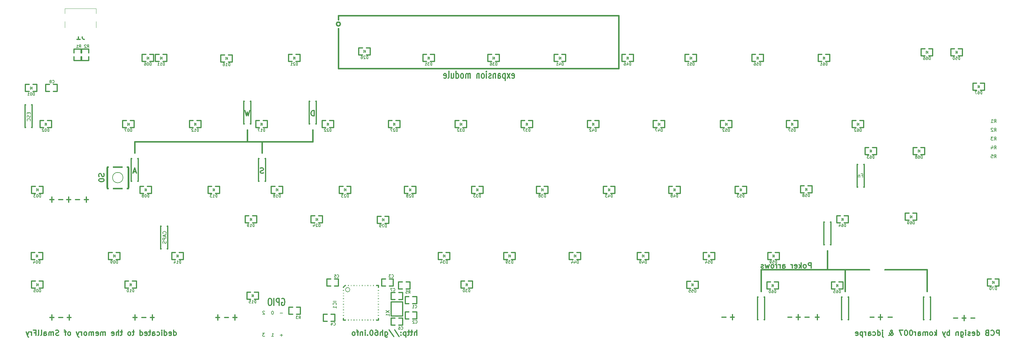
<source format=gbo>
G04 #@! TF.GenerationSoftware,KiCad,Pcbnew,5.1.4+dfsg1-1~bpo10+1*
G04 #@! TF.CreationDate,2019-09-21T15:36:56+08:00*
G04 #@! TF.ProjectId,keyboard,6b657962-6f61-4726-942e-6b696361645f,B*
G04 #@! TF.SameCoordinates,Original*
G04 #@! TF.FileFunction,Legend,Bot*
G04 #@! TF.FilePolarity,Positive*
%FSLAX46Y46*%
G04 Gerber Fmt 4.6, Leading zero omitted, Abs format (unit mm)*
G04 Created by KiCad (PCBNEW 5.1.4+dfsg1-1~bpo10+1) date 2019-09-21 15:36:56*
%MOMM*%
%LPD*%
G04 APERTURE LIST*
%ADD10C,0.304800*%
%ADD11C,0.381000*%
%ADD12C,0.200000*%
%ADD13C,0.158800*%
%ADD14C,0.120000*%
%ADD15C,0.300000*%
%ADD16C,0.203200*%
%ADD17C,0.200660*%
%ADD18C,0.150000*%
%ADD19C,0.010000*%
%ADD20R,0.803200X1.363200*%
%ADD21C,0.803200*%
%ADD22R,0.503200X1.363200*%
%ADD23O,1.103200X1.903200*%
%ADD24O,1.103200X2.203200*%
%ADD25C,2.203200*%
%ADD26C,1.803400*%
%ADD27C,2.003200*%
%ADD28R,1.092200X1.600200*%
%ADD29R,1.600200X1.092200*%
%ADD30R,1.353820X1.602740*%
%ADD31C,3.251200*%
%ADD32C,4.183400*%
%ADD33C,4.183380*%
%ADD34C,2.702560*%
%ADD35C,1.902460*%
%ADD36O,2.103120X0.609600*%
%ADD37O,0.609600X2.103120*%
%ADD38O,10.203180X5.204460*%
%ADD39C,7.203440*%
%ADD40C,7.204500*%
%ADD41C,2.000000*%
%ADD42R,1.203200X3.303200*%
%ADD43C,1.803200*%
G04 APERTURE END LIST*
D10*
X177294120Y-158289428D02*
X177294120Y-156765428D01*
X176640977Y-158289428D02*
X176640977Y-157491142D01*
X176713548Y-157346000D01*
X176858691Y-157273428D01*
X177076405Y-157273428D01*
X177221548Y-157346000D01*
X177294120Y-157418571D01*
X176132977Y-157273428D02*
X175552405Y-157273428D01*
X175915262Y-156765428D02*
X175915262Y-158071714D01*
X175842691Y-158216857D01*
X175697548Y-158289428D01*
X175552405Y-158289428D01*
X175262120Y-157273428D02*
X174681548Y-157273428D01*
X175044405Y-156765428D02*
X175044405Y-158071714D01*
X174971834Y-158216857D01*
X174826691Y-158289428D01*
X174681548Y-158289428D01*
X174173548Y-157273428D02*
X174173548Y-158797428D01*
X174173548Y-157346000D02*
X174028405Y-157273428D01*
X173738120Y-157273428D01*
X173592977Y-157346000D01*
X173520405Y-157418571D01*
X173447834Y-157563714D01*
X173447834Y-157999142D01*
X173520405Y-158144285D01*
X173592977Y-158216857D01*
X173738120Y-158289428D01*
X174028405Y-158289428D01*
X174173548Y-158216857D01*
X172794691Y-158144285D02*
X172722120Y-158216857D01*
X172794691Y-158289428D01*
X172867262Y-158216857D01*
X172794691Y-158144285D01*
X172794691Y-158289428D01*
X172794691Y-157346000D02*
X172722120Y-157418571D01*
X172794691Y-157491142D01*
X172867262Y-157418571D01*
X172794691Y-157346000D01*
X172794691Y-157491142D01*
X170980405Y-156692857D02*
X172286691Y-158652285D01*
X169383834Y-156692857D02*
X170690120Y-158652285D01*
X168222691Y-157273428D02*
X168222691Y-158507142D01*
X168295262Y-158652285D01*
X168367834Y-158724857D01*
X168512977Y-158797428D01*
X168730691Y-158797428D01*
X168875834Y-158724857D01*
X168222691Y-158216857D02*
X168367834Y-158289428D01*
X168658120Y-158289428D01*
X168803262Y-158216857D01*
X168875834Y-158144285D01*
X168948405Y-157999142D01*
X168948405Y-157563714D01*
X168875834Y-157418571D01*
X168803262Y-157346000D01*
X168658120Y-157273428D01*
X168367834Y-157273428D01*
X168222691Y-157346000D01*
X167496977Y-158289428D02*
X167496977Y-156765428D01*
X166843834Y-158289428D02*
X166843834Y-157491142D01*
X166916405Y-157346000D01*
X167061548Y-157273428D01*
X167279262Y-157273428D01*
X167424405Y-157346000D01*
X167496977Y-157418571D01*
X165464977Y-156765428D02*
X165755262Y-156765428D01*
X165900405Y-156838000D01*
X165972977Y-156910571D01*
X166118120Y-157128285D01*
X166190691Y-157418571D01*
X166190691Y-157999142D01*
X166118120Y-158144285D01*
X166045548Y-158216857D01*
X165900405Y-158289428D01*
X165610120Y-158289428D01*
X165464977Y-158216857D01*
X165392405Y-158144285D01*
X165319834Y-157999142D01*
X165319834Y-157636285D01*
X165392405Y-157491142D01*
X165464977Y-157418571D01*
X165610120Y-157346000D01*
X165900405Y-157346000D01*
X166045548Y-157418571D01*
X166118120Y-157491142D01*
X166190691Y-157636285D01*
X164376405Y-156765428D02*
X164231262Y-156765428D01*
X164086120Y-156838000D01*
X164013548Y-156910571D01*
X163940977Y-157055714D01*
X163868405Y-157346000D01*
X163868405Y-157708857D01*
X163940977Y-157999142D01*
X164013548Y-158144285D01*
X164086120Y-158216857D01*
X164231262Y-158289428D01*
X164376405Y-158289428D01*
X164521548Y-158216857D01*
X164594120Y-158144285D01*
X164666691Y-157999142D01*
X164739262Y-157708857D01*
X164739262Y-157346000D01*
X164666691Y-157055714D01*
X164594120Y-156910571D01*
X164521548Y-156838000D01*
X164376405Y-156765428D01*
X163215262Y-158144285D02*
X163142691Y-158216857D01*
X163215262Y-158289428D01*
X163287834Y-158216857D01*
X163215262Y-158144285D01*
X163215262Y-158289428D01*
X162489548Y-158289428D02*
X162489548Y-157273428D01*
X162489548Y-156765428D02*
X162562120Y-156838000D01*
X162489548Y-156910571D01*
X162416977Y-156838000D01*
X162489548Y-156765428D01*
X162489548Y-156910571D01*
X161763834Y-157273428D02*
X161763834Y-158289428D01*
X161763834Y-157418571D02*
X161691262Y-157346000D01*
X161546120Y-157273428D01*
X161328405Y-157273428D01*
X161183262Y-157346000D01*
X161110691Y-157491142D01*
X161110691Y-158289428D01*
X160602691Y-157273428D02*
X160022120Y-157273428D01*
X160384977Y-158289428D02*
X160384977Y-156983142D01*
X160312405Y-156838000D01*
X160167262Y-156765428D01*
X160022120Y-156765428D01*
X159296405Y-158289428D02*
X159441548Y-158216857D01*
X159514120Y-158144285D01*
X159586691Y-157999142D01*
X159586691Y-157563714D01*
X159514120Y-157418571D01*
X159441548Y-157346000D01*
X159296405Y-157273428D01*
X159078691Y-157273428D01*
X158933548Y-157346000D01*
X158860977Y-157418571D01*
X158788405Y-157563714D01*
X158788405Y-157999142D01*
X158860977Y-158144285D01*
X158933548Y-158216857D01*
X159078691Y-158289428D01*
X159296405Y-158289428D01*
X107497548Y-158289428D02*
X107497548Y-156765428D01*
X107497548Y-158216857D02*
X107642691Y-158289428D01*
X107932977Y-158289428D01*
X108078120Y-158216857D01*
X108150691Y-158144285D01*
X108223262Y-157999142D01*
X108223262Y-157563714D01*
X108150691Y-157418571D01*
X108078120Y-157346000D01*
X107932977Y-157273428D01*
X107642691Y-157273428D01*
X107497548Y-157346000D01*
X106191262Y-158216857D02*
X106336405Y-158289428D01*
X106626691Y-158289428D01*
X106771834Y-158216857D01*
X106844405Y-158071714D01*
X106844405Y-157491142D01*
X106771834Y-157346000D01*
X106626691Y-157273428D01*
X106336405Y-157273428D01*
X106191262Y-157346000D01*
X106118691Y-157491142D01*
X106118691Y-157636285D01*
X106844405Y-157781428D01*
X104812405Y-158289428D02*
X104812405Y-156765428D01*
X104812405Y-158216857D02*
X104957548Y-158289428D01*
X105247834Y-158289428D01*
X105392977Y-158216857D01*
X105465548Y-158144285D01*
X105538120Y-157999142D01*
X105538120Y-157563714D01*
X105465548Y-157418571D01*
X105392977Y-157346000D01*
X105247834Y-157273428D01*
X104957548Y-157273428D01*
X104812405Y-157346000D01*
X104086691Y-158289428D02*
X104086691Y-157273428D01*
X104086691Y-156765428D02*
X104159262Y-156838000D01*
X104086691Y-156910571D01*
X104014120Y-156838000D01*
X104086691Y-156765428D01*
X104086691Y-156910571D01*
X102707834Y-158216857D02*
X102852977Y-158289428D01*
X103143262Y-158289428D01*
X103288405Y-158216857D01*
X103360977Y-158144285D01*
X103433548Y-157999142D01*
X103433548Y-157563714D01*
X103360977Y-157418571D01*
X103288405Y-157346000D01*
X103143262Y-157273428D01*
X102852977Y-157273428D01*
X102707834Y-157346000D01*
X101401548Y-158289428D02*
X101401548Y-157491142D01*
X101474120Y-157346000D01*
X101619262Y-157273428D01*
X101909548Y-157273428D01*
X102054691Y-157346000D01*
X101401548Y-158216857D02*
X101546691Y-158289428D01*
X101909548Y-158289428D01*
X102054691Y-158216857D01*
X102127262Y-158071714D01*
X102127262Y-157926571D01*
X102054691Y-157781428D01*
X101909548Y-157708857D01*
X101546691Y-157708857D01*
X101401548Y-157636285D01*
X100893548Y-157273428D02*
X100312977Y-157273428D01*
X100675834Y-156765428D02*
X100675834Y-158071714D01*
X100603262Y-158216857D01*
X100458120Y-158289428D01*
X100312977Y-158289428D01*
X99224405Y-158216857D02*
X99369548Y-158289428D01*
X99659834Y-158289428D01*
X99804977Y-158216857D01*
X99877548Y-158071714D01*
X99877548Y-157491142D01*
X99804977Y-157346000D01*
X99659834Y-157273428D01*
X99369548Y-157273428D01*
X99224405Y-157346000D01*
X99151834Y-157491142D01*
X99151834Y-157636285D01*
X99877548Y-157781428D01*
X97845548Y-158289428D02*
X97845548Y-156765428D01*
X97845548Y-158216857D02*
X97990691Y-158289428D01*
X98280977Y-158289428D01*
X98426120Y-158216857D01*
X98498691Y-158144285D01*
X98571262Y-157999142D01*
X98571262Y-157563714D01*
X98498691Y-157418571D01*
X98426120Y-157346000D01*
X98280977Y-157273428D01*
X97990691Y-157273428D01*
X97845548Y-157346000D01*
X96176405Y-157273428D02*
X95595834Y-157273428D01*
X95958691Y-156765428D02*
X95958691Y-158071714D01*
X95886120Y-158216857D01*
X95740977Y-158289428D01*
X95595834Y-158289428D01*
X94870120Y-158289428D02*
X95015262Y-158216857D01*
X95087834Y-158144285D01*
X95160405Y-157999142D01*
X95160405Y-157563714D01*
X95087834Y-157418571D01*
X95015262Y-157346000D01*
X94870120Y-157273428D01*
X94652405Y-157273428D01*
X94507262Y-157346000D01*
X94434691Y-157418571D01*
X94362120Y-157563714D01*
X94362120Y-157999142D01*
X94434691Y-158144285D01*
X94507262Y-158216857D01*
X94652405Y-158289428D01*
X94870120Y-158289428D01*
X92765548Y-157273428D02*
X92184977Y-157273428D01*
X92547834Y-156765428D02*
X92547834Y-158071714D01*
X92475262Y-158216857D01*
X92330120Y-158289428D01*
X92184977Y-158289428D01*
X91676977Y-158289428D02*
X91676977Y-156765428D01*
X91023834Y-158289428D02*
X91023834Y-157491142D01*
X91096405Y-157346000D01*
X91241548Y-157273428D01*
X91459262Y-157273428D01*
X91604405Y-157346000D01*
X91676977Y-157418571D01*
X89717548Y-158216857D02*
X89862691Y-158289428D01*
X90152977Y-158289428D01*
X90298120Y-158216857D01*
X90370691Y-158071714D01*
X90370691Y-157491142D01*
X90298120Y-157346000D01*
X90152977Y-157273428D01*
X89862691Y-157273428D01*
X89717548Y-157346000D01*
X89644977Y-157491142D01*
X89644977Y-157636285D01*
X90370691Y-157781428D01*
X87830691Y-158289428D02*
X87830691Y-157273428D01*
X87830691Y-157418571D02*
X87758120Y-157346000D01*
X87612977Y-157273428D01*
X87395262Y-157273428D01*
X87250120Y-157346000D01*
X87177548Y-157491142D01*
X87177548Y-158289428D01*
X87177548Y-157491142D02*
X87104977Y-157346000D01*
X86959834Y-157273428D01*
X86742120Y-157273428D01*
X86596977Y-157346000D01*
X86524405Y-157491142D01*
X86524405Y-158289428D01*
X85218120Y-158216857D02*
X85363262Y-158289428D01*
X85653548Y-158289428D01*
X85798691Y-158216857D01*
X85871262Y-158071714D01*
X85871262Y-157491142D01*
X85798691Y-157346000D01*
X85653548Y-157273428D01*
X85363262Y-157273428D01*
X85218120Y-157346000D01*
X85145548Y-157491142D01*
X85145548Y-157636285D01*
X85871262Y-157781428D01*
X84492405Y-158289428D02*
X84492405Y-157273428D01*
X84492405Y-157418571D02*
X84419834Y-157346000D01*
X84274691Y-157273428D01*
X84056977Y-157273428D01*
X83911834Y-157346000D01*
X83839262Y-157491142D01*
X83839262Y-158289428D01*
X83839262Y-157491142D02*
X83766691Y-157346000D01*
X83621548Y-157273428D01*
X83403834Y-157273428D01*
X83258691Y-157346000D01*
X83186120Y-157491142D01*
X83186120Y-158289428D01*
X82242691Y-158289428D02*
X82387834Y-158216857D01*
X82460405Y-158144285D01*
X82532977Y-157999142D01*
X82532977Y-157563714D01*
X82460405Y-157418571D01*
X82387834Y-157346000D01*
X82242691Y-157273428D01*
X82024977Y-157273428D01*
X81879834Y-157346000D01*
X81807262Y-157418571D01*
X81734691Y-157563714D01*
X81734691Y-157999142D01*
X81807262Y-158144285D01*
X81879834Y-158216857D01*
X82024977Y-158289428D01*
X82242691Y-158289428D01*
X81081548Y-158289428D02*
X81081548Y-157273428D01*
X81081548Y-157563714D02*
X81008977Y-157418571D01*
X80936405Y-157346000D01*
X80791262Y-157273428D01*
X80646120Y-157273428D01*
X80283262Y-157273428D02*
X79920405Y-158289428D01*
X79557548Y-157273428D02*
X79920405Y-158289428D01*
X80065548Y-158652285D01*
X80138120Y-158724857D01*
X80283262Y-158797428D01*
X77598120Y-158289428D02*
X77743262Y-158216857D01*
X77815834Y-158144285D01*
X77888405Y-157999142D01*
X77888405Y-157563714D01*
X77815834Y-157418571D01*
X77743262Y-157346000D01*
X77598120Y-157273428D01*
X77380405Y-157273428D01*
X77235262Y-157346000D01*
X77162691Y-157418571D01*
X77090120Y-157563714D01*
X77090120Y-157999142D01*
X77162691Y-158144285D01*
X77235262Y-158216857D01*
X77380405Y-158289428D01*
X77598120Y-158289428D01*
X76654691Y-157273428D02*
X76074120Y-157273428D01*
X76436977Y-158289428D02*
X76436977Y-156983142D01*
X76364405Y-156838000D01*
X76219262Y-156765428D01*
X76074120Y-156765428D01*
X74477548Y-158216857D02*
X74259834Y-158289428D01*
X73896977Y-158289428D01*
X73751834Y-158216857D01*
X73679262Y-158144285D01*
X73606691Y-157999142D01*
X73606691Y-157854000D01*
X73679262Y-157708857D01*
X73751834Y-157636285D01*
X73896977Y-157563714D01*
X74187262Y-157491142D01*
X74332405Y-157418571D01*
X74404977Y-157346000D01*
X74477548Y-157200857D01*
X74477548Y-157055714D01*
X74404977Y-156910571D01*
X74332405Y-156838000D01*
X74187262Y-156765428D01*
X73824405Y-156765428D01*
X73606691Y-156838000D01*
X72953548Y-158289428D02*
X72953548Y-157273428D01*
X72953548Y-157418571D02*
X72880977Y-157346000D01*
X72735834Y-157273428D01*
X72518120Y-157273428D01*
X72372977Y-157346000D01*
X72300405Y-157491142D01*
X72300405Y-158289428D01*
X72300405Y-157491142D02*
X72227834Y-157346000D01*
X72082691Y-157273428D01*
X71864977Y-157273428D01*
X71719834Y-157346000D01*
X71647262Y-157491142D01*
X71647262Y-158289428D01*
X70268405Y-158289428D02*
X70268405Y-157491142D01*
X70340977Y-157346000D01*
X70486120Y-157273428D01*
X70776405Y-157273428D01*
X70921548Y-157346000D01*
X70268405Y-158216857D02*
X70413548Y-158289428D01*
X70776405Y-158289428D01*
X70921548Y-158216857D01*
X70994120Y-158071714D01*
X70994120Y-157926571D01*
X70921548Y-157781428D01*
X70776405Y-157708857D01*
X70413548Y-157708857D01*
X70268405Y-157636285D01*
X69324977Y-158289428D02*
X69470120Y-158216857D01*
X69542691Y-158071714D01*
X69542691Y-156765428D01*
X68526691Y-158289428D02*
X68671834Y-158216857D01*
X68744405Y-158071714D01*
X68744405Y-156765428D01*
X67438120Y-157491142D02*
X67946120Y-157491142D01*
X67946120Y-158289428D02*
X67946120Y-156765428D01*
X67220405Y-156765428D01*
X66639834Y-158289428D02*
X66639834Y-157273428D01*
X66639834Y-157563714D02*
X66567262Y-157418571D01*
X66494691Y-157346000D01*
X66349548Y-157273428D01*
X66204405Y-157273428D01*
X65841548Y-157273428D02*
X65478691Y-158289428D01*
X65115834Y-157273428D02*
X65478691Y-158289428D01*
X65623834Y-158652285D01*
X65696405Y-158724857D01*
X65841548Y-158797428D01*
X344639022Y-158289428D02*
X344639022Y-156765428D01*
X344058451Y-156765428D01*
X343913308Y-156838000D01*
X343840737Y-156910571D01*
X343768165Y-157055714D01*
X343768165Y-157273428D01*
X343840737Y-157418571D01*
X343913308Y-157491142D01*
X344058451Y-157563714D01*
X344639022Y-157563714D01*
X342244165Y-158144285D02*
X342316737Y-158216857D01*
X342534451Y-158289428D01*
X342679594Y-158289428D01*
X342897308Y-158216857D01*
X343042451Y-158071714D01*
X343115022Y-157926571D01*
X343187594Y-157636285D01*
X343187594Y-157418571D01*
X343115022Y-157128285D01*
X343042451Y-156983142D01*
X342897308Y-156838000D01*
X342679594Y-156765428D01*
X342534451Y-156765428D01*
X342316737Y-156838000D01*
X342244165Y-156910571D01*
X341083022Y-157491142D02*
X340865308Y-157563714D01*
X340792737Y-157636285D01*
X340720165Y-157781428D01*
X340720165Y-157999142D01*
X340792737Y-158144285D01*
X340865308Y-158216857D01*
X341010451Y-158289428D01*
X341591022Y-158289428D01*
X341591022Y-156765428D01*
X341083022Y-156765428D01*
X340937880Y-156838000D01*
X340865308Y-156910571D01*
X340792737Y-157055714D01*
X340792737Y-157200857D01*
X340865308Y-157346000D01*
X340937880Y-157418571D01*
X341083022Y-157491142D01*
X341591022Y-157491142D01*
X338252737Y-158289428D02*
X338252737Y-156765428D01*
X338252737Y-158216857D02*
X338397880Y-158289428D01*
X338688165Y-158289428D01*
X338833308Y-158216857D01*
X338905880Y-158144285D01*
X338978451Y-157999142D01*
X338978451Y-157563714D01*
X338905880Y-157418571D01*
X338833308Y-157346000D01*
X338688165Y-157273428D01*
X338397880Y-157273428D01*
X338252737Y-157346000D01*
X336946451Y-158216857D02*
X337091594Y-158289428D01*
X337381880Y-158289428D01*
X337527022Y-158216857D01*
X337599594Y-158071714D01*
X337599594Y-157491142D01*
X337527022Y-157346000D01*
X337381880Y-157273428D01*
X337091594Y-157273428D01*
X336946451Y-157346000D01*
X336873880Y-157491142D01*
X336873880Y-157636285D01*
X337599594Y-157781428D01*
X336293308Y-158216857D02*
X336148165Y-158289428D01*
X335857880Y-158289428D01*
X335712737Y-158216857D01*
X335640165Y-158071714D01*
X335640165Y-157999142D01*
X335712737Y-157854000D01*
X335857880Y-157781428D01*
X336075594Y-157781428D01*
X336220737Y-157708857D01*
X336293308Y-157563714D01*
X336293308Y-157491142D01*
X336220737Y-157346000D01*
X336075594Y-157273428D01*
X335857880Y-157273428D01*
X335712737Y-157346000D01*
X334987022Y-158289428D02*
X334987022Y-157273428D01*
X334987022Y-156765428D02*
X335059594Y-156838000D01*
X334987022Y-156910571D01*
X334914451Y-156838000D01*
X334987022Y-156765428D01*
X334987022Y-156910571D01*
X333608165Y-157273428D02*
X333608165Y-158507142D01*
X333680737Y-158652285D01*
X333753308Y-158724857D01*
X333898451Y-158797428D01*
X334116165Y-158797428D01*
X334261308Y-158724857D01*
X333608165Y-158216857D02*
X333753308Y-158289428D01*
X334043594Y-158289428D01*
X334188737Y-158216857D01*
X334261308Y-158144285D01*
X334333880Y-157999142D01*
X334333880Y-157563714D01*
X334261308Y-157418571D01*
X334188737Y-157346000D01*
X334043594Y-157273428D01*
X333753308Y-157273428D01*
X333608165Y-157346000D01*
X332882451Y-157273428D02*
X332882451Y-158289428D01*
X332882451Y-157418571D02*
X332809880Y-157346000D01*
X332664737Y-157273428D01*
X332447022Y-157273428D01*
X332301880Y-157346000D01*
X332229308Y-157491142D01*
X332229308Y-158289428D01*
X330342451Y-158289428D02*
X330342451Y-156765428D01*
X330342451Y-157346000D02*
X330197308Y-157273428D01*
X329907022Y-157273428D01*
X329761880Y-157346000D01*
X329689308Y-157418571D01*
X329616737Y-157563714D01*
X329616737Y-157999142D01*
X329689308Y-158144285D01*
X329761880Y-158216857D01*
X329907022Y-158289428D01*
X330197308Y-158289428D01*
X330342451Y-158216857D01*
X329108737Y-157273428D02*
X328745880Y-158289428D01*
X328383022Y-157273428D02*
X328745880Y-158289428D01*
X328891022Y-158652285D01*
X328963594Y-158724857D01*
X329108737Y-158797428D01*
X326641308Y-158289428D02*
X326641308Y-156765428D01*
X326496165Y-157708857D02*
X326060737Y-158289428D01*
X326060737Y-157273428D02*
X326641308Y-157854000D01*
X325189880Y-158289428D02*
X325335022Y-158216857D01*
X325407594Y-158144285D01*
X325480165Y-157999142D01*
X325480165Y-157563714D01*
X325407594Y-157418571D01*
X325335022Y-157346000D01*
X325189880Y-157273428D01*
X324972165Y-157273428D01*
X324827022Y-157346000D01*
X324754451Y-157418571D01*
X324681880Y-157563714D01*
X324681880Y-157999142D01*
X324754451Y-158144285D01*
X324827022Y-158216857D01*
X324972165Y-158289428D01*
X325189880Y-158289428D01*
X324028737Y-158289428D02*
X324028737Y-157273428D01*
X324028737Y-157418571D02*
X323956165Y-157346000D01*
X323811022Y-157273428D01*
X323593308Y-157273428D01*
X323448165Y-157346000D01*
X323375594Y-157491142D01*
X323375594Y-158289428D01*
X323375594Y-157491142D02*
X323303022Y-157346000D01*
X323157880Y-157273428D01*
X322940165Y-157273428D01*
X322795022Y-157346000D01*
X322722451Y-157491142D01*
X322722451Y-158289428D01*
X321343594Y-158289428D02*
X321343594Y-157491142D01*
X321416165Y-157346000D01*
X321561308Y-157273428D01*
X321851594Y-157273428D01*
X321996737Y-157346000D01*
X321343594Y-158216857D02*
X321488737Y-158289428D01*
X321851594Y-158289428D01*
X321996737Y-158216857D01*
X322069308Y-158071714D01*
X322069308Y-157926571D01*
X321996737Y-157781428D01*
X321851594Y-157708857D01*
X321488737Y-157708857D01*
X321343594Y-157636285D01*
X320617880Y-158289428D02*
X320617880Y-157273428D01*
X320617880Y-157563714D02*
X320545308Y-157418571D01*
X320472737Y-157346000D01*
X320327594Y-157273428D01*
X320182451Y-157273428D01*
X319384165Y-156765428D02*
X319239022Y-156765428D01*
X319093880Y-156838000D01*
X319021308Y-156910571D01*
X318948737Y-157055714D01*
X318876165Y-157346000D01*
X318876165Y-157708857D01*
X318948737Y-157999142D01*
X319021308Y-158144285D01*
X319093880Y-158216857D01*
X319239022Y-158289428D01*
X319384165Y-158289428D01*
X319529308Y-158216857D01*
X319601880Y-158144285D01*
X319674451Y-157999142D01*
X319747022Y-157708857D01*
X319747022Y-157346000D01*
X319674451Y-157055714D01*
X319601880Y-156910571D01*
X319529308Y-156838000D01*
X319384165Y-156765428D01*
X317932737Y-156765428D02*
X317787594Y-156765428D01*
X317642451Y-156838000D01*
X317569880Y-156910571D01*
X317497308Y-157055714D01*
X317424737Y-157346000D01*
X317424737Y-157708857D01*
X317497308Y-157999142D01*
X317569880Y-158144285D01*
X317642451Y-158216857D01*
X317787594Y-158289428D01*
X317932737Y-158289428D01*
X318077880Y-158216857D01*
X318150451Y-158144285D01*
X318223022Y-157999142D01*
X318295594Y-157708857D01*
X318295594Y-157346000D01*
X318223022Y-157055714D01*
X318150451Y-156910571D01*
X318077880Y-156838000D01*
X317932737Y-156765428D01*
X316916737Y-156765428D02*
X315900737Y-156765428D01*
X316553880Y-158289428D01*
X312925308Y-158289428D02*
X312997880Y-158289428D01*
X313143022Y-158216857D01*
X313360737Y-157999142D01*
X313723594Y-157563714D01*
X313868737Y-157346000D01*
X313941308Y-157128285D01*
X313941308Y-156983142D01*
X313868737Y-156838000D01*
X313723594Y-156765428D01*
X313651022Y-156765428D01*
X313505880Y-156838000D01*
X313433308Y-156983142D01*
X313433308Y-157055714D01*
X313505880Y-157200857D01*
X313578451Y-157273428D01*
X314013880Y-157563714D01*
X314086451Y-157636285D01*
X314159022Y-157781428D01*
X314159022Y-157999142D01*
X314086451Y-158144285D01*
X314013880Y-158216857D01*
X313868737Y-158289428D01*
X313651022Y-158289428D01*
X313505880Y-158216857D01*
X313433308Y-158144285D01*
X313215594Y-157854000D01*
X313143022Y-157636285D01*
X313143022Y-157491142D01*
X311111022Y-157273428D02*
X311111022Y-158579714D01*
X311183594Y-158724857D01*
X311328737Y-158797428D01*
X311401308Y-158797428D01*
X311111022Y-156765428D02*
X311183594Y-156838000D01*
X311111022Y-156910571D01*
X311038451Y-156838000D01*
X311111022Y-156765428D01*
X311111022Y-156910571D01*
X309732165Y-158289428D02*
X309732165Y-156765428D01*
X309732165Y-158216857D02*
X309877308Y-158289428D01*
X310167594Y-158289428D01*
X310312737Y-158216857D01*
X310385308Y-158144285D01*
X310457880Y-157999142D01*
X310457880Y-157563714D01*
X310385308Y-157418571D01*
X310312737Y-157346000D01*
X310167594Y-157273428D01*
X309877308Y-157273428D01*
X309732165Y-157346000D01*
X308353308Y-158216857D02*
X308498451Y-158289428D01*
X308788737Y-158289428D01*
X308933880Y-158216857D01*
X309006451Y-158144285D01*
X309079022Y-157999142D01*
X309079022Y-157563714D01*
X309006451Y-157418571D01*
X308933880Y-157346000D01*
X308788737Y-157273428D01*
X308498451Y-157273428D01*
X308353308Y-157346000D01*
X307047022Y-158289428D02*
X307047022Y-157491142D01*
X307119594Y-157346000D01*
X307264737Y-157273428D01*
X307555022Y-157273428D01*
X307700165Y-157346000D01*
X307047022Y-158216857D02*
X307192165Y-158289428D01*
X307555022Y-158289428D01*
X307700165Y-158216857D01*
X307772737Y-158071714D01*
X307772737Y-157926571D01*
X307700165Y-157781428D01*
X307555022Y-157708857D01*
X307192165Y-157708857D01*
X307047022Y-157636285D01*
X306321308Y-158289428D02*
X306321308Y-157273428D01*
X306321308Y-157563714D02*
X306248737Y-157418571D01*
X306176165Y-157346000D01*
X306031022Y-157273428D01*
X305885880Y-157273428D01*
X305377880Y-157273428D02*
X305377880Y-158797428D01*
X305377880Y-157346000D02*
X305232737Y-157273428D01*
X304942451Y-157273428D01*
X304797308Y-157346000D01*
X304724737Y-157418571D01*
X304652165Y-157563714D01*
X304652165Y-157999142D01*
X304724737Y-158144285D01*
X304797308Y-158216857D01*
X304942451Y-158289428D01*
X305232737Y-158289428D01*
X305377880Y-158216857D01*
X303418451Y-158216857D02*
X303563594Y-158289428D01*
X303853880Y-158289428D01*
X303999022Y-158216857D01*
X304071594Y-158071714D01*
X304071594Y-157491142D01*
X303999022Y-157346000D01*
X303853880Y-157273428D01*
X303563594Y-157273428D01*
X303418451Y-157346000D01*
X303345880Y-157491142D01*
X303345880Y-157636285D01*
X304071594Y-157781428D01*
X204669571Y-84134476D02*
X204814714Y-84231238D01*
X205105000Y-84231238D01*
X205250142Y-84134476D01*
X205322714Y-83940952D01*
X205322714Y-83166857D01*
X205250142Y-82973333D01*
X205105000Y-82876571D01*
X204814714Y-82876571D01*
X204669571Y-82973333D01*
X204597000Y-83166857D01*
X204597000Y-83360380D01*
X205322714Y-83553904D01*
X204089000Y-84231238D02*
X203290714Y-82876571D01*
X204089000Y-82876571D02*
X203290714Y-84231238D01*
X202710142Y-82876571D02*
X202710142Y-84908571D01*
X202710142Y-82973333D02*
X202565000Y-82876571D01*
X202274714Y-82876571D01*
X202129571Y-82973333D01*
X202057000Y-83070095D01*
X201984428Y-83263619D01*
X201984428Y-83844190D01*
X202057000Y-84037714D01*
X202129571Y-84134476D01*
X202274714Y-84231238D01*
X202565000Y-84231238D01*
X202710142Y-84134476D01*
X200678142Y-84231238D02*
X200678142Y-83166857D01*
X200750714Y-82973333D01*
X200895857Y-82876571D01*
X201186142Y-82876571D01*
X201331285Y-82973333D01*
X200678142Y-84134476D02*
X200823285Y-84231238D01*
X201186142Y-84231238D01*
X201331285Y-84134476D01*
X201403857Y-83940952D01*
X201403857Y-83747428D01*
X201331285Y-83553904D01*
X201186142Y-83457142D01*
X200823285Y-83457142D01*
X200678142Y-83360380D01*
X199952428Y-82876571D02*
X199952428Y-84231238D01*
X199952428Y-83070095D02*
X199879857Y-82973333D01*
X199734714Y-82876571D01*
X199517000Y-82876571D01*
X199371857Y-82973333D01*
X199299285Y-83166857D01*
X199299285Y-84231238D01*
X198646142Y-84134476D02*
X198501000Y-84231238D01*
X198210714Y-84231238D01*
X198065571Y-84134476D01*
X197993000Y-83940952D01*
X197993000Y-83844190D01*
X198065571Y-83650666D01*
X198210714Y-83553904D01*
X198428428Y-83553904D01*
X198573571Y-83457142D01*
X198646142Y-83263619D01*
X198646142Y-83166857D01*
X198573571Y-82973333D01*
X198428428Y-82876571D01*
X198210714Y-82876571D01*
X198065571Y-82973333D01*
X197339857Y-84231238D02*
X197339857Y-82876571D01*
X197339857Y-82199238D02*
X197412428Y-82296000D01*
X197339857Y-82392761D01*
X197267285Y-82296000D01*
X197339857Y-82199238D01*
X197339857Y-82392761D01*
X196396428Y-84231238D02*
X196541571Y-84134476D01*
X196614142Y-84037714D01*
X196686714Y-83844190D01*
X196686714Y-83263619D01*
X196614142Y-83070095D01*
X196541571Y-82973333D01*
X196396428Y-82876571D01*
X196178714Y-82876571D01*
X196033571Y-82973333D01*
X195961000Y-83070095D01*
X195888428Y-83263619D01*
X195888428Y-83844190D01*
X195961000Y-84037714D01*
X196033571Y-84134476D01*
X196178714Y-84231238D01*
X196396428Y-84231238D01*
X195235285Y-82876571D02*
X195235285Y-84231238D01*
X195235285Y-83070095D02*
X195162714Y-82973333D01*
X195017571Y-82876571D01*
X194799857Y-82876571D01*
X194654714Y-82973333D01*
X194582142Y-83166857D01*
X194582142Y-84231238D01*
X192695285Y-84231238D02*
X192695285Y-82876571D01*
X192695285Y-83070095D02*
X192622714Y-82973333D01*
X192477571Y-82876571D01*
X192259857Y-82876571D01*
X192114714Y-82973333D01*
X192042142Y-83166857D01*
X192042142Y-84231238D01*
X192042142Y-83166857D02*
X191969571Y-82973333D01*
X191824428Y-82876571D01*
X191606714Y-82876571D01*
X191461571Y-82973333D01*
X191389000Y-83166857D01*
X191389000Y-84231238D01*
X190445571Y-84231238D02*
X190590714Y-84134476D01*
X190663285Y-84037714D01*
X190735857Y-83844190D01*
X190735857Y-83263619D01*
X190663285Y-83070095D01*
X190590714Y-82973333D01*
X190445571Y-82876571D01*
X190227857Y-82876571D01*
X190082714Y-82973333D01*
X190010142Y-83070095D01*
X189937571Y-83263619D01*
X189937571Y-83844190D01*
X190010142Y-84037714D01*
X190082714Y-84134476D01*
X190227857Y-84231238D01*
X190445571Y-84231238D01*
X188631285Y-84231238D02*
X188631285Y-82199238D01*
X188631285Y-84134476D02*
X188776428Y-84231238D01*
X189066714Y-84231238D01*
X189211857Y-84134476D01*
X189284428Y-84037714D01*
X189357000Y-83844190D01*
X189357000Y-83263619D01*
X189284428Y-83070095D01*
X189211857Y-82973333D01*
X189066714Y-82876571D01*
X188776428Y-82876571D01*
X188631285Y-82973333D01*
X187252428Y-82876571D02*
X187252428Y-84231238D01*
X187905571Y-82876571D02*
X187905571Y-83940952D01*
X187833000Y-84134476D01*
X187687857Y-84231238D01*
X187470142Y-84231238D01*
X187325000Y-84134476D01*
X187252428Y-84037714D01*
X186309000Y-84231238D02*
X186454142Y-84134476D01*
X186526714Y-83940952D01*
X186526714Y-82199238D01*
X185147857Y-84134476D02*
X185293000Y-84231238D01*
X185583285Y-84231238D01*
X185728428Y-84134476D01*
X185801000Y-83940952D01*
X185801000Y-83166857D01*
X185728428Y-82973333D01*
X185583285Y-82876571D01*
X185293000Y-82876571D01*
X185147857Y-82973333D01*
X185075285Y-83166857D01*
X185075285Y-83360380D01*
X185801000Y-83553904D01*
D11*
X154813000Y-66167000D02*
X154813000Y-67310000D01*
X154813000Y-81407000D02*
X154813000Y-69850000D01*
X155380961Y-68580000D02*
G75*
G03X155380961Y-68580000I-567961J0D01*
G01*
X235331000Y-66167000D02*
X154813000Y-66167000D01*
X235331000Y-81407000D02*
X235331000Y-66167000D01*
X154813000Y-81407000D02*
X235331000Y-81407000D01*
D10*
X138557000Y-147701000D02*
X138702142Y-147604238D01*
X138919857Y-147604238D01*
X139137571Y-147701000D01*
X139282714Y-147894523D01*
X139355285Y-148088047D01*
X139427857Y-148475095D01*
X139427857Y-148765380D01*
X139355285Y-149152428D01*
X139282714Y-149345952D01*
X139137571Y-149539476D01*
X138919857Y-149636238D01*
X138774714Y-149636238D01*
X138557000Y-149539476D01*
X138484428Y-149442714D01*
X138484428Y-148765380D01*
X138774714Y-148765380D01*
X137831285Y-149636238D02*
X137831285Y-147604238D01*
X137250714Y-147604238D01*
X137105571Y-147701000D01*
X137033000Y-147797761D01*
X136960428Y-147991285D01*
X136960428Y-148281571D01*
X137033000Y-148475095D01*
X137105571Y-148571857D01*
X137250714Y-148668619D01*
X137831285Y-148668619D01*
X136307285Y-149636238D02*
X136307285Y-147604238D01*
X135291285Y-147604238D02*
X135001000Y-147604238D01*
X134855857Y-147701000D01*
X134710714Y-147894523D01*
X134638142Y-148281571D01*
X134638142Y-148958904D01*
X134710714Y-149345952D01*
X134855857Y-149539476D01*
X135001000Y-149636238D01*
X135291285Y-149636238D01*
X135436428Y-149539476D01*
X135581571Y-149345952D01*
X135654142Y-148958904D01*
X135654142Y-148281571D01*
X135581571Y-147894523D01*
X135436428Y-147701000D01*
X135291285Y-147604238D01*
D11*
X147447000Y-102489000D02*
X147447000Y-99060000D01*
X132842000Y-102489000D02*
X147447000Y-102489000D01*
X96266000Y-102489000D02*
X96266000Y-105664000D01*
X132842000Y-102489000D02*
X96266000Y-102489000D01*
D10*
X266137571Y-152998142D02*
X264976428Y-152998142D01*
X268550571Y-152998142D02*
X267389428Y-152998142D01*
X267970000Y-153772238D02*
X267970000Y-152224047D01*
X125675571Y-153125142D02*
X124514428Y-153125142D01*
X125095000Y-153899238D02*
X125095000Y-152351047D01*
X123262571Y-153125142D02*
X122101428Y-153125142D01*
X120722571Y-153125142D02*
X119561428Y-153125142D01*
X120142000Y-153899238D02*
X120142000Y-152351047D01*
X96973571Y-153125142D02*
X95812428Y-153125142D01*
X96393000Y-153899238D02*
X96393000Y-152351047D01*
X99513571Y-153125142D02*
X98352428Y-153125142D01*
X101926571Y-153125142D02*
X100765428Y-153125142D01*
X101346000Y-153899238D02*
X101346000Y-152351047D01*
X78050571Y-153125142D02*
X76889428Y-153125142D01*
X77470000Y-153899238D02*
X77470000Y-152351047D01*
X75637571Y-153125142D02*
X74476428Y-153125142D01*
X73097571Y-153125142D02*
X71936428Y-153125142D01*
X72517000Y-153899238D02*
X72517000Y-152351047D01*
D12*
X105259142Y-128952761D02*
X105306761Y-128905142D01*
X105354380Y-128762285D01*
X105354380Y-128667047D01*
X105306761Y-128524190D01*
X105211523Y-128428952D01*
X105116285Y-128381333D01*
X104925809Y-128333714D01*
X104782952Y-128333714D01*
X104592476Y-128381333D01*
X104497238Y-128428952D01*
X104402000Y-128524190D01*
X104354380Y-128667047D01*
X104354380Y-128762285D01*
X104402000Y-128905142D01*
X104449619Y-128952761D01*
X105068666Y-129333714D02*
X105068666Y-129809904D01*
X105354380Y-129238476D02*
X104354380Y-129571809D01*
X105354380Y-129905142D01*
X105354380Y-130238476D02*
X104354380Y-130238476D01*
X104354380Y-130619428D01*
X104402000Y-130714666D01*
X104449619Y-130762285D01*
X104544857Y-130809904D01*
X104687714Y-130809904D01*
X104782952Y-130762285D01*
X104830571Y-130714666D01*
X104878190Y-130619428D01*
X104878190Y-130238476D01*
X105306761Y-131190857D02*
X105354380Y-131333714D01*
X105354380Y-131571809D01*
X105306761Y-131667047D01*
X105259142Y-131714666D01*
X105163904Y-131762285D01*
X105068666Y-131762285D01*
X104973428Y-131714666D01*
X104925809Y-131667047D01*
X104878190Y-131571809D01*
X104830571Y-131381333D01*
X104782952Y-131286095D01*
X104735333Y-131238476D01*
X104640095Y-131190857D01*
X104544857Y-131190857D01*
X104449619Y-131238476D01*
X104402000Y-131286095D01*
X104354380Y-131381333D01*
X104354380Y-131619428D01*
X104402000Y-131762285D01*
X305109523Y-112196571D02*
X305442857Y-112196571D01*
X305442857Y-112720380D02*
X305442857Y-111720380D01*
X304966666Y-111720380D01*
X304585714Y-112053714D02*
X304585714Y-112720380D01*
X304585714Y-112148952D02*
X304538095Y-112101333D01*
X304442857Y-112053714D01*
X304300000Y-112053714D01*
X304204761Y-112101333D01*
X304157142Y-112196571D01*
X304157142Y-112720380D01*
D10*
X290612285Y-138865428D02*
X290612285Y-137341428D01*
X290031714Y-137341428D01*
X289886571Y-137414000D01*
X289814000Y-137486571D01*
X289741428Y-137631714D01*
X289741428Y-137849428D01*
X289814000Y-137994571D01*
X289886571Y-138067142D01*
X290031714Y-138139714D01*
X290612285Y-138139714D01*
X288870571Y-138865428D02*
X289015714Y-138792857D01*
X289088285Y-138720285D01*
X289160857Y-138575142D01*
X289160857Y-138139714D01*
X289088285Y-137994571D01*
X289015714Y-137922000D01*
X288870571Y-137849428D01*
X288652857Y-137849428D01*
X288507714Y-137922000D01*
X288435142Y-137994571D01*
X288362571Y-138139714D01*
X288362571Y-138575142D01*
X288435142Y-138720285D01*
X288507714Y-138792857D01*
X288652857Y-138865428D01*
X288870571Y-138865428D01*
X287709428Y-138865428D02*
X287709428Y-137341428D01*
X287564285Y-138284857D02*
X287128857Y-138865428D01*
X287128857Y-137849428D02*
X287709428Y-138430000D01*
X285895142Y-138792857D02*
X286040285Y-138865428D01*
X286330571Y-138865428D01*
X286475714Y-138792857D01*
X286548285Y-138647714D01*
X286548285Y-138067142D01*
X286475714Y-137922000D01*
X286330571Y-137849428D01*
X286040285Y-137849428D01*
X285895142Y-137922000D01*
X285822571Y-138067142D01*
X285822571Y-138212285D01*
X286548285Y-138357428D01*
X285169428Y-138865428D02*
X285169428Y-137849428D01*
X285169428Y-138139714D02*
X285096857Y-137994571D01*
X285024285Y-137922000D01*
X284879142Y-137849428D01*
X284734000Y-137849428D01*
X282411714Y-138865428D02*
X282411714Y-138067142D01*
X282484285Y-137922000D01*
X282629428Y-137849428D01*
X282919714Y-137849428D01*
X283064857Y-137922000D01*
X282411714Y-138792857D02*
X282556857Y-138865428D01*
X282919714Y-138865428D01*
X283064857Y-138792857D01*
X283137428Y-138647714D01*
X283137428Y-138502571D01*
X283064857Y-138357428D01*
X282919714Y-138284857D01*
X282556857Y-138284857D01*
X282411714Y-138212285D01*
X281686000Y-138865428D02*
X281686000Y-137849428D01*
X281686000Y-138139714D02*
X281613428Y-137994571D01*
X281540857Y-137922000D01*
X281395714Y-137849428D01*
X281250571Y-137849428D01*
X280742571Y-138865428D02*
X280742571Y-137849428D01*
X280742571Y-138139714D02*
X280670000Y-137994571D01*
X280597428Y-137922000D01*
X280452285Y-137849428D01*
X280307142Y-137849428D01*
X279581428Y-138865428D02*
X279726571Y-138792857D01*
X279799142Y-138720285D01*
X279871714Y-138575142D01*
X279871714Y-138139714D01*
X279799142Y-137994571D01*
X279726571Y-137922000D01*
X279581428Y-137849428D01*
X279363714Y-137849428D01*
X279218571Y-137922000D01*
X279146000Y-137994571D01*
X279073428Y-138139714D01*
X279073428Y-138575142D01*
X279146000Y-138720285D01*
X279218571Y-138792857D01*
X279363714Y-138865428D01*
X279581428Y-138865428D01*
X278565428Y-137849428D02*
X278275142Y-138865428D01*
X277984857Y-138139714D01*
X277694571Y-138865428D01*
X277404285Y-137849428D01*
X276896285Y-138792857D02*
X276751142Y-138865428D01*
X276460857Y-138865428D01*
X276315714Y-138792857D01*
X276243142Y-138647714D01*
X276243142Y-138575142D01*
X276315714Y-138430000D01*
X276460857Y-138357428D01*
X276678571Y-138357428D01*
X276823714Y-138284857D01*
X276896285Y-138139714D01*
X276896285Y-138067142D01*
X276823714Y-137922000D01*
X276678571Y-137849428D01*
X276460857Y-137849428D01*
X276315714Y-137922000D01*
D11*
X295275000Y-139319000D02*
X295275000Y-133858000D01*
X323850000Y-139319000D02*
X323850000Y-145542000D01*
X300355000Y-139319000D02*
X323850000Y-139319000D01*
X300355000Y-139319000D02*
X300355000Y-145542000D01*
X276225000Y-139319000D02*
X300355000Y-139319000D01*
X276225000Y-145542000D02*
X276225000Y-139319000D01*
D12*
X65841571Y-94059523D02*
X65841571Y-94392857D01*
X66365380Y-94535714D02*
X66365380Y-94059523D01*
X65365380Y-94059523D01*
X65365380Y-94535714D01*
X66317761Y-94916666D02*
X66365380Y-95059523D01*
X66365380Y-95297619D01*
X66317761Y-95392857D01*
X66270142Y-95440476D01*
X66174904Y-95488095D01*
X66079666Y-95488095D01*
X65984428Y-95440476D01*
X65936809Y-95392857D01*
X65889190Y-95297619D01*
X65841571Y-95107142D01*
X65793952Y-95011904D01*
X65746333Y-94964285D01*
X65651095Y-94916666D01*
X65555857Y-94916666D01*
X65460619Y-94964285D01*
X65413000Y-95011904D01*
X65365380Y-95107142D01*
X65365380Y-95345238D01*
X65413000Y-95488095D01*
X66270142Y-96488095D02*
X66317761Y-96440476D01*
X66365380Y-96297619D01*
X66365380Y-96202380D01*
X66317761Y-96059523D01*
X66222523Y-95964285D01*
X66127285Y-95916666D01*
X65936809Y-95869047D01*
X65793952Y-95869047D01*
X65603476Y-95916666D01*
X65508238Y-95964285D01*
X65413000Y-96059523D01*
X65365380Y-96202380D01*
X65365380Y-96297619D01*
X65413000Y-96440476D01*
X65460619Y-96488095D01*
D11*
X128651000Y-99060000D02*
X128651000Y-102362000D01*
X132842000Y-102489000D02*
X132842000Y-105664000D01*
D10*
X96628857Y-111125000D02*
X95903142Y-111125000D01*
X96774000Y-111560428D02*
X96266000Y-110036428D01*
X95758000Y-111560428D01*
X133277428Y-111487857D02*
X133059714Y-111560428D01*
X132696857Y-111560428D01*
X132551714Y-111487857D01*
X132479142Y-111415285D01*
X132406571Y-111270142D01*
X132406571Y-111125000D01*
X132479142Y-110979857D01*
X132551714Y-110907285D01*
X132696857Y-110834714D01*
X132987142Y-110762142D01*
X133132285Y-110689571D01*
X133204857Y-110617000D01*
X133277428Y-110471857D01*
X133277428Y-110326714D01*
X133204857Y-110181571D01*
X133132285Y-110109000D01*
X132987142Y-110036428D01*
X132624285Y-110036428D01*
X132406571Y-110109000D01*
X147846142Y-95050428D02*
X147846142Y-93526428D01*
X147483285Y-93526428D01*
X147265571Y-93599000D01*
X147120428Y-93744142D01*
X147047857Y-93889285D01*
X146975285Y-94179571D01*
X146975285Y-94397285D01*
X147047857Y-94687571D01*
X147120428Y-94832714D01*
X147265571Y-94977857D01*
X147483285Y-95050428D01*
X147846142Y-95050428D01*
X129304142Y-93526428D02*
X128941285Y-95050428D01*
X128651000Y-93961857D01*
X128360714Y-95050428D01*
X127997857Y-93526428D01*
X292934571Y-152998142D02*
X291773428Y-152998142D01*
X292354000Y-153772238D02*
X292354000Y-152224047D01*
X290013571Y-152998142D02*
X288852428Y-152998142D01*
X285060571Y-152998142D02*
X283899428Y-152998142D01*
X287473571Y-152998142D02*
X286312428Y-152998142D01*
X286893000Y-153772238D02*
X286893000Y-152224047D01*
X335098571Y-153252142D02*
X333937428Y-153252142D01*
X334518000Y-154026238D02*
X334518000Y-152478047D01*
X332685571Y-153252142D02*
X331524428Y-153252142D01*
X337638571Y-153252142D02*
X336477428Y-153252142D01*
X313889571Y-152998142D02*
X312728428Y-152998142D01*
X308682571Y-152998142D02*
X307521428Y-152998142D01*
X311095571Y-152998142D02*
X309934428Y-152998142D01*
X310515000Y-153772238D02*
X310515000Y-152224047D01*
D13*
X138786190Y-158181785D02*
X138073809Y-158181785D01*
X138430000Y-158537976D02*
X138430000Y-157825595D01*
X135622857Y-158537976D02*
X136157142Y-158537976D01*
X135890000Y-158537976D02*
X135890000Y-157602976D01*
X135979047Y-157736547D01*
X136068095Y-157825595D01*
X136157142Y-157870119D01*
X133661666Y-157602976D02*
X133082857Y-157602976D01*
X133394523Y-157959166D01*
X133260952Y-157959166D01*
X133171904Y-158003690D01*
X133127380Y-158048214D01*
X133082857Y-158137261D01*
X133082857Y-158359880D01*
X133127380Y-158448928D01*
X133171904Y-158493452D01*
X133260952Y-158537976D01*
X133528095Y-158537976D01*
X133617142Y-158493452D01*
X133661666Y-158448928D01*
X138786190Y-151831785D02*
X138073809Y-151831785D01*
X135934523Y-151252976D02*
X135845476Y-151252976D01*
X135756428Y-151297500D01*
X135711904Y-151342023D01*
X135667380Y-151431071D01*
X135622857Y-151609166D01*
X135622857Y-151831785D01*
X135667380Y-152009880D01*
X135711904Y-152098928D01*
X135756428Y-152143452D01*
X135845476Y-152187976D01*
X135934523Y-152187976D01*
X136023571Y-152143452D01*
X136068095Y-152098928D01*
X136112619Y-152009880D01*
X136157142Y-151831785D01*
X136157142Y-151609166D01*
X136112619Y-151431071D01*
X136068095Y-151342023D01*
X136023571Y-151297500D01*
X135934523Y-151252976D01*
X133617142Y-151342023D02*
X133572619Y-151297500D01*
X133483571Y-151252976D01*
X133260952Y-151252976D01*
X133171904Y-151297500D01*
X133127380Y-151342023D01*
X133082857Y-151431071D01*
X133082857Y-151520119D01*
X133127380Y-151653690D01*
X133661666Y-152187976D01*
X133082857Y-152187976D01*
D10*
X80463571Y-119160142D02*
X79302428Y-119160142D01*
X75637571Y-119160142D02*
X74476428Y-119160142D01*
X83003571Y-119160142D02*
X81842428Y-119160142D01*
X82423000Y-119934238D02*
X82423000Y-118386047D01*
X77923571Y-119160142D02*
X76762428Y-119160142D01*
X77343000Y-119934238D02*
X77343000Y-118386047D01*
X73097571Y-119160142D02*
X71936428Y-119160142D01*
X72517000Y-119934238D02*
X72517000Y-118386047D01*
D13*
X343182833Y-107102976D02*
X343494500Y-106657738D01*
X343717119Y-107102976D02*
X343717119Y-106167976D01*
X343360928Y-106167976D01*
X343271880Y-106212500D01*
X343227357Y-106257023D01*
X343182833Y-106346071D01*
X343182833Y-106479642D01*
X343227357Y-106568690D01*
X343271880Y-106613214D01*
X343360928Y-106657738D01*
X343717119Y-106657738D01*
X342336880Y-106167976D02*
X342782119Y-106167976D01*
X342826642Y-106613214D01*
X342782119Y-106568690D01*
X342693071Y-106524166D01*
X342470452Y-106524166D01*
X342381404Y-106568690D01*
X342336880Y-106613214D01*
X342292357Y-106702261D01*
X342292357Y-106924880D01*
X342336880Y-107013928D01*
X342381404Y-107058452D01*
X342470452Y-107102976D01*
X342693071Y-107102976D01*
X342782119Y-107058452D01*
X342826642Y-107013928D01*
X343182833Y-104562976D02*
X343494500Y-104117738D01*
X343717119Y-104562976D02*
X343717119Y-103627976D01*
X343360928Y-103627976D01*
X343271880Y-103672500D01*
X343227357Y-103717023D01*
X343182833Y-103806071D01*
X343182833Y-103939642D01*
X343227357Y-104028690D01*
X343271880Y-104073214D01*
X343360928Y-104117738D01*
X343717119Y-104117738D01*
X342381404Y-103939642D02*
X342381404Y-104562976D01*
X342604023Y-103583452D02*
X342826642Y-104251309D01*
X342247833Y-104251309D01*
X343182833Y-102022976D02*
X343494500Y-101577738D01*
X343717119Y-102022976D02*
X343717119Y-101087976D01*
X343360928Y-101087976D01*
X343271880Y-101132500D01*
X343227357Y-101177023D01*
X343182833Y-101266071D01*
X343182833Y-101399642D01*
X343227357Y-101488690D01*
X343271880Y-101533214D01*
X343360928Y-101577738D01*
X343717119Y-101577738D01*
X342871166Y-101087976D02*
X342292357Y-101087976D01*
X342604023Y-101444166D01*
X342470452Y-101444166D01*
X342381404Y-101488690D01*
X342336880Y-101533214D01*
X342292357Y-101622261D01*
X342292357Y-101844880D01*
X342336880Y-101933928D01*
X342381404Y-101978452D01*
X342470452Y-102022976D01*
X342737595Y-102022976D01*
X342826642Y-101978452D01*
X342871166Y-101933928D01*
X343182833Y-99482976D02*
X343494500Y-99037738D01*
X343717119Y-99482976D02*
X343717119Y-98547976D01*
X343360928Y-98547976D01*
X343271880Y-98592500D01*
X343227357Y-98637023D01*
X343182833Y-98726071D01*
X343182833Y-98859642D01*
X343227357Y-98948690D01*
X343271880Y-98993214D01*
X343360928Y-99037738D01*
X343717119Y-99037738D01*
X342826642Y-98637023D02*
X342782119Y-98592500D01*
X342693071Y-98547976D01*
X342470452Y-98547976D01*
X342381404Y-98592500D01*
X342336880Y-98637023D01*
X342292357Y-98726071D01*
X342292357Y-98815119D01*
X342336880Y-98948690D01*
X342871166Y-99482976D01*
X342292357Y-99482976D01*
X343182833Y-96942976D02*
X343494500Y-96497738D01*
X343717119Y-96942976D02*
X343717119Y-96007976D01*
X343360928Y-96007976D01*
X343271880Y-96052500D01*
X343227357Y-96097023D01*
X343182833Y-96186071D01*
X343182833Y-96319642D01*
X343227357Y-96408690D01*
X343271880Y-96453214D01*
X343360928Y-96497738D01*
X343717119Y-96497738D01*
X342292357Y-96942976D02*
X342826642Y-96942976D01*
X342559500Y-96942976D02*
X342559500Y-96007976D01*
X342648547Y-96141547D01*
X342737595Y-96230595D01*
X342826642Y-96275119D01*
D14*
X76280000Y-69620000D02*
X76280000Y-67820000D01*
X76280000Y-64110000D02*
X76280000Y-65570000D01*
X85220000Y-64110000D02*
X85220000Y-65570000D01*
X85220000Y-69620000D02*
X85220000Y-67820000D01*
X85220000Y-64110000D02*
X76280000Y-64110000D01*
D15*
X238398000Y-79375000D02*
X239522000Y-79375000D01*
X239522000Y-79375000D02*
X239522000Y-77343000D01*
X239522000Y-77343000D02*
X238398000Y-77343000D01*
X237317000Y-79375000D02*
X236220000Y-79375000D01*
X236220000Y-79375000D02*
X236220000Y-77343000D01*
X236220000Y-77343000D02*
X237317000Y-77343000D01*
D12*
X238125000Y-78740000D02*
X238125000Y-77978000D01*
X237680500Y-78740000D02*
X237680500Y-77978000D01*
X237680500Y-77978000D02*
X238061500Y-78359000D01*
X238061500Y-78359000D02*
X237680500Y-78740000D01*
D15*
X228492000Y-98425000D02*
X229616000Y-98425000D01*
X229616000Y-98425000D02*
X229616000Y-96393000D01*
X229616000Y-96393000D02*
X228492000Y-96393000D01*
X227411000Y-98425000D02*
X226314000Y-98425000D01*
X226314000Y-98425000D02*
X226314000Y-96393000D01*
X226314000Y-96393000D02*
X227411000Y-96393000D01*
D12*
X228219000Y-97790000D02*
X228219000Y-97028000D01*
X227774500Y-97790000D02*
X227774500Y-97028000D01*
X227774500Y-97028000D02*
X228155500Y-97409000D01*
X228155500Y-97409000D02*
X227774500Y-97790000D01*
D15*
X233064000Y-117348000D02*
X234188000Y-117348000D01*
X234188000Y-117348000D02*
X234188000Y-115316000D01*
X234188000Y-115316000D02*
X233064000Y-115316000D01*
X231983000Y-117348000D02*
X230886000Y-117348000D01*
X230886000Y-117348000D02*
X230886000Y-115316000D01*
X230886000Y-115316000D02*
X231983000Y-115316000D01*
D12*
X232791000Y-116713000D02*
X232791000Y-115951000D01*
X232346500Y-116713000D02*
X232346500Y-115951000D01*
X232346500Y-115951000D02*
X232727500Y-116332000D01*
X232727500Y-116332000D02*
X232346500Y-116713000D01*
D15*
X152292000Y-98425000D02*
X153416000Y-98425000D01*
X153416000Y-98425000D02*
X153416000Y-96393000D01*
X153416000Y-96393000D02*
X152292000Y-96393000D01*
X151211000Y-98425000D02*
X150114000Y-98425000D01*
X150114000Y-98425000D02*
X150114000Y-96393000D01*
X150114000Y-96393000D02*
X151211000Y-96393000D01*
D12*
X152019000Y-97790000D02*
X152019000Y-97028000D01*
X151574500Y-97790000D02*
X151574500Y-97028000D01*
X151574500Y-97028000D02*
X151955500Y-97409000D01*
X151955500Y-97409000D02*
X151574500Y-97790000D01*
D15*
X213887000Y-117348000D02*
X215011000Y-117348000D01*
X215011000Y-117348000D02*
X215011000Y-115316000D01*
X215011000Y-115316000D02*
X213887000Y-115316000D01*
X212806000Y-117348000D02*
X211709000Y-117348000D01*
X211709000Y-117348000D02*
X211709000Y-115316000D01*
X211709000Y-115316000D02*
X212806000Y-115316000D01*
D12*
X213614000Y-116713000D02*
X213614000Y-115951000D01*
X213169500Y-116713000D02*
X213169500Y-115951000D01*
X213169500Y-115951000D02*
X213550500Y-116332000D01*
X213550500Y-116332000D02*
X213169500Y-116713000D01*
D15*
X209442000Y-98425000D02*
X210566000Y-98425000D01*
X210566000Y-98425000D02*
X210566000Y-96393000D01*
X210566000Y-96393000D02*
X209442000Y-96393000D01*
X208361000Y-98425000D02*
X207264000Y-98425000D01*
X207264000Y-98425000D02*
X207264000Y-96393000D01*
X207264000Y-96393000D02*
X208361000Y-96393000D01*
D12*
X209169000Y-97790000D02*
X209169000Y-97028000D01*
X208724500Y-97790000D02*
X208724500Y-97028000D01*
X208724500Y-97028000D02*
X209105500Y-97409000D01*
X209105500Y-97409000D02*
X208724500Y-97790000D01*
D15*
X218967000Y-79375000D02*
X220091000Y-79375000D01*
X220091000Y-79375000D02*
X220091000Y-77343000D01*
X220091000Y-77343000D02*
X218967000Y-77343000D01*
X217886000Y-79375000D02*
X216789000Y-79375000D01*
X216789000Y-79375000D02*
X216789000Y-77343000D01*
X216789000Y-77343000D02*
X217886000Y-77343000D01*
D12*
X218694000Y-78740000D02*
X218694000Y-77978000D01*
X218249500Y-78740000D02*
X218249500Y-77978000D01*
X218249500Y-77978000D02*
X218630500Y-78359000D01*
X218630500Y-78359000D02*
X218249500Y-78740000D01*
D15*
X199917000Y-79375000D02*
X201041000Y-79375000D01*
X201041000Y-79375000D02*
X201041000Y-77343000D01*
X201041000Y-77343000D02*
X199917000Y-77343000D01*
X198836000Y-79375000D02*
X197739000Y-79375000D01*
X197739000Y-79375000D02*
X197739000Y-77343000D01*
X197739000Y-77343000D02*
X198836000Y-77343000D01*
D12*
X199644000Y-78740000D02*
X199644000Y-77978000D01*
X199199500Y-78740000D02*
X199199500Y-77978000D01*
X199199500Y-77978000D02*
X199580500Y-78359000D01*
X199580500Y-78359000D02*
X199199500Y-78740000D01*
D15*
X190519000Y-98425000D02*
X191643000Y-98425000D01*
X191643000Y-98425000D02*
X191643000Y-96393000D01*
X191643000Y-96393000D02*
X190519000Y-96393000D01*
X189438000Y-98425000D02*
X188341000Y-98425000D01*
X188341000Y-98425000D02*
X188341000Y-96393000D01*
X188341000Y-96393000D02*
X189438000Y-96393000D01*
D12*
X190246000Y-97790000D02*
X190246000Y-97028000D01*
X189801500Y-97790000D02*
X189801500Y-97028000D01*
X189801500Y-97028000D02*
X190182500Y-97409000D01*
X190182500Y-97409000D02*
X189801500Y-97790000D01*
D15*
X195218000Y-117348000D02*
X196342000Y-117348000D01*
X196342000Y-117348000D02*
X196342000Y-115316000D01*
X196342000Y-115316000D02*
X195218000Y-115316000D01*
X194137000Y-117348000D02*
X193040000Y-117348000D01*
X193040000Y-117348000D02*
X193040000Y-115316000D01*
X193040000Y-115316000D02*
X194137000Y-115316000D01*
D12*
X194945000Y-116713000D02*
X194945000Y-115951000D01*
X194500500Y-116713000D02*
X194500500Y-115951000D01*
X194500500Y-115951000D02*
X194881500Y-116332000D01*
X194881500Y-116332000D02*
X194500500Y-116713000D01*
D15*
X157245000Y-117348000D02*
X158369000Y-117348000D01*
X158369000Y-117348000D02*
X158369000Y-115316000D01*
X158369000Y-115316000D02*
X157245000Y-115316000D01*
X156164000Y-117348000D02*
X155067000Y-117348000D01*
X155067000Y-117348000D02*
X155067000Y-115316000D01*
X155067000Y-115316000D02*
X156164000Y-115316000D01*
D12*
X156972000Y-116713000D02*
X156972000Y-115951000D01*
X156527500Y-116713000D02*
X156527500Y-115951000D01*
X156527500Y-115951000D02*
X156908500Y-116332000D01*
X156908500Y-116332000D02*
X156527500Y-116713000D01*
D15*
X67075000Y-88011000D02*
X68199000Y-88011000D01*
X68199000Y-88011000D02*
X68199000Y-85979000D01*
X68199000Y-85979000D02*
X67075000Y-85979000D01*
X65994000Y-88011000D02*
X64897000Y-88011000D01*
X64897000Y-88011000D02*
X64897000Y-85979000D01*
X64897000Y-85979000D02*
X65994000Y-85979000D01*
D12*
X66802000Y-87376000D02*
X66802000Y-86614000D01*
X66357500Y-87376000D02*
X66357500Y-86614000D01*
X66357500Y-86614000D02*
X66738500Y-86995000D01*
X66738500Y-86995000D02*
X66357500Y-87376000D01*
D15*
X181248000Y-79375000D02*
X182372000Y-79375000D01*
X182372000Y-79375000D02*
X182372000Y-77343000D01*
X182372000Y-77343000D02*
X181248000Y-77343000D01*
X180167000Y-79375000D02*
X179070000Y-79375000D01*
X179070000Y-79375000D02*
X179070000Y-77343000D01*
X179070000Y-77343000D02*
X180167000Y-77343000D01*
D12*
X180975000Y-78740000D02*
X180975000Y-77978000D01*
X180530500Y-78740000D02*
X180530500Y-77978000D01*
X180530500Y-77978000D02*
X180911500Y-78359000D01*
X180911500Y-78359000D02*
X180530500Y-78740000D01*
D15*
X142640000Y-79375000D02*
X143764000Y-79375000D01*
X143764000Y-79375000D02*
X143764000Y-77343000D01*
X143764000Y-77343000D02*
X142640000Y-77343000D01*
X141559000Y-79375000D02*
X140462000Y-79375000D01*
X140462000Y-79375000D02*
X140462000Y-77343000D01*
X140462000Y-77343000D02*
X141559000Y-77343000D01*
D12*
X142367000Y-78740000D02*
X142367000Y-77978000D01*
X141922500Y-78740000D02*
X141922500Y-77978000D01*
X141922500Y-77978000D02*
X142303500Y-78359000D01*
X142303500Y-78359000D02*
X141922500Y-78740000D01*
D15*
X130194000Y-125857000D02*
X131318000Y-125857000D01*
X131318000Y-125857000D02*
X131318000Y-123825000D01*
X131318000Y-123825000D02*
X130194000Y-123825000D01*
X129113000Y-125857000D02*
X128016000Y-125857000D01*
X128016000Y-125857000D02*
X128016000Y-123825000D01*
X128016000Y-123825000D02*
X129113000Y-123825000D01*
D12*
X129921000Y-125222000D02*
X129921000Y-124460000D01*
X129476500Y-125222000D02*
X129476500Y-124460000D01*
X129476500Y-124460000D02*
X129857500Y-124841000D01*
X129857500Y-124841000D02*
X129476500Y-125222000D01*
D15*
X137687000Y-117348000D02*
X138811000Y-117348000D01*
X138811000Y-117348000D02*
X138811000Y-115316000D01*
X138811000Y-115316000D02*
X137687000Y-115316000D01*
X136606000Y-117348000D02*
X135509000Y-117348000D01*
X135509000Y-117348000D02*
X135509000Y-115316000D01*
X135509000Y-115316000D02*
X136606000Y-115316000D01*
D12*
X137414000Y-116713000D02*
X137414000Y-115951000D01*
X136969500Y-116713000D02*
X136969500Y-115951000D01*
X136969500Y-115951000D02*
X137350500Y-116332000D01*
X137350500Y-116332000D02*
X136969500Y-116713000D01*
D15*
X133242000Y-98425000D02*
X134366000Y-98425000D01*
X134366000Y-98425000D02*
X134366000Y-96393000D01*
X134366000Y-96393000D02*
X133242000Y-96393000D01*
X132161000Y-98425000D02*
X131064000Y-98425000D01*
X131064000Y-98425000D02*
X131064000Y-96393000D01*
X131064000Y-96393000D02*
X132161000Y-96393000D01*
D12*
X132969000Y-97790000D02*
X132969000Y-97028000D01*
X132524500Y-97790000D02*
X132524500Y-97028000D01*
X132524500Y-97028000D02*
X132905500Y-97409000D01*
X132905500Y-97409000D02*
X132524500Y-97790000D01*
D15*
X123209000Y-79502000D02*
X124333000Y-79502000D01*
X124333000Y-79502000D02*
X124333000Y-77470000D01*
X124333000Y-77470000D02*
X123209000Y-77470000D01*
X122128000Y-79502000D02*
X121031000Y-79502000D01*
X121031000Y-79502000D02*
X121031000Y-77470000D01*
X121031000Y-77470000D02*
X122128000Y-77470000D01*
D12*
X122936000Y-78867000D02*
X122936000Y-78105000D01*
X122491500Y-78867000D02*
X122491500Y-78105000D01*
X122491500Y-78105000D02*
X122872500Y-78486000D01*
X122872500Y-78486000D02*
X122491500Y-78867000D01*
D15*
X168167000Y-125984000D02*
X169291000Y-125984000D01*
X169291000Y-125984000D02*
X169291000Y-123952000D01*
X169291000Y-123952000D02*
X168167000Y-123952000D01*
X167086000Y-125984000D02*
X165989000Y-125984000D01*
X165989000Y-125984000D02*
X165989000Y-123952000D01*
X165989000Y-123952000D02*
X167086000Y-123952000D01*
D12*
X167894000Y-125349000D02*
X167894000Y-124587000D01*
X167449500Y-125349000D02*
X167449500Y-124587000D01*
X167449500Y-124587000D02*
X167830500Y-124968000D01*
X167830500Y-124968000D02*
X167449500Y-125349000D01*
D15*
X175914000Y-117348000D02*
X177038000Y-117348000D01*
X177038000Y-117348000D02*
X177038000Y-115316000D01*
X177038000Y-115316000D02*
X175914000Y-115316000D01*
X174833000Y-117348000D02*
X173736000Y-117348000D01*
X173736000Y-117348000D02*
X173736000Y-115316000D01*
X173736000Y-115316000D02*
X174833000Y-115316000D01*
D12*
X175641000Y-116713000D02*
X175641000Y-115951000D01*
X175196500Y-116713000D02*
X175196500Y-115951000D01*
X175196500Y-115951000D02*
X175577500Y-116332000D01*
X175577500Y-116332000D02*
X175196500Y-116713000D01*
D15*
X171342000Y-98425000D02*
X172466000Y-98425000D01*
X172466000Y-98425000D02*
X172466000Y-96393000D01*
X172466000Y-96393000D02*
X171342000Y-96393000D01*
X170261000Y-98425000D02*
X169164000Y-98425000D01*
X169164000Y-98425000D02*
X169164000Y-96393000D01*
X169164000Y-96393000D02*
X170261000Y-96393000D01*
D12*
X171069000Y-97790000D02*
X171069000Y-97028000D01*
X170624500Y-97790000D02*
X170624500Y-97028000D01*
X170624500Y-97028000D02*
X171005500Y-97409000D01*
X171005500Y-97409000D02*
X170624500Y-97790000D01*
D15*
X162833000Y-77470000D02*
X163957000Y-77470000D01*
X163957000Y-77470000D02*
X163957000Y-75438000D01*
X163957000Y-75438000D02*
X162833000Y-75438000D01*
X161752000Y-77470000D02*
X160655000Y-77470000D01*
X160655000Y-77470000D02*
X160655000Y-75438000D01*
X160655000Y-75438000D02*
X161752000Y-75438000D01*
D12*
X162560000Y-76835000D02*
X162560000Y-76073000D01*
X162115500Y-76835000D02*
X162115500Y-76073000D01*
X162115500Y-76073000D02*
X162496500Y-76454000D01*
X162496500Y-76454000D02*
X162115500Y-76835000D01*
D15*
X109112000Y-136398000D02*
X110236000Y-136398000D01*
X110236000Y-136398000D02*
X110236000Y-134366000D01*
X110236000Y-134366000D02*
X109112000Y-134366000D01*
X108031000Y-136398000D02*
X106934000Y-136398000D01*
X106934000Y-136398000D02*
X106934000Y-134366000D01*
X106934000Y-134366000D02*
X108031000Y-134366000D01*
D12*
X108839000Y-135763000D02*
X108839000Y-135001000D01*
X108394500Y-135763000D02*
X108394500Y-135001000D01*
X108394500Y-135001000D02*
X108775500Y-135382000D01*
X108775500Y-135382000D02*
X108394500Y-135763000D01*
D15*
X90951000Y-136398000D02*
X92075000Y-136398000D01*
X92075000Y-136398000D02*
X92075000Y-134366000D01*
X92075000Y-134366000D02*
X90951000Y-134366000D01*
X89870000Y-136398000D02*
X88773000Y-136398000D01*
X88773000Y-136398000D02*
X88773000Y-134366000D01*
X88773000Y-134366000D02*
X89870000Y-134366000D01*
D12*
X90678000Y-135763000D02*
X90678000Y-135001000D01*
X90233500Y-135763000D02*
X90233500Y-135001000D01*
X90233500Y-135001000D02*
X90614500Y-135382000D01*
X90614500Y-135382000D02*
X90233500Y-135763000D01*
D15*
X119526000Y-117348000D02*
X120650000Y-117348000D01*
X120650000Y-117348000D02*
X120650000Y-115316000D01*
X120650000Y-115316000D02*
X119526000Y-115316000D01*
X118445000Y-117348000D02*
X117348000Y-117348000D01*
X117348000Y-117348000D02*
X117348000Y-115316000D01*
X117348000Y-115316000D02*
X118445000Y-115316000D01*
D12*
X119253000Y-116713000D02*
X119253000Y-115951000D01*
X118808500Y-116713000D02*
X118808500Y-115951000D01*
X118808500Y-115951000D02*
X119189500Y-116332000D01*
X119189500Y-116332000D02*
X118808500Y-116713000D01*
D15*
X114192000Y-98425000D02*
X115316000Y-98425000D01*
X115316000Y-98425000D02*
X115316000Y-96393000D01*
X115316000Y-96393000D02*
X114192000Y-96393000D01*
X113111000Y-98425000D02*
X112014000Y-98425000D01*
X112014000Y-98425000D02*
X112014000Y-96393000D01*
X112014000Y-96393000D02*
X113111000Y-96393000D01*
D12*
X113919000Y-97790000D02*
X113919000Y-97028000D01*
X113474500Y-97790000D02*
X113474500Y-97028000D01*
X113474500Y-97028000D02*
X113855500Y-97409000D01*
X113855500Y-97409000D02*
X113474500Y-97790000D01*
D15*
X99968000Y-117348000D02*
X101092000Y-117348000D01*
X101092000Y-117348000D02*
X101092000Y-115316000D01*
X101092000Y-115316000D02*
X99968000Y-115316000D01*
X98887000Y-117348000D02*
X97790000Y-117348000D01*
X97790000Y-117348000D02*
X97790000Y-115316000D01*
X97790000Y-115316000D02*
X98887000Y-115316000D01*
D12*
X99695000Y-116713000D02*
X99695000Y-115951000D01*
X99250500Y-116713000D02*
X99250500Y-115951000D01*
X99250500Y-115951000D02*
X99631500Y-116332000D01*
X99631500Y-116332000D02*
X99250500Y-116713000D01*
D15*
X95015000Y-98425000D02*
X96139000Y-98425000D01*
X96139000Y-98425000D02*
X96139000Y-96393000D01*
X96139000Y-96393000D02*
X95015000Y-96393000D01*
X93934000Y-98425000D02*
X92837000Y-98425000D01*
X92837000Y-98425000D02*
X92837000Y-96393000D01*
X92837000Y-96393000D02*
X93934000Y-96393000D01*
D12*
X94742000Y-97790000D02*
X94742000Y-97028000D01*
X94297500Y-97790000D02*
X94297500Y-97028000D01*
X94297500Y-97028000D02*
X94678500Y-97409000D01*
X94678500Y-97409000D02*
X94297500Y-97790000D01*
D15*
X68726000Y-136398000D02*
X69850000Y-136398000D01*
X69850000Y-136398000D02*
X69850000Y-134366000D01*
X69850000Y-134366000D02*
X68726000Y-134366000D01*
X67645000Y-136398000D02*
X66548000Y-136398000D01*
X66548000Y-136398000D02*
X66548000Y-134366000D01*
X66548000Y-134366000D02*
X67645000Y-134366000D01*
D12*
X68453000Y-135763000D02*
X68453000Y-135001000D01*
X68008500Y-135763000D02*
X68008500Y-135001000D01*
X68008500Y-135001000D02*
X68389500Y-135382000D01*
X68389500Y-135382000D02*
X68008500Y-135763000D01*
D15*
X71266000Y-98425000D02*
X72390000Y-98425000D01*
X72390000Y-98425000D02*
X72390000Y-96393000D01*
X72390000Y-96393000D02*
X71266000Y-96393000D01*
X70185000Y-98425000D02*
X69088000Y-98425000D01*
X69088000Y-98425000D02*
X69088000Y-96393000D01*
X69088000Y-96393000D02*
X70185000Y-96393000D01*
D12*
X70993000Y-97790000D02*
X70993000Y-97028000D01*
X70548500Y-97790000D02*
X70548500Y-97028000D01*
X70548500Y-97028000D02*
X70929500Y-97409000D01*
X70929500Y-97409000D02*
X70548500Y-97790000D01*
D15*
X104413000Y-79375000D02*
X105537000Y-79375000D01*
X105537000Y-79375000D02*
X105537000Y-77343000D01*
X105537000Y-77343000D02*
X104413000Y-77343000D01*
X103332000Y-79375000D02*
X102235000Y-79375000D01*
X102235000Y-79375000D02*
X102235000Y-77343000D01*
X102235000Y-77343000D02*
X103332000Y-77343000D01*
D12*
X104140000Y-78740000D02*
X104140000Y-77978000D01*
X103695500Y-78740000D02*
X103695500Y-77978000D01*
X103695500Y-77978000D02*
X104076500Y-78359000D01*
X104076500Y-78359000D02*
X103695500Y-78740000D01*
D15*
X100603000Y-79375000D02*
X101727000Y-79375000D01*
X101727000Y-79375000D02*
X101727000Y-77343000D01*
X101727000Y-77343000D02*
X100603000Y-77343000D01*
X99522000Y-79375000D02*
X98425000Y-79375000D01*
X98425000Y-79375000D02*
X98425000Y-77343000D01*
X98425000Y-77343000D02*
X99522000Y-77343000D01*
D12*
X100330000Y-78740000D02*
X100330000Y-77978000D01*
X99885500Y-78740000D02*
X99885500Y-77978000D01*
X99885500Y-77978000D02*
X100266500Y-78359000D01*
X100266500Y-78359000D02*
X99885500Y-78740000D01*
D15*
X68853000Y-117348000D02*
X69977000Y-117348000D01*
X69977000Y-117348000D02*
X69977000Y-115316000D01*
X69977000Y-115316000D02*
X68853000Y-115316000D01*
X67772000Y-117348000D02*
X66675000Y-117348000D01*
X66675000Y-117348000D02*
X66675000Y-115316000D01*
X66675000Y-115316000D02*
X67772000Y-115316000D01*
D12*
X68580000Y-116713000D02*
X68580000Y-115951000D01*
X68135500Y-116713000D02*
X68135500Y-115951000D01*
X68135500Y-115951000D02*
X68516500Y-116332000D01*
X68516500Y-116332000D02*
X68135500Y-116713000D01*
D15*
X192170000Y-144653000D02*
X193294000Y-144653000D01*
X193294000Y-144653000D02*
X193294000Y-142621000D01*
X193294000Y-142621000D02*
X192170000Y-142621000D01*
X191089000Y-144653000D02*
X189992000Y-144653000D01*
X189992000Y-144653000D02*
X189992000Y-142621000D01*
X189992000Y-142621000D02*
X191089000Y-142621000D01*
D12*
X191897000Y-144018000D02*
X191897000Y-143256000D01*
X191452500Y-144018000D02*
X191452500Y-143256000D01*
X191452500Y-143256000D02*
X191833500Y-143637000D01*
X191833500Y-143637000D02*
X191452500Y-144018000D01*
D15*
X130702000Y-147828000D02*
X131826000Y-147828000D01*
X131826000Y-147828000D02*
X131826000Y-145796000D01*
X131826000Y-145796000D02*
X130702000Y-145796000D01*
X129621000Y-147828000D02*
X128524000Y-147828000D01*
X128524000Y-147828000D02*
X128524000Y-145796000D01*
X128524000Y-145796000D02*
X129621000Y-145796000D01*
D12*
X130429000Y-147193000D02*
X130429000Y-146431000D01*
X129984500Y-147193000D02*
X129984500Y-146431000D01*
X129984500Y-146431000D02*
X130365500Y-146812000D01*
X130365500Y-146812000D02*
X129984500Y-147193000D01*
D15*
X95650000Y-144653000D02*
X96774000Y-144653000D01*
X96774000Y-144653000D02*
X96774000Y-142621000D01*
X96774000Y-142621000D02*
X95650000Y-142621000D01*
X94569000Y-144653000D02*
X93472000Y-144653000D01*
X93472000Y-144653000D02*
X93472000Y-142621000D01*
X93472000Y-142621000D02*
X94569000Y-142621000D01*
D12*
X95377000Y-144018000D02*
X95377000Y-143256000D01*
X94932500Y-144018000D02*
X94932500Y-143256000D01*
X94932500Y-143256000D02*
X95313500Y-143637000D01*
X95313500Y-143637000D02*
X94932500Y-144018000D01*
D15*
X68853000Y-144653000D02*
X69977000Y-144653000D01*
X69977000Y-144653000D02*
X69977000Y-142621000D01*
X69977000Y-142621000D02*
X68853000Y-142621000D01*
X67772000Y-144653000D02*
X66675000Y-144653000D01*
X66675000Y-144653000D02*
X66675000Y-142621000D01*
X66675000Y-142621000D02*
X67772000Y-142621000D01*
D12*
X68580000Y-144018000D02*
X68580000Y-143256000D01*
X68135500Y-144018000D02*
X68135500Y-143256000D01*
X68135500Y-143256000D02*
X68516500Y-143637000D01*
X68516500Y-143637000D02*
X68135500Y-144018000D01*
D15*
X204489000Y-136398000D02*
X205613000Y-136398000D01*
X205613000Y-136398000D02*
X205613000Y-134366000D01*
X205613000Y-134366000D02*
X204489000Y-134366000D01*
X203408000Y-136398000D02*
X202311000Y-136398000D01*
X202311000Y-136398000D02*
X202311000Y-134366000D01*
X202311000Y-134366000D02*
X203408000Y-134366000D01*
D12*
X204216000Y-135763000D02*
X204216000Y-135001000D01*
X203771500Y-135763000D02*
X203771500Y-135001000D01*
X203771500Y-135001000D02*
X204152500Y-135382000D01*
X204152500Y-135382000D02*
X203771500Y-135763000D01*
D15*
X185693000Y-136398000D02*
X186817000Y-136398000D01*
X186817000Y-136398000D02*
X186817000Y-134366000D01*
X186817000Y-134366000D02*
X185693000Y-134366000D01*
X184612000Y-136398000D02*
X183515000Y-136398000D01*
X183515000Y-136398000D02*
X183515000Y-134366000D01*
X183515000Y-134366000D02*
X184612000Y-134366000D01*
D12*
X185420000Y-135763000D02*
X185420000Y-135001000D01*
X184975500Y-135763000D02*
X184975500Y-135001000D01*
X184975500Y-135001000D02*
X185356500Y-135382000D01*
X185356500Y-135382000D02*
X184975500Y-135763000D01*
D15*
X149117000Y-125857000D02*
X150241000Y-125857000D01*
X150241000Y-125857000D02*
X150241000Y-123825000D01*
X150241000Y-123825000D02*
X149117000Y-123825000D01*
X148036000Y-125857000D02*
X146939000Y-125857000D01*
X146939000Y-125857000D02*
X146939000Y-123825000D01*
X146939000Y-123825000D02*
X148036000Y-123825000D01*
D12*
X148844000Y-125222000D02*
X148844000Y-124460000D01*
X148399500Y-125222000D02*
X148399500Y-124460000D01*
X148399500Y-124460000D02*
X148780500Y-124841000D01*
X148780500Y-124841000D02*
X148399500Y-125222000D01*
D15*
X275736000Y-79375000D02*
X276860000Y-79375000D01*
X276860000Y-79375000D02*
X276860000Y-77343000D01*
X276860000Y-77343000D02*
X275736000Y-77343000D01*
X274655000Y-79375000D02*
X273558000Y-79375000D01*
X273558000Y-79375000D02*
X273558000Y-77343000D01*
X273558000Y-77343000D02*
X274655000Y-77343000D01*
D12*
X275463000Y-78740000D02*
X275463000Y-77978000D01*
X275018500Y-78740000D02*
X275018500Y-77978000D01*
X275018500Y-77978000D02*
X275399500Y-78359000D01*
X275399500Y-78359000D02*
X275018500Y-78740000D01*
D15*
X294786000Y-79375000D02*
X295910000Y-79375000D01*
X295910000Y-79375000D02*
X295910000Y-77343000D01*
X295910000Y-77343000D02*
X294786000Y-77343000D01*
X293705000Y-79375000D02*
X292608000Y-79375000D01*
X292608000Y-79375000D02*
X292608000Y-77343000D01*
X292608000Y-77343000D02*
X293705000Y-77343000D01*
D12*
X294513000Y-78740000D02*
X294513000Y-77978000D01*
X294068500Y-78740000D02*
X294068500Y-77978000D01*
X294068500Y-77978000D02*
X294449500Y-78359000D01*
X294449500Y-78359000D02*
X294068500Y-78740000D01*
D15*
X324377000Y-77724000D02*
X325501000Y-77724000D01*
X325501000Y-77724000D02*
X325501000Y-75692000D01*
X325501000Y-75692000D02*
X324377000Y-75692000D01*
X323296000Y-77724000D02*
X322199000Y-77724000D01*
X322199000Y-77724000D02*
X322199000Y-75692000D01*
X322199000Y-75692000D02*
X323296000Y-75692000D01*
D12*
X324104000Y-77089000D02*
X324104000Y-76327000D01*
X323659500Y-77089000D02*
X323659500Y-76327000D01*
X323659500Y-76327000D02*
X324040500Y-76708000D01*
X324040500Y-76708000D02*
X323659500Y-77089000D01*
D15*
X285642000Y-98425000D02*
X286766000Y-98425000D01*
X286766000Y-98425000D02*
X286766000Y-96393000D01*
X286766000Y-96393000D02*
X285642000Y-96393000D01*
X284561000Y-98425000D02*
X283464000Y-98425000D01*
X283464000Y-98425000D02*
X283464000Y-96393000D01*
X283464000Y-96393000D02*
X284561000Y-96393000D01*
D12*
X285369000Y-97790000D02*
X285369000Y-97028000D01*
X284924500Y-97790000D02*
X284924500Y-97028000D01*
X284924500Y-97028000D02*
X285305500Y-97409000D01*
X285305500Y-97409000D02*
X284924500Y-97790000D01*
D15*
X304565000Y-98425000D02*
X305689000Y-98425000D01*
X305689000Y-98425000D02*
X305689000Y-96393000D01*
X305689000Y-96393000D02*
X304565000Y-96393000D01*
X303484000Y-98425000D02*
X302387000Y-98425000D01*
X302387000Y-98425000D02*
X302387000Y-96393000D01*
X302387000Y-96393000D02*
X303484000Y-96393000D01*
D12*
X304292000Y-97790000D02*
X304292000Y-97028000D01*
X303847500Y-97790000D02*
X303847500Y-97028000D01*
X303847500Y-97028000D02*
X304228500Y-97409000D01*
X304228500Y-97409000D02*
X303847500Y-97790000D01*
D15*
X339236000Y-87630000D02*
X340360000Y-87630000D01*
X340360000Y-87630000D02*
X340360000Y-85598000D01*
X340360000Y-85598000D02*
X339236000Y-85598000D01*
X338155000Y-87630000D02*
X337058000Y-87630000D01*
X337058000Y-87630000D02*
X337058000Y-85598000D01*
X337058000Y-85598000D02*
X338155000Y-85598000D01*
D12*
X338963000Y-86995000D02*
X338963000Y-86233000D01*
X338518500Y-86995000D02*
X338518500Y-86233000D01*
X338518500Y-86233000D02*
X338899500Y-86614000D01*
X338899500Y-86614000D02*
X338518500Y-86995000D01*
D15*
X270910000Y-117348000D02*
X272034000Y-117348000D01*
X272034000Y-117348000D02*
X272034000Y-115316000D01*
X272034000Y-115316000D02*
X270910000Y-115316000D01*
X269829000Y-117348000D02*
X268732000Y-117348000D01*
X268732000Y-117348000D02*
X268732000Y-115316000D01*
X268732000Y-115316000D02*
X269829000Y-115316000D01*
D12*
X270637000Y-116713000D02*
X270637000Y-115951000D01*
X270192500Y-116713000D02*
X270192500Y-115951000D01*
X270192500Y-115951000D02*
X270573500Y-116332000D01*
X270573500Y-116332000D02*
X270192500Y-116713000D01*
D15*
X289706000Y-117221000D02*
X290830000Y-117221000D01*
X290830000Y-117221000D02*
X290830000Y-115189000D01*
X290830000Y-115189000D02*
X289706000Y-115189000D01*
X288625000Y-117221000D02*
X287528000Y-117221000D01*
X287528000Y-117221000D02*
X287528000Y-115189000D01*
X287528000Y-115189000D02*
X288625000Y-115189000D01*
D12*
X289433000Y-116586000D02*
X289433000Y-115824000D01*
X288988500Y-116586000D02*
X288988500Y-115824000D01*
X288988500Y-115824000D02*
X289369500Y-116205000D01*
X289369500Y-116205000D02*
X288988500Y-116586000D01*
D15*
X308248000Y-106172000D02*
X309372000Y-106172000D01*
X309372000Y-106172000D02*
X309372000Y-104140000D01*
X309372000Y-104140000D02*
X308248000Y-104140000D01*
X307167000Y-106172000D02*
X306070000Y-106172000D01*
X306070000Y-106172000D02*
X306070000Y-104140000D01*
X306070000Y-104140000D02*
X307167000Y-104140000D01*
D12*
X307975000Y-105537000D02*
X307975000Y-104775000D01*
X307530500Y-105537000D02*
X307530500Y-104775000D01*
X307530500Y-104775000D02*
X307911500Y-105156000D01*
X307911500Y-105156000D02*
X307530500Y-105537000D01*
D15*
X322091000Y-106172000D02*
X323215000Y-106172000D01*
X323215000Y-106172000D02*
X323215000Y-104140000D01*
X323215000Y-104140000D02*
X322091000Y-104140000D01*
X321010000Y-106172000D02*
X319913000Y-106172000D01*
X319913000Y-106172000D02*
X319913000Y-104140000D01*
X319913000Y-104140000D02*
X321010000Y-104140000D01*
D12*
X321818000Y-105537000D02*
X321818000Y-104775000D01*
X321373500Y-105537000D02*
X321373500Y-104775000D01*
X321373500Y-104775000D02*
X321754500Y-105156000D01*
X321754500Y-105156000D02*
X321373500Y-105537000D01*
D15*
X257031440Y-144706340D02*
X258155440Y-144706340D01*
X258155440Y-144706340D02*
X258155440Y-142674340D01*
X258155440Y-142674340D02*
X257031440Y-142674340D01*
X255950440Y-144706340D02*
X254853440Y-144706340D01*
X254853440Y-144706340D02*
X254853440Y-142674340D01*
X254853440Y-142674340D02*
X255950440Y-142674340D01*
D12*
X256758440Y-144071340D02*
X256758440Y-143309340D01*
X256313940Y-144071340D02*
X256313940Y-143309340D01*
X256313940Y-143309340D02*
X256694940Y-143690340D01*
X256694940Y-143690340D02*
X256313940Y-144071340D01*
D15*
X280054000Y-144907000D02*
X281178000Y-144907000D01*
X281178000Y-144907000D02*
X281178000Y-142875000D01*
X281178000Y-142875000D02*
X280054000Y-142875000D01*
X278973000Y-144907000D02*
X277876000Y-144907000D01*
X277876000Y-144907000D02*
X277876000Y-142875000D01*
X277876000Y-142875000D02*
X278973000Y-142875000D01*
D12*
X279781000Y-144272000D02*
X279781000Y-143510000D01*
X279336500Y-144272000D02*
X279336500Y-143510000D01*
X279336500Y-143510000D02*
X279717500Y-143891000D01*
X279717500Y-143891000D02*
X279336500Y-144272000D01*
D15*
X298596000Y-144907000D02*
X299720000Y-144907000D01*
X299720000Y-144907000D02*
X299720000Y-142875000D01*
X299720000Y-142875000D02*
X298596000Y-142875000D01*
X297515000Y-144907000D02*
X296418000Y-144907000D01*
X296418000Y-144907000D02*
X296418000Y-142875000D01*
X296418000Y-142875000D02*
X297515000Y-142875000D01*
D12*
X298323000Y-144272000D02*
X298323000Y-143510000D01*
X297878500Y-144272000D02*
X297878500Y-143510000D01*
X297878500Y-143510000D02*
X298259500Y-143891000D01*
X298259500Y-143891000D02*
X297878500Y-144272000D01*
D15*
X343427000Y-144018000D02*
X344551000Y-144018000D01*
X344551000Y-144018000D02*
X344551000Y-141986000D01*
X344551000Y-141986000D02*
X343427000Y-141986000D01*
X342346000Y-144018000D02*
X341249000Y-144018000D01*
X341249000Y-144018000D02*
X341249000Y-141986000D01*
X341249000Y-141986000D02*
X342346000Y-141986000D01*
D12*
X343154000Y-143383000D02*
X343154000Y-142621000D01*
X342709500Y-143383000D02*
X342709500Y-142621000D01*
X342709500Y-142621000D02*
X343090500Y-143002000D01*
X343090500Y-143002000D02*
X342709500Y-143383000D01*
D15*
X319805000Y-125095000D02*
X320929000Y-125095000D01*
X320929000Y-125095000D02*
X320929000Y-123063000D01*
X320929000Y-123063000D02*
X319805000Y-123063000D01*
X318724000Y-125095000D02*
X317627000Y-125095000D01*
X317627000Y-125095000D02*
X317627000Y-123063000D01*
X317627000Y-123063000D02*
X318724000Y-123063000D01*
D12*
X319532000Y-124460000D02*
X319532000Y-123698000D01*
X319087500Y-124460000D02*
X319087500Y-123698000D01*
X319087500Y-123698000D02*
X319468500Y-124079000D01*
X319468500Y-124079000D02*
X319087500Y-124460000D01*
D15*
X300120000Y-125857000D02*
X301244000Y-125857000D01*
X301244000Y-125857000D02*
X301244000Y-123825000D01*
X301244000Y-123825000D02*
X300120000Y-123825000D01*
X299039000Y-125857000D02*
X297942000Y-125857000D01*
X297942000Y-125857000D02*
X297942000Y-123825000D01*
X297942000Y-123825000D02*
X299039000Y-123825000D01*
D12*
X299847000Y-125222000D02*
X299847000Y-124460000D01*
X299402500Y-125222000D02*
X299402500Y-124460000D01*
X299402500Y-124460000D02*
X299783500Y-124841000D01*
X299783500Y-124841000D02*
X299402500Y-125222000D01*
D15*
X280308000Y-136398000D02*
X281432000Y-136398000D01*
X281432000Y-136398000D02*
X281432000Y-134366000D01*
X281432000Y-134366000D02*
X280308000Y-134366000D01*
X279227000Y-136398000D02*
X278130000Y-136398000D01*
X278130000Y-136398000D02*
X278130000Y-134366000D01*
X278130000Y-134366000D02*
X279227000Y-134366000D01*
D12*
X280035000Y-135763000D02*
X280035000Y-135001000D01*
X279590500Y-135763000D02*
X279590500Y-135001000D01*
X279590500Y-135001000D02*
X279971500Y-135382000D01*
X279971500Y-135382000D02*
X279590500Y-135763000D01*
D15*
X261766000Y-136398000D02*
X262890000Y-136398000D01*
X262890000Y-136398000D02*
X262890000Y-134366000D01*
X262890000Y-134366000D02*
X261766000Y-134366000D01*
X260685000Y-136398000D02*
X259588000Y-136398000D01*
X259588000Y-136398000D02*
X259588000Y-134366000D01*
X259588000Y-134366000D02*
X260685000Y-134366000D01*
D12*
X261493000Y-135763000D02*
X261493000Y-135001000D01*
X261048500Y-135763000D02*
X261048500Y-135001000D01*
X261048500Y-135001000D02*
X261429500Y-135382000D01*
X261429500Y-135382000D02*
X261048500Y-135763000D01*
D15*
X242843000Y-136398000D02*
X243967000Y-136398000D01*
X243967000Y-136398000D02*
X243967000Y-134366000D01*
X243967000Y-134366000D02*
X242843000Y-134366000D01*
X241762000Y-136398000D02*
X240665000Y-136398000D01*
X240665000Y-136398000D02*
X240665000Y-134366000D01*
X240665000Y-134366000D02*
X241762000Y-134366000D01*
D12*
X242570000Y-135763000D02*
X242570000Y-135001000D01*
X242125500Y-135763000D02*
X242125500Y-135001000D01*
X242125500Y-135001000D02*
X242506500Y-135382000D01*
X242506500Y-135382000D02*
X242125500Y-135763000D01*
D15*
X223285000Y-136398000D02*
X224409000Y-136398000D01*
X224409000Y-136398000D02*
X224409000Y-134366000D01*
X224409000Y-134366000D02*
X223285000Y-134366000D01*
X222204000Y-136398000D02*
X221107000Y-136398000D01*
X221107000Y-136398000D02*
X221107000Y-134366000D01*
X221107000Y-134366000D02*
X222204000Y-134366000D01*
D12*
X223012000Y-135763000D02*
X223012000Y-135001000D01*
X222567500Y-135763000D02*
X222567500Y-135001000D01*
X222567500Y-135001000D02*
X222948500Y-135382000D01*
X222948500Y-135382000D02*
X222567500Y-135763000D01*
D15*
X266719000Y-98425000D02*
X267843000Y-98425000D01*
X267843000Y-98425000D02*
X267843000Y-96393000D01*
X267843000Y-96393000D02*
X266719000Y-96393000D01*
X265638000Y-98425000D02*
X264541000Y-98425000D01*
X264541000Y-98425000D02*
X264541000Y-96393000D01*
X264541000Y-96393000D02*
X265638000Y-96393000D01*
D12*
X266446000Y-97790000D02*
X266446000Y-97028000D01*
X266001500Y-97790000D02*
X266001500Y-97028000D01*
X266001500Y-97028000D02*
X266382500Y-97409000D01*
X266382500Y-97409000D02*
X266001500Y-97790000D01*
D15*
X256559000Y-79375000D02*
X257683000Y-79375000D01*
X257683000Y-79375000D02*
X257683000Y-77343000D01*
X257683000Y-77343000D02*
X256559000Y-77343000D01*
X255478000Y-79375000D02*
X254381000Y-79375000D01*
X254381000Y-79375000D02*
X254381000Y-77343000D01*
X254381000Y-77343000D02*
X255478000Y-77343000D01*
D12*
X256286000Y-78740000D02*
X256286000Y-77978000D01*
X255841500Y-78740000D02*
X255841500Y-77978000D01*
X255841500Y-77978000D02*
X256222500Y-78359000D01*
X256222500Y-78359000D02*
X255841500Y-78740000D01*
D15*
X247415000Y-98425000D02*
X248539000Y-98425000D01*
X248539000Y-98425000D02*
X248539000Y-96393000D01*
X248539000Y-96393000D02*
X247415000Y-96393000D01*
X246334000Y-98425000D02*
X245237000Y-98425000D01*
X245237000Y-98425000D02*
X245237000Y-96393000D01*
X245237000Y-96393000D02*
X246334000Y-96393000D01*
D12*
X247142000Y-97790000D02*
X247142000Y-97028000D01*
X246697500Y-97790000D02*
X246697500Y-97028000D01*
X246697500Y-97028000D02*
X247078500Y-97409000D01*
X247078500Y-97409000D02*
X246697500Y-97790000D01*
D15*
X251860000Y-117348000D02*
X252984000Y-117348000D01*
X252984000Y-117348000D02*
X252984000Y-115316000D01*
X252984000Y-115316000D02*
X251860000Y-115316000D01*
X250779000Y-117348000D02*
X249682000Y-117348000D01*
X249682000Y-117348000D02*
X249682000Y-115316000D01*
X249682000Y-115316000D02*
X250779000Y-115316000D01*
D12*
X251587000Y-116713000D02*
X251587000Y-115951000D01*
X251142500Y-116713000D02*
X251142500Y-115951000D01*
X251142500Y-115951000D02*
X251523500Y-116332000D01*
X251523500Y-116332000D02*
X251142500Y-116713000D01*
D15*
X332886000Y-77724000D02*
X334010000Y-77724000D01*
X334010000Y-77724000D02*
X334010000Y-75692000D01*
X334010000Y-75692000D02*
X332886000Y-75692000D01*
X331805000Y-77724000D02*
X330708000Y-77724000D01*
X330708000Y-77724000D02*
X330708000Y-75692000D01*
X330708000Y-75692000D02*
X331805000Y-75692000D01*
D12*
X332613000Y-77089000D02*
X332613000Y-76327000D01*
X332168500Y-77089000D02*
X332168500Y-76327000D01*
X332168500Y-76327000D02*
X332549500Y-76708000D01*
X332549500Y-76708000D02*
X332168500Y-77089000D01*
D15*
X169437000Y-144018000D02*
X170561000Y-144018000D01*
X170561000Y-144018000D02*
X170561000Y-141986000D01*
X170561000Y-141986000D02*
X169437000Y-141986000D01*
X168356000Y-144018000D02*
X167259000Y-144018000D01*
X167259000Y-144018000D02*
X167259000Y-141986000D01*
X167259000Y-141986000D02*
X168356000Y-141986000D01*
X171050000Y-145923000D02*
X169926000Y-145923000D01*
X169926000Y-145923000D02*
X169926000Y-147955000D01*
X169926000Y-147955000D02*
X171050000Y-147955000D01*
X172131000Y-145923000D02*
X173228000Y-145923000D01*
X173228000Y-145923000D02*
X173228000Y-147955000D01*
X173228000Y-147955000D02*
X172131000Y-147955000D01*
X171050000Y-153289000D02*
X169926000Y-153289000D01*
X169926000Y-153289000D02*
X169926000Y-155321000D01*
X169926000Y-155321000D02*
X171050000Y-155321000D01*
X172131000Y-153289000D02*
X173228000Y-153289000D01*
X173228000Y-153289000D02*
X173228000Y-155321000D01*
X173228000Y-155321000D02*
X172131000Y-155321000D01*
X152635000Y-142049500D02*
X151511000Y-142049500D01*
X151511000Y-142049500D02*
X151511000Y-144081500D01*
X151511000Y-144081500D02*
X152635000Y-144081500D01*
X153716000Y-142049500D02*
X154813000Y-142049500D01*
X154813000Y-142049500D02*
X154813000Y-144081500D01*
X154813000Y-144081500D02*
X153716000Y-144081500D01*
X151619000Y-152146000D02*
X150495000Y-152146000D01*
X150495000Y-152146000D02*
X150495000Y-154178000D01*
X150495000Y-154178000D02*
X151619000Y-154178000D01*
X152700000Y-152146000D02*
X153797000Y-152146000D01*
X153797000Y-152146000D02*
X153797000Y-154178000D01*
X153797000Y-154178000D02*
X152700000Y-154178000D01*
X176168000Y-153543000D02*
X177292000Y-153543000D01*
X177292000Y-153543000D02*
X177292000Y-151511000D01*
X177292000Y-151511000D02*
X176168000Y-151511000D01*
X175087000Y-153543000D02*
X173990000Y-153543000D01*
X173990000Y-153543000D02*
X173990000Y-151511000D01*
X173990000Y-151511000D02*
X175087000Y-151511000D01*
X176168000Y-149098000D02*
X177292000Y-149098000D01*
X177292000Y-149098000D02*
X177292000Y-147066000D01*
X177292000Y-147066000D02*
X176168000Y-147066000D01*
X175087000Y-149098000D02*
X173990000Y-149098000D01*
X173990000Y-149098000D02*
X173990000Y-147066000D01*
X173990000Y-147066000D02*
X175087000Y-147066000D01*
X71863000Y-85979000D02*
X70739000Y-85979000D01*
X70739000Y-85979000D02*
X70739000Y-88011000D01*
X70739000Y-88011000D02*
X71863000Y-88011000D01*
X72944000Y-85979000D02*
X74041000Y-85979000D01*
X74041000Y-85979000D02*
X74041000Y-88011000D01*
X74041000Y-88011000D02*
X72944000Y-88011000D01*
X141713000Y-150114000D02*
X140589000Y-150114000D01*
X140589000Y-150114000D02*
X140589000Y-152146000D01*
X140589000Y-152146000D02*
X141713000Y-152146000D01*
X142794000Y-150114000D02*
X143891000Y-150114000D01*
X143891000Y-150114000D02*
X143891000Y-152146000D01*
X143891000Y-152146000D02*
X142794000Y-152146000D01*
X173209000Y-142875000D02*
X172085000Y-142875000D01*
X172085000Y-142875000D02*
X172085000Y-144907000D01*
X172085000Y-144907000D02*
X173209000Y-144907000D01*
X174290000Y-142875000D02*
X175387000Y-142875000D01*
X175387000Y-142875000D02*
X175387000Y-144907000D01*
X175387000Y-144907000D02*
X174290000Y-144907000D01*
X83058000Y-76943000D02*
X83058000Y-75819000D01*
X83058000Y-75819000D02*
X81026000Y-75819000D01*
X81026000Y-75819000D02*
X81026000Y-76943000D01*
X83058000Y-78024000D02*
X83058000Y-79121000D01*
X83058000Y-79121000D02*
X81026000Y-79121000D01*
X81026000Y-79121000D02*
X81026000Y-78024000D01*
X80899000Y-76943000D02*
X80899000Y-75819000D01*
X80899000Y-75819000D02*
X78867000Y-75819000D01*
X78867000Y-75819000D02*
X78867000Y-76943000D01*
X80899000Y-78024000D02*
X80899000Y-79121000D01*
X80899000Y-79121000D02*
X78867000Y-79121000D01*
X78867000Y-79121000D02*
X78867000Y-78024000D01*
X169926000Y-152654000D02*
X173228000Y-152654000D01*
X173228000Y-152654000D02*
X173228000Y-148590000D01*
X173228000Y-148590000D02*
X169926000Y-148590000D01*
X169926000Y-148590000D02*
X169926000Y-152654000D01*
D10*
X156281120Y-153913840D02*
X166288720Y-153913840D01*
X166288720Y-153913840D02*
X166288720Y-143906240D01*
X156763720Y-143906240D02*
X166288720Y-143906240D01*
X156281120Y-144388840D02*
X156281120Y-153913840D01*
X156763720Y-143906240D02*
X156281120Y-144388840D01*
D16*
X158109920Y-145100040D02*
G75*
G03X158109920Y-145100040I-635000J0D01*
G01*
D17*
X92942140Y-112818000D02*
G75*
G03X92942140Y-112818000I-1501140J0D01*
G01*
D11*
X94539800Y-110018920D02*
X94539800Y-115617080D01*
X88342200Y-110018920D02*
X88342200Y-115617080D01*
X88441260Y-109719200D02*
X88441260Y-115916800D01*
X88441260Y-115916800D02*
X94440740Y-115916800D01*
X94440740Y-115916800D02*
X94440740Y-109719200D01*
X94440740Y-109719200D02*
X88441260Y-109719200D01*
D15*
X104775000Y-126238000D02*
X104775000Y-126746000D01*
X104775000Y-133858000D02*
X104775000Y-133350000D01*
X104775000Y-133350000D02*
X103759000Y-133350000D01*
X103759000Y-133350000D02*
X103759000Y-126746000D01*
X103759000Y-126746000D02*
X105791000Y-126746000D01*
X105791000Y-126746000D02*
X105791000Y-133350000D01*
X105791000Y-133350000D02*
X104775000Y-133350000D01*
X132842000Y-106807000D02*
X132842000Y-107315000D01*
X132842000Y-114427000D02*
X132842000Y-113919000D01*
X132842000Y-113919000D02*
X131826000Y-113919000D01*
X131826000Y-113919000D02*
X131826000Y-107315000D01*
X131826000Y-107315000D02*
X133858000Y-107315000D01*
X133858000Y-107315000D02*
X133858000Y-113919000D01*
X133858000Y-113919000D02*
X132842000Y-113919000D01*
X147447000Y-97917000D02*
X147447000Y-97409000D01*
X147447000Y-90297000D02*
X147447000Y-90805000D01*
X147447000Y-90805000D02*
X148463000Y-90805000D01*
X148463000Y-90805000D02*
X148463000Y-97409000D01*
X148463000Y-97409000D02*
X146431000Y-97409000D01*
X146431000Y-97409000D02*
X146431000Y-90805000D01*
X146431000Y-90805000D02*
X147447000Y-90805000D01*
X128651000Y-97917000D02*
X128651000Y-97409000D01*
X128651000Y-90297000D02*
X128651000Y-90805000D01*
X128651000Y-90805000D02*
X129667000Y-90805000D01*
X129667000Y-90805000D02*
X129667000Y-97409000D01*
X129667000Y-97409000D02*
X127635000Y-97409000D01*
X127635000Y-97409000D02*
X127635000Y-90805000D01*
X127635000Y-90805000D02*
X128651000Y-90805000D01*
X304800000Y-116078000D02*
X304800000Y-115570000D01*
X304800000Y-108458000D02*
X304800000Y-108966000D01*
X304800000Y-108966000D02*
X305816000Y-108966000D01*
X305816000Y-108966000D02*
X305816000Y-115570000D01*
X305816000Y-115570000D02*
X303784000Y-115570000D01*
X303784000Y-115570000D02*
X303784000Y-108966000D01*
X303784000Y-108966000D02*
X304800000Y-108966000D01*
X295275000Y-132715000D02*
X295275000Y-132207000D01*
X295275000Y-125095000D02*
X295275000Y-125603000D01*
X295275000Y-125603000D02*
X296291000Y-125603000D01*
X296291000Y-125603000D02*
X296291000Y-132207000D01*
X296291000Y-132207000D02*
X294259000Y-132207000D01*
X294259000Y-132207000D02*
X294259000Y-125603000D01*
X294259000Y-125603000D02*
X295275000Y-125603000D01*
X65786000Y-98933000D02*
X65786000Y-98425000D01*
X65786000Y-91313000D02*
X65786000Y-91821000D01*
X65786000Y-91821000D02*
X66802000Y-91821000D01*
X66802000Y-91821000D02*
X66802000Y-98425000D01*
X66802000Y-98425000D02*
X64770000Y-98425000D01*
X64770000Y-98425000D02*
X64770000Y-91821000D01*
X64770000Y-91821000D02*
X65786000Y-91821000D01*
X300355000Y-146685000D02*
X300355000Y-147193000D01*
X300355000Y-154305000D02*
X300355000Y-153797000D01*
X300355000Y-153797000D02*
X299339000Y-153797000D01*
X299339000Y-153797000D02*
X299339000Y-147193000D01*
X299339000Y-147193000D02*
X301371000Y-147193000D01*
X301371000Y-147193000D02*
X301371000Y-153797000D01*
X301371000Y-153797000D02*
X300355000Y-153797000D01*
X323850000Y-146685000D02*
X323850000Y-147193000D01*
X323850000Y-154305000D02*
X323850000Y-153797000D01*
X323850000Y-153797000D02*
X322834000Y-153797000D01*
X322834000Y-153797000D02*
X322834000Y-147193000D01*
X322834000Y-147193000D02*
X324866000Y-147193000D01*
X324866000Y-147193000D02*
X324866000Y-153797000D01*
X324866000Y-153797000D02*
X323850000Y-153797000D01*
X276225000Y-146685000D02*
X276225000Y-147193000D01*
X276225000Y-154305000D02*
X276225000Y-153797000D01*
X276225000Y-153797000D02*
X275209000Y-153797000D01*
X275209000Y-153797000D02*
X275209000Y-147193000D01*
X275209000Y-147193000D02*
X277241000Y-147193000D01*
X277241000Y-147193000D02*
X277241000Y-153797000D01*
X277241000Y-153797000D02*
X276225000Y-153797000D01*
X96266000Y-106807000D02*
X96266000Y-107315000D01*
X96266000Y-114427000D02*
X96266000Y-113919000D01*
X96266000Y-113919000D02*
X95250000Y-113919000D01*
X95250000Y-113919000D02*
X95250000Y-107315000D01*
X95250000Y-107315000D02*
X97282000Y-107315000D01*
X97282000Y-107315000D02*
X97282000Y-113919000D01*
X97282000Y-113919000D02*
X96266000Y-113919000D01*
D10*
X81258000Y-71490428D02*
X81258000Y-72579000D01*
X81330571Y-72796714D01*
X81475714Y-72941857D01*
X81693428Y-73014428D01*
X81838571Y-73014428D01*
X79734000Y-73014428D02*
X80604857Y-73014428D01*
X80169428Y-73014428D02*
X80169428Y-71490428D01*
X80314571Y-71708142D01*
X80459714Y-71853285D01*
X80604857Y-71925857D01*
D18*
X238842428Y-80495904D02*
X238842428Y-79695904D01*
X238651952Y-79695904D01*
X238537666Y-79734000D01*
X238461476Y-79810190D01*
X238423380Y-79886380D01*
X238385285Y-80038761D01*
X238385285Y-80153047D01*
X238423380Y-80305428D01*
X238461476Y-80381619D01*
X238537666Y-80457809D01*
X238651952Y-80495904D01*
X238842428Y-80495904D01*
X237699571Y-79962571D02*
X237699571Y-80495904D01*
X237890047Y-79657809D02*
X238080523Y-80229238D01*
X237585285Y-80229238D01*
X236937666Y-79695904D02*
X237090047Y-79695904D01*
X237166238Y-79734000D01*
X237204333Y-79772095D01*
X237280523Y-79886380D01*
X237318619Y-80038761D01*
X237318619Y-80343523D01*
X237280523Y-80419714D01*
X237242428Y-80457809D01*
X237166238Y-80495904D01*
X237013857Y-80495904D01*
X236937666Y-80457809D01*
X236899571Y-80419714D01*
X236861476Y-80343523D01*
X236861476Y-80153047D01*
X236899571Y-80076857D01*
X236937666Y-80038761D01*
X237013857Y-80000666D01*
X237166238Y-80000666D01*
X237242428Y-80038761D01*
X237280523Y-80076857D01*
X237318619Y-80153047D01*
X228936428Y-99545904D02*
X228936428Y-98745904D01*
X228745952Y-98745904D01*
X228631666Y-98784000D01*
X228555476Y-98860190D01*
X228517380Y-98936380D01*
X228479285Y-99088761D01*
X228479285Y-99203047D01*
X228517380Y-99355428D01*
X228555476Y-99431619D01*
X228631666Y-99507809D01*
X228745952Y-99545904D01*
X228936428Y-99545904D01*
X227793571Y-99012571D02*
X227793571Y-99545904D01*
X227984047Y-98707809D02*
X228174523Y-99279238D01*
X227679285Y-99279238D01*
X227412619Y-98822095D02*
X227374523Y-98784000D01*
X227298333Y-98745904D01*
X227107857Y-98745904D01*
X227031666Y-98784000D01*
X226993571Y-98822095D01*
X226955476Y-98898285D01*
X226955476Y-98974476D01*
X226993571Y-99088761D01*
X227450714Y-99545904D01*
X226955476Y-99545904D01*
X233508428Y-118468904D02*
X233508428Y-117668904D01*
X233317952Y-117668904D01*
X233203666Y-117707000D01*
X233127476Y-117783190D01*
X233089380Y-117859380D01*
X233051285Y-118011761D01*
X233051285Y-118126047D01*
X233089380Y-118278428D01*
X233127476Y-118354619D01*
X233203666Y-118430809D01*
X233317952Y-118468904D01*
X233508428Y-118468904D01*
X232365571Y-117935571D02*
X232365571Y-118468904D01*
X232556047Y-117630809D02*
X232746523Y-118202238D01*
X232251285Y-118202238D01*
X232022714Y-117668904D02*
X231527476Y-117668904D01*
X231794142Y-117973666D01*
X231679857Y-117973666D01*
X231603666Y-118011761D01*
X231565571Y-118049857D01*
X231527476Y-118126047D01*
X231527476Y-118316523D01*
X231565571Y-118392714D01*
X231603666Y-118430809D01*
X231679857Y-118468904D01*
X231908428Y-118468904D01*
X231984619Y-118430809D01*
X232022714Y-118392714D01*
X152736428Y-99545904D02*
X152736428Y-98745904D01*
X152545952Y-98745904D01*
X152431666Y-98784000D01*
X152355476Y-98860190D01*
X152317380Y-98936380D01*
X152279285Y-99088761D01*
X152279285Y-99203047D01*
X152317380Y-99355428D01*
X152355476Y-99431619D01*
X152431666Y-99507809D01*
X152545952Y-99545904D01*
X152736428Y-99545904D01*
X151974523Y-98822095D02*
X151936428Y-98784000D01*
X151860238Y-98745904D01*
X151669761Y-98745904D01*
X151593571Y-98784000D01*
X151555476Y-98822095D01*
X151517380Y-98898285D01*
X151517380Y-98974476D01*
X151555476Y-99088761D01*
X152012619Y-99545904D01*
X151517380Y-99545904D01*
X151212619Y-98822095D02*
X151174523Y-98784000D01*
X151098333Y-98745904D01*
X150907857Y-98745904D01*
X150831666Y-98784000D01*
X150793571Y-98822095D01*
X150755476Y-98898285D01*
X150755476Y-98974476D01*
X150793571Y-99088761D01*
X151250714Y-99545904D01*
X150755476Y-99545904D01*
X214331428Y-118468904D02*
X214331428Y-117668904D01*
X214140952Y-117668904D01*
X214026666Y-117707000D01*
X213950476Y-117783190D01*
X213912380Y-117859380D01*
X213874285Y-118011761D01*
X213874285Y-118126047D01*
X213912380Y-118278428D01*
X213950476Y-118354619D01*
X214026666Y-118430809D01*
X214140952Y-118468904D01*
X214331428Y-118468904D01*
X213607619Y-117668904D02*
X213112380Y-117668904D01*
X213379047Y-117973666D01*
X213264761Y-117973666D01*
X213188571Y-118011761D01*
X213150476Y-118049857D01*
X213112380Y-118126047D01*
X213112380Y-118316523D01*
X213150476Y-118392714D01*
X213188571Y-118430809D01*
X213264761Y-118468904D01*
X213493333Y-118468904D01*
X213569523Y-118430809D01*
X213607619Y-118392714D01*
X212655238Y-118011761D02*
X212731428Y-117973666D01*
X212769523Y-117935571D01*
X212807619Y-117859380D01*
X212807619Y-117821285D01*
X212769523Y-117745095D01*
X212731428Y-117707000D01*
X212655238Y-117668904D01*
X212502857Y-117668904D01*
X212426666Y-117707000D01*
X212388571Y-117745095D01*
X212350476Y-117821285D01*
X212350476Y-117859380D01*
X212388571Y-117935571D01*
X212426666Y-117973666D01*
X212502857Y-118011761D01*
X212655238Y-118011761D01*
X212731428Y-118049857D01*
X212769523Y-118087952D01*
X212807619Y-118164142D01*
X212807619Y-118316523D01*
X212769523Y-118392714D01*
X212731428Y-118430809D01*
X212655238Y-118468904D01*
X212502857Y-118468904D01*
X212426666Y-118430809D01*
X212388571Y-118392714D01*
X212350476Y-118316523D01*
X212350476Y-118164142D01*
X212388571Y-118087952D01*
X212426666Y-118049857D01*
X212502857Y-118011761D01*
X209886428Y-99545904D02*
X209886428Y-98745904D01*
X209695952Y-98745904D01*
X209581666Y-98784000D01*
X209505476Y-98860190D01*
X209467380Y-98936380D01*
X209429285Y-99088761D01*
X209429285Y-99203047D01*
X209467380Y-99355428D01*
X209505476Y-99431619D01*
X209581666Y-99507809D01*
X209695952Y-99545904D01*
X209886428Y-99545904D01*
X209162619Y-98745904D02*
X208667380Y-98745904D01*
X208934047Y-99050666D01*
X208819761Y-99050666D01*
X208743571Y-99088761D01*
X208705476Y-99126857D01*
X208667380Y-99203047D01*
X208667380Y-99393523D01*
X208705476Y-99469714D01*
X208743571Y-99507809D01*
X208819761Y-99545904D01*
X209048333Y-99545904D01*
X209124523Y-99507809D01*
X209162619Y-99469714D01*
X208400714Y-98745904D02*
X207867380Y-98745904D01*
X208210238Y-99545904D01*
X219411428Y-80495904D02*
X219411428Y-79695904D01*
X219220952Y-79695904D01*
X219106666Y-79734000D01*
X219030476Y-79810190D01*
X218992380Y-79886380D01*
X218954285Y-80038761D01*
X218954285Y-80153047D01*
X218992380Y-80305428D01*
X219030476Y-80381619D01*
X219106666Y-80457809D01*
X219220952Y-80495904D01*
X219411428Y-80495904D01*
X218268571Y-79962571D02*
X218268571Y-80495904D01*
X218459047Y-79657809D02*
X218649523Y-80229238D01*
X218154285Y-80229238D01*
X217430476Y-80495904D02*
X217887619Y-80495904D01*
X217659047Y-80495904D02*
X217659047Y-79695904D01*
X217735238Y-79810190D01*
X217811428Y-79886380D01*
X217887619Y-79924476D01*
X200361428Y-80495904D02*
X200361428Y-79695904D01*
X200170952Y-79695904D01*
X200056666Y-79734000D01*
X199980476Y-79810190D01*
X199942380Y-79886380D01*
X199904285Y-80038761D01*
X199904285Y-80153047D01*
X199942380Y-80305428D01*
X199980476Y-80381619D01*
X200056666Y-80457809D01*
X200170952Y-80495904D01*
X200361428Y-80495904D01*
X199637619Y-79695904D02*
X199142380Y-79695904D01*
X199409047Y-80000666D01*
X199294761Y-80000666D01*
X199218571Y-80038761D01*
X199180476Y-80076857D01*
X199142380Y-80153047D01*
X199142380Y-80343523D01*
X199180476Y-80419714D01*
X199218571Y-80457809D01*
X199294761Y-80495904D01*
X199523333Y-80495904D01*
X199599523Y-80457809D01*
X199637619Y-80419714D01*
X198456666Y-79695904D02*
X198609047Y-79695904D01*
X198685238Y-79734000D01*
X198723333Y-79772095D01*
X198799523Y-79886380D01*
X198837619Y-80038761D01*
X198837619Y-80343523D01*
X198799523Y-80419714D01*
X198761428Y-80457809D01*
X198685238Y-80495904D01*
X198532857Y-80495904D01*
X198456666Y-80457809D01*
X198418571Y-80419714D01*
X198380476Y-80343523D01*
X198380476Y-80153047D01*
X198418571Y-80076857D01*
X198456666Y-80038761D01*
X198532857Y-80000666D01*
X198685238Y-80000666D01*
X198761428Y-80038761D01*
X198799523Y-80076857D01*
X198837619Y-80153047D01*
X190963428Y-99545904D02*
X190963428Y-98745904D01*
X190772952Y-98745904D01*
X190658666Y-98784000D01*
X190582476Y-98860190D01*
X190544380Y-98936380D01*
X190506285Y-99088761D01*
X190506285Y-99203047D01*
X190544380Y-99355428D01*
X190582476Y-99431619D01*
X190658666Y-99507809D01*
X190772952Y-99545904D01*
X190963428Y-99545904D01*
X190239619Y-98745904D02*
X189744380Y-98745904D01*
X190011047Y-99050666D01*
X189896761Y-99050666D01*
X189820571Y-99088761D01*
X189782476Y-99126857D01*
X189744380Y-99203047D01*
X189744380Y-99393523D01*
X189782476Y-99469714D01*
X189820571Y-99507809D01*
X189896761Y-99545904D01*
X190125333Y-99545904D01*
X190201523Y-99507809D01*
X190239619Y-99469714D01*
X189439619Y-98822095D02*
X189401523Y-98784000D01*
X189325333Y-98745904D01*
X189134857Y-98745904D01*
X189058666Y-98784000D01*
X189020571Y-98822095D01*
X188982476Y-98898285D01*
X188982476Y-98974476D01*
X189020571Y-99088761D01*
X189477714Y-99545904D01*
X188982476Y-99545904D01*
X195662428Y-118468904D02*
X195662428Y-117668904D01*
X195471952Y-117668904D01*
X195357666Y-117707000D01*
X195281476Y-117783190D01*
X195243380Y-117859380D01*
X195205285Y-118011761D01*
X195205285Y-118126047D01*
X195243380Y-118278428D01*
X195281476Y-118354619D01*
X195357666Y-118430809D01*
X195471952Y-118468904D01*
X195662428Y-118468904D01*
X194938619Y-117668904D02*
X194443380Y-117668904D01*
X194710047Y-117973666D01*
X194595761Y-117973666D01*
X194519571Y-118011761D01*
X194481476Y-118049857D01*
X194443380Y-118126047D01*
X194443380Y-118316523D01*
X194481476Y-118392714D01*
X194519571Y-118430809D01*
X194595761Y-118468904D01*
X194824333Y-118468904D01*
X194900523Y-118430809D01*
X194938619Y-118392714D01*
X194176714Y-117668904D02*
X193681476Y-117668904D01*
X193948142Y-117973666D01*
X193833857Y-117973666D01*
X193757666Y-118011761D01*
X193719571Y-118049857D01*
X193681476Y-118126047D01*
X193681476Y-118316523D01*
X193719571Y-118392714D01*
X193757666Y-118430809D01*
X193833857Y-118468904D01*
X194062428Y-118468904D01*
X194138619Y-118430809D01*
X194176714Y-118392714D01*
X157689428Y-118468904D02*
X157689428Y-117668904D01*
X157498952Y-117668904D01*
X157384666Y-117707000D01*
X157308476Y-117783190D01*
X157270380Y-117859380D01*
X157232285Y-118011761D01*
X157232285Y-118126047D01*
X157270380Y-118278428D01*
X157308476Y-118354619D01*
X157384666Y-118430809D01*
X157498952Y-118468904D01*
X157689428Y-118468904D01*
X156927523Y-117745095D02*
X156889428Y-117707000D01*
X156813238Y-117668904D01*
X156622761Y-117668904D01*
X156546571Y-117707000D01*
X156508476Y-117745095D01*
X156470380Y-117821285D01*
X156470380Y-117897476D01*
X156508476Y-118011761D01*
X156965619Y-118468904D01*
X156470380Y-118468904D01*
X156203714Y-117668904D02*
X155708476Y-117668904D01*
X155975142Y-117973666D01*
X155860857Y-117973666D01*
X155784666Y-118011761D01*
X155746571Y-118049857D01*
X155708476Y-118126047D01*
X155708476Y-118316523D01*
X155746571Y-118392714D01*
X155784666Y-118430809D01*
X155860857Y-118468904D01*
X156089428Y-118468904D01*
X156165619Y-118430809D01*
X156203714Y-118392714D01*
X67519428Y-89131904D02*
X67519428Y-88331904D01*
X67328952Y-88331904D01*
X67214666Y-88370000D01*
X67138476Y-88446190D01*
X67100380Y-88522380D01*
X67062285Y-88674761D01*
X67062285Y-88789047D01*
X67100380Y-88941428D01*
X67138476Y-89017619D01*
X67214666Y-89093809D01*
X67328952Y-89131904D01*
X67519428Y-89131904D01*
X66567047Y-88331904D02*
X66490857Y-88331904D01*
X66414666Y-88370000D01*
X66376571Y-88408095D01*
X66338476Y-88484285D01*
X66300380Y-88636666D01*
X66300380Y-88827142D01*
X66338476Y-88979523D01*
X66376571Y-89055714D01*
X66414666Y-89093809D01*
X66490857Y-89131904D01*
X66567047Y-89131904D01*
X66643238Y-89093809D01*
X66681333Y-89055714D01*
X66719428Y-88979523D01*
X66757523Y-88827142D01*
X66757523Y-88636666D01*
X66719428Y-88484285D01*
X66681333Y-88408095D01*
X66643238Y-88370000D01*
X66567047Y-88331904D01*
X65538476Y-89131904D02*
X65995619Y-89131904D01*
X65767047Y-89131904D02*
X65767047Y-88331904D01*
X65843238Y-88446190D01*
X65919428Y-88522380D01*
X65995619Y-88560476D01*
X181692428Y-80495904D02*
X181692428Y-79695904D01*
X181501952Y-79695904D01*
X181387666Y-79734000D01*
X181311476Y-79810190D01*
X181273380Y-79886380D01*
X181235285Y-80038761D01*
X181235285Y-80153047D01*
X181273380Y-80305428D01*
X181311476Y-80381619D01*
X181387666Y-80457809D01*
X181501952Y-80495904D01*
X181692428Y-80495904D01*
X180968619Y-79695904D02*
X180473380Y-79695904D01*
X180740047Y-80000666D01*
X180625761Y-80000666D01*
X180549571Y-80038761D01*
X180511476Y-80076857D01*
X180473380Y-80153047D01*
X180473380Y-80343523D01*
X180511476Y-80419714D01*
X180549571Y-80457809D01*
X180625761Y-80495904D01*
X180854333Y-80495904D01*
X180930523Y-80457809D01*
X180968619Y-80419714D01*
X179711476Y-80495904D02*
X180168619Y-80495904D01*
X179940047Y-80495904D02*
X179940047Y-79695904D01*
X180016238Y-79810190D01*
X180092428Y-79886380D01*
X180168619Y-79924476D01*
X143084428Y-80495904D02*
X143084428Y-79695904D01*
X142893952Y-79695904D01*
X142779666Y-79734000D01*
X142703476Y-79810190D01*
X142665380Y-79886380D01*
X142627285Y-80038761D01*
X142627285Y-80153047D01*
X142665380Y-80305428D01*
X142703476Y-80381619D01*
X142779666Y-80457809D01*
X142893952Y-80495904D01*
X143084428Y-80495904D01*
X142322523Y-79772095D02*
X142284428Y-79734000D01*
X142208238Y-79695904D01*
X142017761Y-79695904D01*
X141941571Y-79734000D01*
X141903476Y-79772095D01*
X141865380Y-79848285D01*
X141865380Y-79924476D01*
X141903476Y-80038761D01*
X142360619Y-80495904D01*
X141865380Y-80495904D01*
X141103476Y-80495904D02*
X141560619Y-80495904D01*
X141332047Y-80495904D02*
X141332047Y-79695904D01*
X141408238Y-79810190D01*
X141484428Y-79886380D01*
X141560619Y-79924476D01*
X130638428Y-126977904D02*
X130638428Y-126177904D01*
X130447952Y-126177904D01*
X130333666Y-126216000D01*
X130257476Y-126292190D01*
X130219380Y-126368380D01*
X130181285Y-126520761D01*
X130181285Y-126635047D01*
X130219380Y-126787428D01*
X130257476Y-126863619D01*
X130333666Y-126939809D01*
X130447952Y-126977904D01*
X130638428Y-126977904D01*
X129419380Y-126977904D02*
X129876523Y-126977904D01*
X129647952Y-126977904D02*
X129647952Y-126177904D01*
X129724142Y-126292190D01*
X129800333Y-126368380D01*
X129876523Y-126406476D01*
X129038428Y-126977904D02*
X128886047Y-126977904D01*
X128809857Y-126939809D01*
X128771761Y-126901714D01*
X128695571Y-126787428D01*
X128657476Y-126635047D01*
X128657476Y-126330285D01*
X128695571Y-126254095D01*
X128733666Y-126216000D01*
X128809857Y-126177904D01*
X128962238Y-126177904D01*
X129038428Y-126216000D01*
X129076523Y-126254095D01*
X129114619Y-126330285D01*
X129114619Y-126520761D01*
X129076523Y-126596952D01*
X129038428Y-126635047D01*
X128962238Y-126673142D01*
X128809857Y-126673142D01*
X128733666Y-126635047D01*
X128695571Y-126596952D01*
X128657476Y-126520761D01*
X138131428Y-118468904D02*
X138131428Y-117668904D01*
X137940952Y-117668904D01*
X137826666Y-117707000D01*
X137750476Y-117783190D01*
X137712380Y-117859380D01*
X137674285Y-118011761D01*
X137674285Y-118126047D01*
X137712380Y-118278428D01*
X137750476Y-118354619D01*
X137826666Y-118430809D01*
X137940952Y-118468904D01*
X138131428Y-118468904D01*
X136912380Y-118468904D02*
X137369523Y-118468904D01*
X137140952Y-118468904D02*
X137140952Y-117668904D01*
X137217142Y-117783190D01*
X137293333Y-117859380D01*
X137369523Y-117897476D01*
X136455238Y-118011761D02*
X136531428Y-117973666D01*
X136569523Y-117935571D01*
X136607619Y-117859380D01*
X136607619Y-117821285D01*
X136569523Y-117745095D01*
X136531428Y-117707000D01*
X136455238Y-117668904D01*
X136302857Y-117668904D01*
X136226666Y-117707000D01*
X136188571Y-117745095D01*
X136150476Y-117821285D01*
X136150476Y-117859380D01*
X136188571Y-117935571D01*
X136226666Y-117973666D01*
X136302857Y-118011761D01*
X136455238Y-118011761D01*
X136531428Y-118049857D01*
X136569523Y-118087952D01*
X136607619Y-118164142D01*
X136607619Y-118316523D01*
X136569523Y-118392714D01*
X136531428Y-118430809D01*
X136455238Y-118468904D01*
X136302857Y-118468904D01*
X136226666Y-118430809D01*
X136188571Y-118392714D01*
X136150476Y-118316523D01*
X136150476Y-118164142D01*
X136188571Y-118087952D01*
X136226666Y-118049857D01*
X136302857Y-118011761D01*
X133686428Y-99545904D02*
X133686428Y-98745904D01*
X133495952Y-98745904D01*
X133381666Y-98784000D01*
X133305476Y-98860190D01*
X133267380Y-98936380D01*
X133229285Y-99088761D01*
X133229285Y-99203047D01*
X133267380Y-99355428D01*
X133305476Y-99431619D01*
X133381666Y-99507809D01*
X133495952Y-99545904D01*
X133686428Y-99545904D01*
X132467380Y-99545904D02*
X132924523Y-99545904D01*
X132695952Y-99545904D02*
X132695952Y-98745904D01*
X132772142Y-98860190D01*
X132848333Y-98936380D01*
X132924523Y-98974476D01*
X132200714Y-98745904D02*
X131667380Y-98745904D01*
X132010238Y-99545904D01*
X123653428Y-80622904D02*
X123653428Y-79822904D01*
X123462952Y-79822904D01*
X123348666Y-79861000D01*
X123272476Y-79937190D01*
X123234380Y-80013380D01*
X123196285Y-80165761D01*
X123196285Y-80280047D01*
X123234380Y-80432428D01*
X123272476Y-80508619D01*
X123348666Y-80584809D01*
X123462952Y-80622904D01*
X123653428Y-80622904D01*
X122434380Y-80622904D02*
X122891523Y-80622904D01*
X122662952Y-80622904D02*
X122662952Y-79822904D01*
X122739142Y-79937190D01*
X122815333Y-80013380D01*
X122891523Y-80051476D01*
X121748666Y-79822904D02*
X121901047Y-79822904D01*
X121977238Y-79861000D01*
X122015333Y-79899095D01*
X122091523Y-80013380D01*
X122129619Y-80165761D01*
X122129619Y-80470523D01*
X122091523Y-80546714D01*
X122053428Y-80584809D01*
X121977238Y-80622904D01*
X121824857Y-80622904D01*
X121748666Y-80584809D01*
X121710571Y-80546714D01*
X121672476Y-80470523D01*
X121672476Y-80280047D01*
X121710571Y-80203857D01*
X121748666Y-80165761D01*
X121824857Y-80127666D01*
X121977238Y-80127666D01*
X122053428Y-80165761D01*
X122091523Y-80203857D01*
X122129619Y-80280047D01*
X168611428Y-127104904D02*
X168611428Y-126304904D01*
X168420952Y-126304904D01*
X168306666Y-126343000D01*
X168230476Y-126419190D01*
X168192380Y-126495380D01*
X168154285Y-126647761D01*
X168154285Y-126762047D01*
X168192380Y-126914428D01*
X168230476Y-126990619D01*
X168306666Y-127066809D01*
X168420952Y-127104904D01*
X168611428Y-127104904D01*
X167849523Y-126381095D02*
X167811428Y-126343000D01*
X167735238Y-126304904D01*
X167544761Y-126304904D01*
X167468571Y-126343000D01*
X167430476Y-126381095D01*
X167392380Y-126457285D01*
X167392380Y-126533476D01*
X167430476Y-126647761D01*
X167887619Y-127104904D01*
X167392380Y-127104904D01*
X167011428Y-127104904D02*
X166859047Y-127104904D01*
X166782857Y-127066809D01*
X166744761Y-127028714D01*
X166668571Y-126914428D01*
X166630476Y-126762047D01*
X166630476Y-126457285D01*
X166668571Y-126381095D01*
X166706666Y-126343000D01*
X166782857Y-126304904D01*
X166935238Y-126304904D01*
X167011428Y-126343000D01*
X167049523Y-126381095D01*
X167087619Y-126457285D01*
X167087619Y-126647761D01*
X167049523Y-126723952D01*
X167011428Y-126762047D01*
X166935238Y-126800142D01*
X166782857Y-126800142D01*
X166706666Y-126762047D01*
X166668571Y-126723952D01*
X166630476Y-126647761D01*
X176358428Y-118468904D02*
X176358428Y-117668904D01*
X176167952Y-117668904D01*
X176053666Y-117707000D01*
X175977476Y-117783190D01*
X175939380Y-117859380D01*
X175901285Y-118011761D01*
X175901285Y-118126047D01*
X175939380Y-118278428D01*
X175977476Y-118354619D01*
X176053666Y-118430809D01*
X176167952Y-118468904D01*
X176358428Y-118468904D01*
X175596523Y-117745095D02*
X175558428Y-117707000D01*
X175482238Y-117668904D01*
X175291761Y-117668904D01*
X175215571Y-117707000D01*
X175177476Y-117745095D01*
X175139380Y-117821285D01*
X175139380Y-117897476D01*
X175177476Y-118011761D01*
X175634619Y-118468904D01*
X175139380Y-118468904D01*
X174682238Y-118011761D02*
X174758428Y-117973666D01*
X174796523Y-117935571D01*
X174834619Y-117859380D01*
X174834619Y-117821285D01*
X174796523Y-117745095D01*
X174758428Y-117707000D01*
X174682238Y-117668904D01*
X174529857Y-117668904D01*
X174453666Y-117707000D01*
X174415571Y-117745095D01*
X174377476Y-117821285D01*
X174377476Y-117859380D01*
X174415571Y-117935571D01*
X174453666Y-117973666D01*
X174529857Y-118011761D01*
X174682238Y-118011761D01*
X174758428Y-118049857D01*
X174796523Y-118087952D01*
X174834619Y-118164142D01*
X174834619Y-118316523D01*
X174796523Y-118392714D01*
X174758428Y-118430809D01*
X174682238Y-118468904D01*
X174529857Y-118468904D01*
X174453666Y-118430809D01*
X174415571Y-118392714D01*
X174377476Y-118316523D01*
X174377476Y-118164142D01*
X174415571Y-118087952D01*
X174453666Y-118049857D01*
X174529857Y-118011761D01*
X171786428Y-99545904D02*
X171786428Y-98745904D01*
X171595952Y-98745904D01*
X171481666Y-98784000D01*
X171405476Y-98860190D01*
X171367380Y-98936380D01*
X171329285Y-99088761D01*
X171329285Y-99203047D01*
X171367380Y-99355428D01*
X171405476Y-99431619D01*
X171481666Y-99507809D01*
X171595952Y-99545904D01*
X171786428Y-99545904D01*
X171024523Y-98822095D02*
X170986428Y-98784000D01*
X170910238Y-98745904D01*
X170719761Y-98745904D01*
X170643571Y-98784000D01*
X170605476Y-98822095D01*
X170567380Y-98898285D01*
X170567380Y-98974476D01*
X170605476Y-99088761D01*
X171062619Y-99545904D01*
X170567380Y-99545904D01*
X170300714Y-98745904D02*
X169767380Y-98745904D01*
X170110238Y-99545904D01*
X163277428Y-78590904D02*
X163277428Y-77790904D01*
X163086952Y-77790904D01*
X162972666Y-77829000D01*
X162896476Y-77905190D01*
X162858380Y-77981380D01*
X162820285Y-78133761D01*
X162820285Y-78248047D01*
X162858380Y-78400428D01*
X162896476Y-78476619D01*
X162972666Y-78552809D01*
X163086952Y-78590904D01*
X163277428Y-78590904D01*
X162515523Y-77867095D02*
X162477428Y-77829000D01*
X162401238Y-77790904D01*
X162210761Y-77790904D01*
X162134571Y-77829000D01*
X162096476Y-77867095D01*
X162058380Y-77943285D01*
X162058380Y-78019476D01*
X162096476Y-78133761D01*
X162553619Y-78590904D01*
X162058380Y-78590904D01*
X161372666Y-77790904D02*
X161525047Y-77790904D01*
X161601238Y-77829000D01*
X161639333Y-77867095D01*
X161715523Y-77981380D01*
X161753619Y-78133761D01*
X161753619Y-78438523D01*
X161715523Y-78514714D01*
X161677428Y-78552809D01*
X161601238Y-78590904D01*
X161448857Y-78590904D01*
X161372666Y-78552809D01*
X161334571Y-78514714D01*
X161296476Y-78438523D01*
X161296476Y-78248047D01*
X161334571Y-78171857D01*
X161372666Y-78133761D01*
X161448857Y-78095666D01*
X161601238Y-78095666D01*
X161677428Y-78133761D01*
X161715523Y-78171857D01*
X161753619Y-78248047D01*
X109556428Y-137518904D02*
X109556428Y-136718904D01*
X109365952Y-136718904D01*
X109251666Y-136757000D01*
X109175476Y-136833190D01*
X109137380Y-136909380D01*
X109099285Y-137061761D01*
X109099285Y-137176047D01*
X109137380Y-137328428D01*
X109175476Y-137404619D01*
X109251666Y-137480809D01*
X109365952Y-137518904D01*
X109556428Y-137518904D01*
X108337380Y-137518904D02*
X108794523Y-137518904D01*
X108565952Y-137518904D02*
X108565952Y-136718904D01*
X108642142Y-136833190D01*
X108718333Y-136909380D01*
X108794523Y-136947476D01*
X107651666Y-136985571D02*
X107651666Y-137518904D01*
X107842142Y-136680809D02*
X108032619Y-137252238D01*
X107537380Y-137252238D01*
X91395428Y-137518904D02*
X91395428Y-136718904D01*
X91204952Y-136718904D01*
X91090666Y-136757000D01*
X91014476Y-136833190D01*
X90976380Y-136909380D01*
X90938285Y-137061761D01*
X90938285Y-137176047D01*
X90976380Y-137328428D01*
X91014476Y-137404619D01*
X91090666Y-137480809D01*
X91204952Y-137518904D01*
X91395428Y-137518904D01*
X90443047Y-136718904D02*
X90366857Y-136718904D01*
X90290666Y-136757000D01*
X90252571Y-136795095D01*
X90214476Y-136871285D01*
X90176380Y-137023666D01*
X90176380Y-137214142D01*
X90214476Y-137366523D01*
X90252571Y-137442714D01*
X90290666Y-137480809D01*
X90366857Y-137518904D01*
X90443047Y-137518904D01*
X90519238Y-137480809D01*
X90557333Y-137442714D01*
X90595428Y-137366523D01*
X90633523Y-137214142D01*
X90633523Y-137023666D01*
X90595428Y-136871285D01*
X90557333Y-136795095D01*
X90519238Y-136757000D01*
X90443047Y-136718904D01*
X89795428Y-137518904D02*
X89643047Y-137518904D01*
X89566857Y-137480809D01*
X89528761Y-137442714D01*
X89452571Y-137328428D01*
X89414476Y-137176047D01*
X89414476Y-136871285D01*
X89452571Y-136795095D01*
X89490666Y-136757000D01*
X89566857Y-136718904D01*
X89719238Y-136718904D01*
X89795428Y-136757000D01*
X89833523Y-136795095D01*
X89871619Y-136871285D01*
X89871619Y-137061761D01*
X89833523Y-137137952D01*
X89795428Y-137176047D01*
X89719238Y-137214142D01*
X89566857Y-137214142D01*
X89490666Y-137176047D01*
X89452571Y-137137952D01*
X89414476Y-137061761D01*
X119970428Y-118468904D02*
X119970428Y-117668904D01*
X119779952Y-117668904D01*
X119665666Y-117707000D01*
X119589476Y-117783190D01*
X119551380Y-117859380D01*
X119513285Y-118011761D01*
X119513285Y-118126047D01*
X119551380Y-118278428D01*
X119589476Y-118354619D01*
X119665666Y-118430809D01*
X119779952Y-118468904D01*
X119970428Y-118468904D01*
X118751380Y-118468904D02*
X119208523Y-118468904D01*
X118979952Y-118468904D02*
X118979952Y-117668904D01*
X119056142Y-117783190D01*
X119132333Y-117859380D01*
X119208523Y-117897476D01*
X118484714Y-117668904D02*
X117989476Y-117668904D01*
X118256142Y-117973666D01*
X118141857Y-117973666D01*
X118065666Y-118011761D01*
X118027571Y-118049857D01*
X117989476Y-118126047D01*
X117989476Y-118316523D01*
X118027571Y-118392714D01*
X118065666Y-118430809D01*
X118141857Y-118468904D01*
X118370428Y-118468904D01*
X118446619Y-118430809D01*
X118484714Y-118392714D01*
X114636428Y-99545904D02*
X114636428Y-98745904D01*
X114445952Y-98745904D01*
X114331666Y-98784000D01*
X114255476Y-98860190D01*
X114217380Y-98936380D01*
X114179285Y-99088761D01*
X114179285Y-99203047D01*
X114217380Y-99355428D01*
X114255476Y-99431619D01*
X114331666Y-99507809D01*
X114445952Y-99545904D01*
X114636428Y-99545904D01*
X113417380Y-99545904D02*
X113874523Y-99545904D01*
X113645952Y-99545904D02*
X113645952Y-98745904D01*
X113722142Y-98860190D01*
X113798333Y-98936380D01*
X113874523Y-98974476D01*
X113112619Y-98822095D02*
X113074523Y-98784000D01*
X112998333Y-98745904D01*
X112807857Y-98745904D01*
X112731666Y-98784000D01*
X112693571Y-98822095D01*
X112655476Y-98898285D01*
X112655476Y-98974476D01*
X112693571Y-99088761D01*
X113150714Y-99545904D01*
X112655476Y-99545904D01*
X100412428Y-118468904D02*
X100412428Y-117668904D01*
X100221952Y-117668904D01*
X100107666Y-117707000D01*
X100031476Y-117783190D01*
X99993380Y-117859380D01*
X99955285Y-118011761D01*
X99955285Y-118126047D01*
X99993380Y-118278428D01*
X100031476Y-118354619D01*
X100107666Y-118430809D01*
X100221952Y-118468904D01*
X100412428Y-118468904D01*
X99460047Y-117668904D02*
X99383857Y-117668904D01*
X99307666Y-117707000D01*
X99269571Y-117745095D01*
X99231476Y-117821285D01*
X99193380Y-117973666D01*
X99193380Y-118164142D01*
X99231476Y-118316523D01*
X99269571Y-118392714D01*
X99307666Y-118430809D01*
X99383857Y-118468904D01*
X99460047Y-118468904D01*
X99536238Y-118430809D01*
X99574333Y-118392714D01*
X99612428Y-118316523D01*
X99650523Y-118164142D01*
X99650523Y-117973666D01*
X99612428Y-117821285D01*
X99574333Y-117745095D01*
X99536238Y-117707000D01*
X99460047Y-117668904D01*
X98736238Y-118011761D02*
X98812428Y-117973666D01*
X98850523Y-117935571D01*
X98888619Y-117859380D01*
X98888619Y-117821285D01*
X98850523Y-117745095D01*
X98812428Y-117707000D01*
X98736238Y-117668904D01*
X98583857Y-117668904D01*
X98507666Y-117707000D01*
X98469571Y-117745095D01*
X98431476Y-117821285D01*
X98431476Y-117859380D01*
X98469571Y-117935571D01*
X98507666Y-117973666D01*
X98583857Y-118011761D01*
X98736238Y-118011761D01*
X98812428Y-118049857D01*
X98850523Y-118087952D01*
X98888619Y-118164142D01*
X98888619Y-118316523D01*
X98850523Y-118392714D01*
X98812428Y-118430809D01*
X98736238Y-118468904D01*
X98583857Y-118468904D01*
X98507666Y-118430809D01*
X98469571Y-118392714D01*
X98431476Y-118316523D01*
X98431476Y-118164142D01*
X98469571Y-118087952D01*
X98507666Y-118049857D01*
X98583857Y-118011761D01*
X95459428Y-99545904D02*
X95459428Y-98745904D01*
X95268952Y-98745904D01*
X95154666Y-98784000D01*
X95078476Y-98860190D01*
X95040380Y-98936380D01*
X95002285Y-99088761D01*
X95002285Y-99203047D01*
X95040380Y-99355428D01*
X95078476Y-99431619D01*
X95154666Y-99507809D01*
X95268952Y-99545904D01*
X95459428Y-99545904D01*
X94507047Y-98745904D02*
X94430857Y-98745904D01*
X94354666Y-98784000D01*
X94316571Y-98822095D01*
X94278476Y-98898285D01*
X94240380Y-99050666D01*
X94240380Y-99241142D01*
X94278476Y-99393523D01*
X94316571Y-99469714D01*
X94354666Y-99507809D01*
X94430857Y-99545904D01*
X94507047Y-99545904D01*
X94583238Y-99507809D01*
X94621333Y-99469714D01*
X94659428Y-99393523D01*
X94697523Y-99241142D01*
X94697523Y-99050666D01*
X94659428Y-98898285D01*
X94621333Y-98822095D01*
X94583238Y-98784000D01*
X94507047Y-98745904D01*
X93973714Y-98745904D02*
X93440380Y-98745904D01*
X93783238Y-99545904D01*
X69170428Y-137518904D02*
X69170428Y-136718904D01*
X68979952Y-136718904D01*
X68865666Y-136757000D01*
X68789476Y-136833190D01*
X68751380Y-136909380D01*
X68713285Y-137061761D01*
X68713285Y-137176047D01*
X68751380Y-137328428D01*
X68789476Y-137404619D01*
X68865666Y-137480809D01*
X68979952Y-137518904D01*
X69170428Y-137518904D01*
X68218047Y-136718904D02*
X68141857Y-136718904D01*
X68065666Y-136757000D01*
X68027571Y-136795095D01*
X67989476Y-136871285D01*
X67951380Y-137023666D01*
X67951380Y-137214142D01*
X67989476Y-137366523D01*
X68027571Y-137442714D01*
X68065666Y-137480809D01*
X68141857Y-137518904D01*
X68218047Y-137518904D01*
X68294238Y-137480809D01*
X68332333Y-137442714D01*
X68370428Y-137366523D01*
X68408523Y-137214142D01*
X68408523Y-137023666D01*
X68370428Y-136871285D01*
X68332333Y-136795095D01*
X68294238Y-136757000D01*
X68218047Y-136718904D01*
X67265666Y-136985571D02*
X67265666Y-137518904D01*
X67456142Y-136680809D02*
X67646619Y-137252238D01*
X67151380Y-137252238D01*
X71710428Y-99545904D02*
X71710428Y-98745904D01*
X71519952Y-98745904D01*
X71405666Y-98784000D01*
X71329476Y-98860190D01*
X71291380Y-98936380D01*
X71253285Y-99088761D01*
X71253285Y-99203047D01*
X71291380Y-99355428D01*
X71329476Y-99431619D01*
X71405666Y-99507809D01*
X71519952Y-99545904D01*
X71710428Y-99545904D01*
X70758047Y-98745904D02*
X70681857Y-98745904D01*
X70605666Y-98784000D01*
X70567571Y-98822095D01*
X70529476Y-98898285D01*
X70491380Y-99050666D01*
X70491380Y-99241142D01*
X70529476Y-99393523D01*
X70567571Y-99469714D01*
X70605666Y-99507809D01*
X70681857Y-99545904D01*
X70758047Y-99545904D01*
X70834238Y-99507809D01*
X70872333Y-99469714D01*
X70910428Y-99393523D01*
X70948523Y-99241142D01*
X70948523Y-99050666D01*
X70910428Y-98898285D01*
X70872333Y-98822095D01*
X70834238Y-98784000D01*
X70758047Y-98745904D01*
X70186619Y-98822095D02*
X70148523Y-98784000D01*
X70072333Y-98745904D01*
X69881857Y-98745904D01*
X69805666Y-98784000D01*
X69767571Y-98822095D01*
X69729476Y-98898285D01*
X69729476Y-98974476D01*
X69767571Y-99088761D01*
X70224714Y-99545904D01*
X69729476Y-99545904D01*
X104857428Y-80495904D02*
X104857428Y-79695904D01*
X104666952Y-79695904D01*
X104552666Y-79734000D01*
X104476476Y-79810190D01*
X104438380Y-79886380D01*
X104400285Y-80038761D01*
X104400285Y-80153047D01*
X104438380Y-80305428D01*
X104476476Y-80381619D01*
X104552666Y-80457809D01*
X104666952Y-80495904D01*
X104857428Y-80495904D01*
X103638380Y-80495904D02*
X104095523Y-80495904D01*
X103866952Y-80495904D02*
X103866952Y-79695904D01*
X103943142Y-79810190D01*
X104019333Y-79886380D01*
X104095523Y-79924476D01*
X102876476Y-80495904D02*
X103333619Y-80495904D01*
X103105047Y-80495904D02*
X103105047Y-79695904D01*
X103181238Y-79810190D01*
X103257428Y-79886380D01*
X103333619Y-79924476D01*
X101047428Y-80495904D02*
X101047428Y-79695904D01*
X100856952Y-79695904D01*
X100742666Y-79734000D01*
X100666476Y-79810190D01*
X100628380Y-79886380D01*
X100590285Y-80038761D01*
X100590285Y-80153047D01*
X100628380Y-80305428D01*
X100666476Y-80381619D01*
X100742666Y-80457809D01*
X100856952Y-80495904D01*
X101047428Y-80495904D01*
X100095047Y-79695904D02*
X100018857Y-79695904D01*
X99942666Y-79734000D01*
X99904571Y-79772095D01*
X99866476Y-79848285D01*
X99828380Y-80000666D01*
X99828380Y-80191142D01*
X99866476Y-80343523D01*
X99904571Y-80419714D01*
X99942666Y-80457809D01*
X100018857Y-80495904D01*
X100095047Y-80495904D01*
X100171238Y-80457809D01*
X100209333Y-80419714D01*
X100247428Y-80343523D01*
X100285523Y-80191142D01*
X100285523Y-80000666D01*
X100247428Y-79848285D01*
X100209333Y-79772095D01*
X100171238Y-79734000D01*
X100095047Y-79695904D01*
X99142666Y-79695904D02*
X99295047Y-79695904D01*
X99371238Y-79734000D01*
X99409333Y-79772095D01*
X99485523Y-79886380D01*
X99523619Y-80038761D01*
X99523619Y-80343523D01*
X99485523Y-80419714D01*
X99447428Y-80457809D01*
X99371238Y-80495904D01*
X99218857Y-80495904D01*
X99142666Y-80457809D01*
X99104571Y-80419714D01*
X99066476Y-80343523D01*
X99066476Y-80153047D01*
X99104571Y-80076857D01*
X99142666Y-80038761D01*
X99218857Y-80000666D01*
X99371238Y-80000666D01*
X99447428Y-80038761D01*
X99485523Y-80076857D01*
X99523619Y-80153047D01*
X69297428Y-118468904D02*
X69297428Y-117668904D01*
X69106952Y-117668904D01*
X68992666Y-117707000D01*
X68916476Y-117783190D01*
X68878380Y-117859380D01*
X68840285Y-118011761D01*
X68840285Y-118126047D01*
X68878380Y-118278428D01*
X68916476Y-118354619D01*
X68992666Y-118430809D01*
X69106952Y-118468904D01*
X69297428Y-118468904D01*
X68345047Y-117668904D02*
X68268857Y-117668904D01*
X68192666Y-117707000D01*
X68154571Y-117745095D01*
X68116476Y-117821285D01*
X68078380Y-117973666D01*
X68078380Y-118164142D01*
X68116476Y-118316523D01*
X68154571Y-118392714D01*
X68192666Y-118430809D01*
X68268857Y-118468904D01*
X68345047Y-118468904D01*
X68421238Y-118430809D01*
X68459333Y-118392714D01*
X68497428Y-118316523D01*
X68535523Y-118164142D01*
X68535523Y-117973666D01*
X68497428Y-117821285D01*
X68459333Y-117745095D01*
X68421238Y-117707000D01*
X68345047Y-117668904D01*
X67811714Y-117668904D02*
X67316476Y-117668904D01*
X67583142Y-117973666D01*
X67468857Y-117973666D01*
X67392666Y-118011761D01*
X67354571Y-118049857D01*
X67316476Y-118126047D01*
X67316476Y-118316523D01*
X67354571Y-118392714D01*
X67392666Y-118430809D01*
X67468857Y-118468904D01*
X67697428Y-118468904D01*
X67773619Y-118430809D01*
X67811714Y-118392714D01*
X192614428Y-145773904D02*
X192614428Y-144973904D01*
X192423952Y-144973904D01*
X192309666Y-145012000D01*
X192233476Y-145088190D01*
X192195380Y-145164380D01*
X192157285Y-145316761D01*
X192157285Y-145431047D01*
X192195380Y-145583428D01*
X192233476Y-145659619D01*
X192309666Y-145735809D01*
X192423952Y-145773904D01*
X192614428Y-145773904D01*
X191890619Y-144973904D02*
X191395380Y-144973904D01*
X191662047Y-145278666D01*
X191547761Y-145278666D01*
X191471571Y-145316761D01*
X191433476Y-145354857D01*
X191395380Y-145431047D01*
X191395380Y-145621523D01*
X191433476Y-145697714D01*
X191471571Y-145735809D01*
X191547761Y-145773904D01*
X191776333Y-145773904D01*
X191852523Y-145735809D01*
X191890619Y-145697714D01*
X190900142Y-144973904D02*
X190823952Y-144973904D01*
X190747761Y-145012000D01*
X190709666Y-145050095D01*
X190671571Y-145126285D01*
X190633476Y-145278666D01*
X190633476Y-145469142D01*
X190671571Y-145621523D01*
X190709666Y-145697714D01*
X190747761Y-145735809D01*
X190823952Y-145773904D01*
X190900142Y-145773904D01*
X190976333Y-145735809D01*
X191014428Y-145697714D01*
X191052523Y-145621523D01*
X191090619Y-145469142D01*
X191090619Y-145278666D01*
X191052523Y-145126285D01*
X191014428Y-145050095D01*
X190976333Y-145012000D01*
X190900142Y-144973904D01*
X131146428Y-148948904D02*
X131146428Y-148148904D01*
X130955952Y-148148904D01*
X130841666Y-148187000D01*
X130765476Y-148263190D01*
X130727380Y-148339380D01*
X130689285Y-148491761D01*
X130689285Y-148606047D01*
X130727380Y-148758428D01*
X130765476Y-148834619D01*
X130841666Y-148910809D01*
X130955952Y-148948904D01*
X131146428Y-148948904D01*
X129927380Y-148948904D02*
X130384523Y-148948904D01*
X130155952Y-148948904D02*
X130155952Y-148148904D01*
X130232142Y-148263190D01*
X130308333Y-148339380D01*
X130384523Y-148377476D01*
X129203571Y-148148904D02*
X129584523Y-148148904D01*
X129622619Y-148529857D01*
X129584523Y-148491761D01*
X129508333Y-148453666D01*
X129317857Y-148453666D01*
X129241666Y-148491761D01*
X129203571Y-148529857D01*
X129165476Y-148606047D01*
X129165476Y-148796523D01*
X129203571Y-148872714D01*
X129241666Y-148910809D01*
X129317857Y-148948904D01*
X129508333Y-148948904D01*
X129584523Y-148910809D01*
X129622619Y-148872714D01*
X96094428Y-145773904D02*
X96094428Y-144973904D01*
X95903952Y-144973904D01*
X95789666Y-145012000D01*
X95713476Y-145088190D01*
X95675380Y-145164380D01*
X95637285Y-145316761D01*
X95637285Y-145431047D01*
X95675380Y-145583428D01*
X95713476Y-145659619D01*
X95789666Y-145735809D01*
X95903952Y-145773904D01*
X96094428Y-145773904D01*
X94875380Y-145773904D02*
X95332523Y-145773904D01*
X95103952Y-145773904D02*
X95103952Y-144973904D01*
X95180142Y-145088190D01*
X95256333Y-145164380D01*
X95332523Y-145202476D01*
X94380142Y-144973904D02*
X94303952Y-144973904D01*
X94227761Y-145012000D01*
X94189666Y-145050095D01*
X94151571Y-145126285D01*
X94113476Y-145278666D01*
X94113476Y-145469142D01*
X94151571Y-145621523D01*
X94189666Y-145697714D01*
X94227761Y-145735809D01*
X94303952Y-145773904D01*
X94380142Y-145773904D01*
X94456333Y-145735809D01*
X94494428Y-145697714D01*
X94532523Y-145621523D01*
X94570619Y-145469142D01*
X94570619Y-145278666D01*
X94532523Y-145126285D01*
X94494428Y-145050095D01*
X94456333Y-145012000D01*
X94380142Y-144973904D01*
X69297428Y-145773904D02*
X69297428Y-144973904D01*
X69106952Y-144973904D01*
X68992666Y-145012000D01*
X68916476Y-145088190D01*
X68878380Y-145164380D01*
X68840285Y-145316761D01*
X68840285Y-145431047D01*
X68878380Y-145583428D01*
X68916476Y-145659619D01*
X68992666Y-145735809D01*
X69106952Y-145773904D01*
X69297428Y-145773904D01*
X68345047Y-144973904D02*
X68268857Y-144973904D01*
X68192666Y-145012000D01*
X68154571Y-145050095D01*
X68116476Y-145126285D01*
X68078380Y-145278666D01*
X68078380Y-145469142D01*
X68116476Y-145621523D01*
X68154571Y-145697714D01*
X68192666Y-145735809D01*
X68268857Y-145773904D01*
X68345047Y-145773904D01*
X68421238Y-145735809D01*
X68459333Y-145697714D01*
X68497428Y-145621523D01*
X68535523Y-145469142D01*
X68535523Y-145278666D01*
X68497428Y-145126285D01*
X68459333Y-145050095D01*
X68421238Y-145012000D01*
X68345047Y-144973904D01*
X67354571Y-144973904D02*
X67735523Y-144973904D01*
X67773619Y-145354857D01*
X67735523Y-145316761D01*
X67659333Y-145278666D01*
X67468857Y-145278666D01*
X67392666Y-145316761D01*
X67354571Y-145354857D01*
X67316476Y-145431047D01*
X67316476Y-145621523D01*
X67354571Y-145697714D01*
X67392666Y-145735809D01*
X67468857Y-145773904D01*
X67659333Y-145773904D01*
X67735523Y-145735809D01*
X67773619Y-145697714D01*
X204933428Y-137518904D02*
X204933428Y-136718904D01*
X204742952Y-136718904D01*
X204628666Y-136757000D01*
X204552476Y-136833190D01*
X204514380Y-136909380D01*
X204476285Y-137061761D01*
X204476285Y-137176047D01*
X204514380Y-137328428D01*
X204552476Y-137404619D01*
X204628666Y-137480809D01*
X204742952Y-137518904D01*
X204933428Y-137518904D01*
X204209619Y-136718904D02*
X203714380Y-136718904D01*
X203981047Y-137023666D01*
X203866761Y-137023666D01*
X203790571Y-137061761D01*
X203752476Y-137099857D01*
X203714380Y-137176047D01*
X203714380Y-137366523D01*
X203752476Y-137442714D01*
X203790571Y-137480809D01*
X203866761Y-137518904D01*
X204095333Y-137518904D01*
X204171523Y-137480809D01*
X204209619Y-137442714D01*
X203333428Y-137518904D02*
X203181047Y-137518904D01*
X203104857Y-137480809D01*
X203066761Y-137442714D01*
X202990571Y-137328428D01*
X202952476Y-137176047D01*
X202952476Y-136871285D01*
X202990571Y-136795095D01*
X203028666Y-136757000D01*
X203104857Y-136718904D01*
X203257238Y-136718904D01*
X203333428Y-136757000D01*
X203371523Y-136795095D01*
X203409619Y-136871285D01*
X203409619Y-137061761D01*
X203371523Y-137137952D01*
X203333428Y-137176047D01*
X203257238Y-137214142D01*
X203104857Y-137214142D01*
X203028666Y-137176047D01*
X202990571Y-137137952D01*
X202952476Y-137061761D01*
X186137428Y-137518904D02*
X186137428Y-136718904D01*
X185946952Y-136718904D01*
X185832666Y-136757000D01*
X185756476Y-136833190D01*
X185718380Y-136909380D01*
X185680285Y-137061761D01*
X185680285Y-137176047D01*
X185718380Y-137328428D01*
X185756476Y-137404619D01*
X185832666Y-137480809D01*
X185946952Y-137518904D01*
X186137428Y-137518904D01*
X185413619Y-136718904D02*
X184918380Y-136718904D01*
X185185047Y-137023666D01*
X185070761Y-137023666D01*
X184994571Y-137061761D01*
X184956476Y-137099857D01*
X184918380Y-137176047D01*
X184918380Y-137366523D01*
X184956476Y-137442714D01*
X184994571Y-137480809D01*
X185070761Y-137518904D01*
X185299333Y-137518904D01*
X185375523Y-137480809D01*
X185413619Y-137442714D01*
X184232666Y-136985571D02*
X184232666Y-137518904D01*
X184423142Y-136680809D02*
X184613619Y-137252238D01*
X184118380Y-137252238D01*
X149561428Y-126977904D02*
X149561428Y-126177904D01*
X149370952Y-126177904D01*
X149256666Y-126216000D01*
X149180476Y-126292190D01*
X149142380Y-126368380D01*
X149104285Y-126520761D01*
X149104285Y-126635047D01*
X149142380Y-126787428D01*
X149180476Y-126863619D01*
X149256666Y-126939809D01*
X149370952Y-126977904D01*
X149561428Y-126977904D01*
X148799523Y-126254095D02*
X148761428Y-126216000D01*
X148685238Y-126177904D01*
X148494761Y-126177904D01*
X148418571Y-126216000D01*
X148380476Y-126254095D01*
X148342380Y-126330285D01*
X148342380Y-126406476D01*
X148380476Y-126520761D01*
X148837619Y-126977904D01*
X148342380Y-126977904D01*
X147656666Y-126444571D02*
X147656666Y-126977904D01*
X147847142Y-126139809D02*
X148037619Y-126711238D01*
X147542380Y-126711238D01*
X276180428Y-80495904D02*
X276180428Y-79695904D01*
X275989952Y-79695904D01*
X275875666Y-79734000D01*
X275799476Y-79810190D01*
X275761380Y-79886380D01*
X275723285Y-80038761D01*
X275723285Y-80153047D01*
X275761380Y-80305428D01*
X275799476Y-80381619D01*
X275875666Y-80457809D01*
X275989952Y-80495904D01*
X276180428Y-80495904D01*
X274999476Y-79695904D02*
X275380428Y-79695904D01*
X275418523Y-80076857D01*
X275380428Y-80038761D01*
X275304238Y-80000666D01*
X275113761Y-80000666D01*
X275037571Y-80038761D01*
X274999476Y-80076857D01*
X274961380Y-80153047D01*
X274961380Y-80343523D01*
X274999476Y-80419714D01*
X275037571Y-80457809D01*
X275113761Y-80495904D01*
X275304238Y-80495904D01*
X275380428Y-80457809D01*
X275418523Y-80419714D01*
X274275666Y-79695904D02*
X274428047Y-79695904D01*
X274504238Y-79734000D01*
X274542333Y-79772095D01*
X274618523Y-79886380D01*
X274656619Y-80038761D01*
X274656619Y-80343523D01*
X274618523Y-80419714D01*
X274580428Y-80457809D01*
X274504238Y-80495904D01*
X274351857Y-80495904D01*
X274275666Y-80457809D01*
X274237571Y-80419714D01*
X274199476Y-80343523D01*
X274199476Y-80153047D01*
X274237571Y-80076857D01*
X274275666Y-80038761D01*
X274351857Y-80000666D01*
X274504238Y-80000666D01*
X274580428Y-80038761D01*
X274618523Y-80076857D01*
X274656619Y-80153047D01*
X295230428Y-80495904D02*
X295230428Y-79695904D01*
X295039952Y-79695904D01*
X294925666Y-79734000D01*
X294849476Y-79810190D01*
X294811380Y-79886380D01*
X294773285Y-80038761D01*
X294773285Y-80153047D01*
X294811380Y-80305428D01*
X294849476Y-80381619D01*
X294925666Y-80457809D01*
X295039952Y-80495904D01*
X295230428Y-80495904D01*
X294087571Y-79695904D02*
X294239952Y-79695904D01*
X294316142Y-79734000D01*
X294354238Y-79772095D01*
X294430428Y-79886380D01*
X294468523Y-80038761D01*
X294468523Y-80343523D01*
X294430428Y-80419714D01*
X294392333Y-80457809D01*
X294316142Y-80495904D01*
X294163761Y-80495904D01*
X294087571Y-80457809D01*
X294049476Y-80419714D01*
X294011380Y-80343523D01*
X294011380Y-80153047D01*
X294049476Y-80076857D01*
X294087571Y-80038761D01*
X294163761Y-80000666D01*
X294316142Y-80000666D01*
X294392333Y-80038761D01*
X294430428Y-80076857D01*
X294468523Y-80153047D01*
X293249476Y-80495904D02*
X293706619Y-80495904D01*
X293478047Y-80495904D02*
X293478047Y-79695904D01*
X293554238Y-79810190D01*
X293630428Y-79886380D01*
X293706619Y-79924476D01*
X324821428Y-78844904D02*
X324821428Y-78044904D01*
X324630952Y-78044904D01*
X324516666Y-78083000D01*
X324440476Y-78159190D01*
X324402380Y-78235380D01*
X324364285Y-78387761D01*
X324364285Y-78502047D01*
X324402380Y-78654428D01*
X324440476Y-78730619D01*
X324516666Y-78806809D01*
X324630952Y-78844904D01*
X324821428Y-78844904D01*
X323678571Y-78044904D02*
X323830952Y-78044904D01*
X323907142Y-78083000D01*
X323945238Y-78121095D01*
X324021428Y-78235380D01*
X324059523Y-78387761D01*
X324059523Y-78692523D01*
X324021428Y-78768714D01*
X323983333Y-78806809D01*
X323907142Y-78844904D01*
X323754761Y-78844904D01*
X323678571Y-78806809D01*
X323640476Y-78768714D01*
X323602380Y-78692523D01*
X323602380Y-78502047D01*
X323640476Y-78425857D01*
X323678571Y-78387761D01*
X323754761Y-78349666D01*
X323907142Y-78349666D01*
X323983333Y-78387761D01*
X324021428Y-78425857D01*
X324059523Y-78502047D01*
X322916666Y-78044904D02*
X323069047Y-78044904D01*
X323145238Y-78083000D01*
X323183333Y-78121095D01*
X323259523Y-78235380D01*
X323297619Y-78387761D01*
X323297619Y-78692523D01*
X323259523Y-78768714D01*
X323221428Y-78806809D01*
X323145238Y-78844904D01*
X322992857Y-78844904D01*
X322916666Y-78806809D01*
X322878571Y-78768714D01*
X322840476Y-78692523D01*
X322840476Y-78502047D01*
X322878571Y-78425857D01*
X322916666Y-78387761D01*
X322992857Y-78349666D01*
X323145238Y-78349666D01*
X323221428Y-78387761D01*
X323259523Y-78425857D01*
X323297619Y-78502047D01*
X286086428Y-99545904D02*
X286086428Y-98745904D01*
X285895952Y-98745904D01*
X285781666Y-98784000D01*
X285705476Y-98860190D01*
X285667380Y-98936380D01*
X285629285Y-99088761D01*
X285629285Y-99203047D01*
X285667380Y-99355428D01*
X285705476Y-99431619D01*
X285781666Y-99507809D01*
X285895952Y-99545904D01*
X286086428Y-99545904D01*
X284905476Y-98745904D02*
X285286428Y-98745904D01*
X285324523Y-99126857D01*
X285286428Y-99088761D01*
X285210238Y-99050666D01*
X285019761Y-99050666D01*
X284943571Y-99088761D01*
X284905476Y-99126857D01*
X284867380Y-99203047D01*
X284867380Y-99393523D01*
X284905476Y-99469714D01*
X284943571Y-99507809D01*
X285019761Y-99545904D01*
X285210238Y-99545904D01*
X285286428Y-99507809D01*
X285324523Y-99469714D01*
X284600714Y-98745904D02*
X284067380Y-98745904D01*
X284410238Y-99545904D01*
X305009428Y-99545904D02*
X305009428Y-98745904D01*
X304818952Y-98745904D01*
X304704666Y-98784000D01*
X304628476Y-98860190D01*
X304590380Y-98936380D01*
X304552285Y-99088761D01*
X304552285Y-99203047D01*
X304590380Y-99355428D01*
X304628476Y-99431619D01*
X304704666Y-99507809D01*
X304818952Y-99545904D01*
X305009428Y-99545904D01*
X303866571Y-98745904D02*
X304018952Y-98745904D01*
X304095142Y-98784000D01*
X304133238Y-98822095D01*
X304209428Y-98936380D01*
X304247523Y-99088761D01*
X304247523Y-99393523D01*
X304209428Y-99469714D01*
X304171333Y-99507809D01*
X304095142Y-99545904D01*
X303942761Y-99545904D01*
X303866571Y-99507809D01*
X303828476Y-99469714D01*
X303790380Y-99393523D01*
X303790380Y-99203047D01*
X303828476Y-99126857D01*
X303866571Y-99088761D01*
X303942761Y-99050666D01*
X304095142Y-99050666D01*
X304171333Y-99088761D01*
X304209428Y-99126857D01*
X304247523Y-99203047D01*
X303485619Y-98822095D02*
X303447523Y-98784000D01*
X303371333Y-98745904D01*
X303180857Y-98745904D01*
X303104666Y-98784000D01*
X303066571Y-98822095D01*
X303028476Y-98898285D01*
X303028476Y-98974476D01*
X303066571Y-99088761D01*
X303523714Y-99545904D01*
X303028476Y-99545904D01*
X339680428Y-88750904D02*
X339680428Y-87950904D01*
X339489952Y-87950904D01*
X339375666Y-87989000D01*
X339299476Y-88065190D01*
X339261380Y-88141380D01*
X339223285Y-88293761D01*
X339223285Y-88408047D01*
X339261380Y-88560428D01*
X339299476Y-88636619D01*
X339375666Y-88712809D01*
X339489952Y-88750904D01*
X339680428Y-88750904D01*
X338537571Y-87950904D02*
X338689952Y-87950904D01*
X338766142Y-87989000D01*
X338804238Y-88027095D01*
X338880428Y-88141380D01*
X338918523Y-88293761D01*
X338918523Y-88598523D01*
X338880428Y-88674714D01*
X338842333Y-88712809D01*
X338766142Y-88750904D01*
X338613761Y-88750904D01*
X338537571Y-88712809D01*
X338499476Y-88674714D01*
X338461380Y-88598523D01*
X338461380Y-88408047D01*
X338499476Y-88331857D01*
X338537571Y-88293761D01*
X338613761Y-88255666D01*
X338766142Y-88255666D01*
X338842333Y-88293761D01*
X338880428Y-88331857D01*
X338918523Y-88408047D01*
X338194714Y-87950904D02*
X337661380Y-87950904D01*
X338004238Y-88750904D01*
X271354428Y-118468904D02*
X271354428Y-117668904D01*
X271163952Y-117668904D01*
X271049666Y-117707000D01*
X270973476Y-117783190D01*
X270935380Y-117859380D01*
X270897285Y-118011761D01*
X270897285Y-118126047D01*
X270935380Y-118278428D01*
X270973476Y-118354619D01*
X271049666Y-118430809D01*
X271163952Y-118468904D01*
X271354428Y-118468904D01*
X270173476Y-117668904D02*
X270554428Y-117668904D01*
X270592523Y-118049857D01*
X270554428Y-118011761D01*
X270478238Y-117973666D01*
X270287761Y-117973666D01*
X270211571Y-118011761D01*
X270173476Y-118049857D01*
X270135380Y-118126047D01*
X270135380Y-118316523D01*
X270173476Y-118392714D01*
X270211571Y-118430809D01*
X270287761Y-118468904D01*
X270478238Y-118468904D01*
X270554428Y-118430809D01*
X270592523Y-118392714D01*
X269868714Y-117668904D02*
X269373476Y-117668904D01*
X269640142Y-117973666D01*
X269525857Y-117973666D01*
X269449666Y-118011761D01*
X269411571Y-118049857D01*
X269373476Y-118126047D01*
X269373476Y-118316523D01*
X269411571Y-118392714D01*
X269449666Y-118430809D01*
X269525857Y-118468904D01*
X269754428Y-118468904D01*
X269830619Y-118430809D01*
X269868714Y-118392714D01*
X290150428Y-118341904D02*
X290150428Y-117541904D01*
X289959952Y-117541904D01*
X289845666Y-117580000D01*
X289769476Y-117656190D01*
X289731380Y-117732380D01*
X289693285Y-117884761D01*
X289693285Y-117999047D01*
X289731380Y-118151428D01*
X289769476Y-118227619D01*
X289845666Y-118303809D01*
X289959952Y-118341904D01*
X290150428Y-118341904D01*
X288969476Y-117541904D02*
X289350428Y-117541904D01*
X289388523Y-117922857D01*
X289350428Y-117884761D01*
X289274238Y-117846666D01*
X289083761Y-117846666D01*
X289007571Y-117884761D01*
X288969476Y-117922857D01*
X288931380Y-117999047D01*
X288931380Y-118189523D01*
X288969476Y-118265714D01*
X289007571Y-118303809D01*
X289083761Y-118341904D01*
X289274238Y-118341904D01*
X289350428Y-118303809D01*
X289388523Y-118265714D01*
X288474238Y-117884761D02*
X288550428Y-117846666D01*
X288588523Y-117808571D01*
X288626619Y-117732380D01*
X288626619Y-117694285D01*
X288588523Y-117618095D01*
X288550428Y-117580000D01*
X288474238Y-117541904D01*
X288321857Y-117541904D01*
X288245666Y-117580000D01*
X288207571Y-117618095D01*
X288169476Y-117694285D01*
X288169476Y-117732380D01*
X288207571Y-117808571D01*
X288245666Y-117846666D01*
X288321857Y-117884761D01*
X288474238Y-117884761D01*
X288550428Y-117922857D01*
X288588523Y-117960952D01*
X288626619Y-118037142D01*
X288626619Y-118189523D01*
X288588523Y-118265714D01*
X288550428Y-118303809D01*
X288474238Y-118341904D01*
X288321857Y-118341904D01*
X288245666Y-118303809D01*
X288207571Y-118265714D01*
X288169476Y-118189523D01*
X288169476Y-118037142D01*
X288207571Y-117960952D01*
X288245666Y-117922857D01*
X288321857Y-117884761D01*
X308692428Y-107292904D02*
X308692428Y-106492904D01*
X308501952Y-106492904D01*
X308387666Y-106531000D01*
X308311476Y-106607190D01*
X308273380Y-106683380D01*
X308235285Y-106835761D01*
X308235285Y-106950047D01*
X308273380Y-107102428D01*
X308311476Y-107178619D01*
X308387666Y-107254809D01*
X308501952Y-107292904D01*
X308692428Y-107292904D01*
X307549571Y-106492904D02*
X307701952Y-106492904D01*
X307778142Y-106531000D01*
X307816238Y-106569095D01*
X307892428Y-106683380D01*
X307930523Y-106835761D01*
X307930523Y-107140523D01*
X307892428Y-107216714D01*
X307854333Y-107254809D01*
X307778142Y-107292904D01*
X307625761Y-107292904D01*
X307549571Y-107254809D01*
X307511476Y-107216714D01*
X307473380Y-107140523D01*
X307473380Y-106950047D01*
X307511476Y-106873857D01*
X307549571Y-106835761D01*
X307625761Y-106797666D01*
X307778142Y-106797666D01*
X307854333Y-106835761D01*
X307892428Y-106873857D01*
X307930523Y-106950047D01*
X307206714Y-106492904D02*
X306711476Y-106492904D01*
X306978142Y-106797666D01*
X306863857Y-106797666D01*
X306787666Y-106835761D01*
X306749571Y-106873857D01*
X306711476Y-106950047D01*
X306711476Y-107140523D01*
X306749571Y-107216714D01*
X306787666Y-107254809D01*
X306863857Y-107292904D01*
X307092428Y-107292904D01*
X307168619Y-107254809D01*
X307206714Y-107216714D01*
X322535428Y-107292904D02*
X322535428Y-106492904D01*
X322344952Y-106492904D01*
X322230666Y-106531000D01*
X322154476Y-106607190D01*
X322116380Y-106683380D01*
X322078285Y-106835761D01*
X322078285Y-106950047D01*
X322116380Y-107102428D01*
X322154476Y-107178619D01*
X322230666Y-107254809D01*
X322344952Y-107292904D01*
X322535428Y-107292904D01*
X321392571Y-106492904D02*
X321544952Y-106492904D01*
X321621142Y-106531000D01*
X321659238Y-106569095D01*
X321735428Y-106683380D01*
X321773523Y-106835761D01*
X321773523Y-107140523D01*
X321735428Y-107216714D01*
X321697333Y-107254809D01*
X321621142Y-107292904D01*
X321468761Y-107292904D01*
X321392571Y-107254809D01*
X321354476Y-107216714D01*
X321316380Y-107140523D01*
X321316380Y-106950047D01*
X321354476Y-106873857D01*
X321392571Y-106835761D01*
X321468761Y-106797666D01*
X321621142Y-106797666D01*
X321697333Y-106835761D01*
X321735428Y-106873857D01*
X321773523Y-106950047D01*
X320859238Y-106835761D02*
X320935428Y-106797666D01*
X320973523Y-106759571D01*
X321011619Y-106683380D01*
X321011619Y-106645285D01*
X320973523Y-106569095D01*
X320935428Y-106531000D01*
X320859238Y-106492904D01*
X320706857Y-106492904D01*
X320630666Y-106531000D01*
X320592571Y-106569095D01*
X320554476Y-106645285D01*
X320554476Y-106683380D01*
X320592571Y-106759571D01*
X320630666Y-106797666D01*
X320706857Y-106835761D01*
X320859238Y-106835761D01*
X320935428Y-106873857D01*
X320973523Y-106911952D01*
X321011619Y-106988142D01*
X321011619Y-107140523D01*
X320973523Y-107216714D01*
X320935428Y-107254809D01*
X320859238Y-107292904D01*
X320706857Y-107292904D01*
X320630666Y-107254809D01*
X320592571Y-107216714D01*
X320554476Y-107140523D01*
X320554476Y-106988142D01*
X320592571Y-106911952D01*
X320630666Y-106873857D01*
X320706857Y-106835761D01*
X257475868Y-145827244D02*
X257475868Y-145027244D01*
X257285392Y-145027244D01*
X257171106Y-145065340D01*
X257094916Y-145141530D01*
X257056820Y-145217720D01*
X257018725Y-145370101D01*
X257018725Y-145484387D01*
X257056820Y-145636768D01*
X257094916Y-145712959D01*
X257171106Y-145789149D01*
X257285392Y-145827244D01*
X257475868Y-145827244D01*
X256294916Y-145027244D02*
X256675868Y-145027244D01*
X256713963Y-145408197D01*
X256675868Y-145370101D01*
X256599678Y-145332006D01*
X256409201Y-145332006D01*
X256333011Y-145370101D01*
X256294916Y-145408197D01*
X256256820Y-145484387D01*
X256256820Y-145674863D01*
X256294916Y-145751054D01*
X256333011Y-145789149D01*
X256409201Y-145827244D01*
X256599678Y-145827244D01*
X256675868Y-145789149D01*
X256713963Y-145751054D01*
X255533011Y-145027244D02*
X255913963Y-145027244D01*
X255952059Y-145408197D01*
X255913963Y-145370101D01*
X255837773Y-145332006D01*
X255647297Y-145332006D01*
X255571106Y-145370101D01*
X255533011Y-145408197D01*
X255494916Y-145484387D01*
X255494916Y-145674863D01*
X255533011Y-145751054D01*
X255571106Y-145789149D01*
X255647297Y-145827244D01*
X255837773Y-145827244D01*
X255913963Y-145789149D01*
X255952059Y-145751054D01*
X280498428Y-146027904D02*
X280498428Y-145227904D01*
X280307952Y-145227904D01*
X280193666Y-145266000D01*
X280117476Y-145342190D01*
X280079380Y-145418380D01*
X280041285Y-145570761D01*
X280041285Y-145685047D01*
X280079380Y-145837428D01*
X280117476Y-145913619D01*
X280193666Y-145989809D01*
X280307952Y-146027904D01*
X280498428Y-146027904D01*
X279355571Y-145227904D02*
X279507952Y-145227904D01*
X279584142Y-145266000D01*
X279622238Y-145304095D01*
X279698428Y-145418380D01*
X279736523Y-145570761D01*
X279736523Y-145875523D01*
X279698428Y-145951714D01*
X279660333Y-145989809D01*
X279584142Y-146027904D01*
X279431761Y-146027904D01*
X279355571Y-145989809D01*
X279317476Y-145951714D01*
X279279380Y-145875523D01*
X279279380Y-145685047D01*
X279317476Y-145608857D01*
X279355571Y-145570761D01*
X279431761Y-145532666D01*
X279584142Y-145532666D01*
X279660333Y-145570761D01*
X279698428Y-145608857D01*
X279736523Y-145685047D01*
X278784142Y-145227904D02*
X278707952Y-145227904D01*
X278631761Y-145266000D01*
X278593666Y-145304095D01*
X278555571Y-145380285D01*
X278517476Y-145532666D01*
X278517476Y-145723142D01*
X278555571Y-145875523D01*
X278593666Y-145951714D01*
X278631761Y-145989809D01*
X278707952Y-146027904D01*
X278784142Y-146027904D01*
X278860333Y-145989809D01*
X278898428Y-145951714D01*
X278936523Y-145875523D01*
X278974619Y-145723142D01*
X278974619Y-145532666D01*
X278936523Y-145380285D01*
X278898428Y-145304095D01*
X278860333Y-145266000D01*
X278784142Y-145227904D01*
X299040428Y-146027904D02*
X299040428Y-145227904D01*
X298849952Y-145227904D01*
X298735666Y-145266000D01*
X298659476Y-145342190D01*
X298621380Y-145418380D01*
X298583285Y-145570761D01*
X298583285Y-145685047D01*
X298621380Y-145837428D01*
X298659476Y-145913619D01*
X298735666Y-145989809D01*
X298849952Y-146027904D01*
X299040428Y-146027904D01*
X297897571Y-145227904D02*
X298049952Y-145227904D01*
X298126142Y-145266000D01*
X298164238Y-145304095D01*
X298240428Y-145418380D01*
X298278523Y-145570761D01*
X298278523Y-145875523D01*
X298240428Y-145951714D01*
X298202333Y-145989809D01*
X298126142Y-146027904D01*
X297973761Y-146027904D01*
X297897571Y-145989809D01*
X297859476Y-145951714D01*
X297821380Y-145875523D01*
X297821380Y-145685047D01*
X297859476Y-145608857D01*
X297897571Y-145570761D01*
X297973761Y-145532666D01*
X298126142Y-145532666D01*
X298202333Y-145570761D01*
X298240428Y-145608857D01*
X298278523Y-145685047D01*
X297097571Y-145227904D02*
X297478523Y-145227904D01*
X297516619Y-145608857D01*
X297478523Y-145570761D01*
X297402333Y-145532666D01*
X297211857Y-145532666D01*
X297135666Y-145570761D01*
X297097571Y-145608857D01*
X297059476Y-145685047D01*
X297059476Y-145875523D01*
X297097571Y-145951714D01*
X297135666Y-145989809D01*
X297211857Y-146027904D01*
X297402333Y-146027904D01*
X297478523Y-145989809D01*
X297516619Y-145951714D01*
X343871428Y-145138904D02*
X343871428Y-144338904D01*
X343680952Y-144338904D01*
X343566666Y-144377000D01*
X343490476Y-144453190D01*
X343452380Y-144529380D01*
X343414285Y-144681761D01*
X343414285Y-144796047D01*
X343452380Y-144948428D01*
X343490476Y-145024619D01*
X343566666Y-145100809D01*
X343680952Y-145138904D01*
X343871428Y-145138904D01*
X343147619Y-144338904D02*
X342614285Y-144338904D01*
X342957142Y-145138904D01*
X342157142Y-144338904D02*
X342080952Y-144338904D01*
X342004761Y-144377000D01*
X341966666Y-144415095D01*
X341928571Y-144491285D01*
X341890476Y-144643666D01*
X341890476Y-144834142D01*
X341928571Y-144986523D01*
X341966666Y-145062714D01*
X342004761Y-145100809D01*
X342080952Y-145138904D01*
X342157142Y-145138904D01*
X342233333Y-145100809D01*
X342271428Y-145062714D01*
X342309523Y-144986523D01*
X342347619Y-144834142D01*
X342347619Y-144643666D01*
X342309523Y-144491285D01*
X342271428Y-144415095D01*
X342233333Y-144377000D01*
X342157142Y-144338904D01*
X320249428Y-126215904D02*
X320249428Y-125415904D01*
X320058952Y-125415904D01*
X319944666Y-125454000D01*
X319868476Y-125530190D01*
X319830380Y-125606380D01*
X319792285Y-125758761D01*
X319792285Y-125873047D01*
X319830380Y-126025428D01*
X319868476Y-126101619D01*
X319944666Y-126177809D01*
X320058952Y-126215904D01*
X320249428Y-126215904D01*
X319106571Y-125415904D02*
X319258952Y-125415904D01*
X319335142Y-125454000D01*
X319373238Y-125492095D01*
X319449428Y-125606380D01*
X319487523Y-125758761D01*
X319487523Y-126063523D01*
X319449428Y-126139714D01*
X319411333Y-126177809D01*
X319335142Y-126215904D01*
X319182761Y-126215904D01*
X319106571Y-126177809D01*
X319068476Y-126139714D01*
X319030380Y-126063523D01*
X319030380Y-125873047D01*
X319068476Y-125796857D01*
X319106571Y-125758761D01*
X319182761Y-125720666D01*
X319335142Y-125720666D01*
X319411333Y-125758761D01*
X319449428Y-125796857D01*
X319487523Y-125873047D01*
X318649428Y-126215904D02*
X318497047Y-126215904D01*
X318420857Y-126177809D01*
X318382761Y-126139714D01*
X318306571Y-126025428D01*
X318268476Y-125873047D01*
X318268476Y-125568285D01*
X318306571Y-125492095D01*
X318344666Y-125454000D01*
X318420857Y-125415904D01*
X318573238Y-125415904D01*
X318649428Y-125454000D01*
X318687523Y-125492095D01*
X318725619Y-125568285D01*
X318725619Y-125758761D01*
X318687523Y-125834952D01*
X318649428Y-125873047D01*
X318573238Y-125911142D01*
X318420857Y-125911142D01*
X318344666Y-125873047D01*
X318306571Y-125834952D01*
X318268476Y-125758761D01*
X300564428Y-126977904D02*
X300564428Y-126177904D01*
X300373952Y-126177904D01*
X300259666Y-126216000D01*
X300183476Y-126292190D01*
X300145380Y-126368380D01*
X300107285Y-126520761D01*
X300107285Y-126635047D01*
X300145380Y-126787428D01*
X300183476Y-126863619D01*
X300259666Y-126939809D01*
X300373952Y-126977904D01*
X300564428Y-126977904D01*
X299421571Y-126177904D02*
X299573952Y-126177904D01*
X299650142Y-126216000D01*
X299688238Y-126254095D01*
X299764428Y-126368380D01*
X299802523Y-126520761D01*
X299802523Y-126825523D01*
X299764428Y-126901714D01*
X299726333Y-126939809D01*
X299650142Y-126977904D01*
X299497761Y-126977904D01*
X299421571Y-126939809D01*
X299383476Y-126901714D01*
X299345380Y-126825523D01*
X299345380Y-126635047D01*
X299383476Y-126558857D01*
X299421571Y-126520761D01*
X299497761Y-126482666D01*
X299650142Y-126482666D01*
X299726333Y-126520761D01*
X299764428Y-126558857D01*
X299802523Y-126635047D01*
X298659666Y-126444571D02*
X298659666Y-126977904D01*
X298850142Y-126139809D02*
X299040619Y-126711238D01*
X298545380Y-126711238D01*
X280752428Y-137518904D02*
X280752428Y-136718904D01*
X280561952Y-136718904D01*
X280447666Y-136757000D01*
X280371476Y-136833190D01*
X280333380Y-136909380D01*
X280295285Y-137061761D01*
X280295285Y-137176047D01*
X280333380Y-137328428D01*
X280371476Y-137404619D01*
X280447666Y-137480809D01*
X280561952Y-137518904D01*
X280752428Y-137518904D01*
X279571476Y-136718904D02*
X279952428Y-136718904D01*
X279990523Y-137099857D01*
X279952428Y-137061761D01*
X279876238Y-137023666D01*
X279685761Y-137023666D01*
X279609571Y-137061761D01*
X279571476Y-137099857D01*
X279533380Y-137176047D01*
X279533380Y-137366523D01*
X279571476Y-137442714D01*
X279609571Y-137480809D01*
X279685761Y-137518904D01*
X279876238Y-137518904D01*
X279952428Y-137480809D01*
X279990523Y-137442714D01*
X279152428Y-137518904D02*
X279000047Y-137518904D01*
X278923857Y-137480809D01*
X278885761Y-137442714D01*
X278809571Y-137328428D01*
X278771476Y-137176047D01*
X278771476Y-136871285D01*
X278809571Y-136795095D01*
X278847666Y-136757000D01*
X278923857Y-136718904D01*
X279076238Y-136718904D01*
X279152428Y-136757000D01*
X279190523Y-136795095D01*
X279228619Y-136871285D01*
X279228619Y-137061761D01*
X279190523Y-137137952D01*
X279152428Y-137176047D01*
X279076238Y-137214142D01*
X278923857Y-137214142D01*
X278847666Y-137176047D01*
X278809571Y-137137952D01*
X278771476Y-137061761D01*
X262210428Y-137518904D02*
X262210428Y-136718904D01*
X262019952Y-136718904D01*
X261905666Y-136757000D01*
X261829476Y-136833190D01*
X261791380Y-136909380D01*
X261753285Y-137061761D01*
X261753285Y-137176047D01*
X261791380Y-137328428D01*
X261829476Y-137404619D01*
X261905666Y-137480809D01*
X262019952Y-137518904D01*
X262210428Y-137518904D01*
X261029476Y-136718904D02*
X261410428Y-136718904D01*
X261448523Y-137099857D01*
X261410428Y-137061761D01*
X261334238Y-137023666D01*
X261143761Y-137023666D01*
X261067571Y-137061761D01*
X261029476Y-137099857D01*
X260991380Y-137176047D01*
X260991380Y-137366523D01*
X261029476Y-137442714D01*
X261067571Y-137480809D01*
X261143761Y-137518904D01*
X261334238Y-137518904D01*
X261410428Y-137480809D01*
X261448523Y-137442714D01*
X260305666Y-136985571D02*
X260305666Y-137518904D01*
X260496142Y-136680809D02*
X260686619Y-137252238D01*
X260191380Y-137252238D01*
X243287428Y-137518904D02*
X243287428Y-136718904D01*
X243096952Y-136718904D01*
X242982666Y-136757000D01*
X242906476Y-136833190D01*
X242868380Y-136909380D01*
X242830285Y-137061761D01*
X242830285Y-137176047D01*
X242868380Y-137328428D01*
X242906476Y-137404619D01*
X242982666Y-137480809D01*
X243096952Y-137518904D01*
X243287428Y-137518904D01*
X242144571Y-136985571D02*
X242144571Y-137518904D01*
X242335047Y-136680809D02*
X242525523Y-137252238D01*
X242030285Y-137252238D01*
X241687428Y-137518904D02*
X241535047Y-137518904D01*
X241458857Y-137480809D01*
X241420761Y-137442714D01*
X241344571Y-137328428D01*
X241306476Y-137176047D01*
X241306476Y-136871285D01*
X241344571Y-136795095D01*
X241382666Y-136757000D01*
X241458857Y-136718904D01*
X241611238Y-136718904D01*
X241687428Y-136757000D01*
X241725523Y-136795095D01*
X241763619Y-136871285D01*
X241763619Y-137061761D01*
X241725523Y-137137952D01*
X241687428Y-137176047D01*
X241611238Y-137214142D01*
X241458857Y-137214142D01*
X241382666Y-137176047D01*
X241344571Y-137137952D01*
X241306476Y-137061761D01*
X223729428Y-137518904D02*
X223729428Y-136718904D01*
X223538952Y-136718904D01*
X223424666Y-136757000D01*
X223348476Y-136833190D01*
X223310380Y-136909380D01*
X223272285Y-137061761D01*
X223272285Y-137176047D01*
X223310380Y-137328428D01*
X223348476Y-137404619D01*
X223424666Y-137480809D01*
X223538952Y-137518904D01*
X223729428Y-137518904D01*
X222586571Y-136985571D02*
X222586571Y-137518904D01*
X222777047Y-136680809D02*
X222967523Y-137252238D01*
X222472285Y-137252238D01*
X221824666Y-136985571D02*
X221824666Y-137518904D01*
X222015142Y-136680809D02*
X222205619Y-137252238D01*
X221710380Y-137252238D01*
X267163428Y-99545904D02*
X267163428Y-98745904D01*
X266972952Y-98745904D01*
X266858666Y-98784000D01*
X266782476Y-98860190D01*
X266744380Y-98936380D01*
X266706285Y-99088761D01*
X266706285Y-99203047D01*
X266744380Y-99355428D01*
X266782476Y-99431619D01*
X266858666Y-99507809D01*
X266972952Y-99545904D01*
X267163428Y-99545904D01*
X265982476Y-98745904D02*
X266363428Y-98745904D01*
X266401523Y-99126857D01*
X266363428Y-99088761D01*
X266287238Y-99050666D01*
X266096761Y-99050666D01*
X266020571Y-99088761D01*
X265982476Y-99126857D01*
X265944380Y-99203047D01*
X265944380Y-99393523D01*
X265982476Y-99469714D01*
X266020571Y-99507809D01*
X266096761Y-99545904D01*
X266287238Y-99545904D01*
X266363428Y-99507809D01*
X266401523Y-99469714D01*
X265639619Y-98822095D02*
X265601523Y-98784000D01*
X265525333Y-98745904D01*
X265334857Y-98745904D01*
X265258666Y-98784000D01*
X265220571Y-98822095D01*
X265182476Y-98898285D01*
X265182476Y-98974476D01*
X265220571Y-99088761D01*
X265677714Y-99545904D01*
X265182476Y-99545904D01*
X257003428Y-80495904D02*
X257003428Y-79695904D01*
X256812952Y-79695904D01*
X256698666Y-79734000D01*
X256622476Y-79810190D01*
X256584380Y-79886380D01*
X256546285Y-80038761D01*
X256546285Y-80153047D01*
X256584380Y-80305428D01*
X256622476Y-80381619D01*
X256698666Y-80457809D01*
X256812952Y-80495904D01*
X257003428Y-80495904D01*
X255822476Y-79695904D02*
X256203428Y-79695904D01*
X256241523Y-80076857D01*
X256203428Y-80038761D01*
X256127238Y-80000666D01*
X255936761Y-80000666D01*
X255860571Y-80038761D01*
X255822476Y-80076857D01*
X255784380Y-80153047D01*
X255784380Y-80343523D01*
X255822476Y-80419714D01*
X255860571Y-80457809D01*
X255936761Y-80495904D01*
X256127238Y-80495904D01*
X256203428Y-80457809D01*
X256241523Y-80419714D01*
X255022476Y-80495904D02*
X255479619Y-80495904D01*
X255251047Y-80495904D02*
X255251047Y-79695904D01*
X255327238Y-79810190D01*
X255403428Y-79886380D01*
X255479619Y-79924476D01*
X247859428Y-99545904D02*
X247859428Y-98745904D01*
X247668952Y-98745904D01*
X247554666Y-98784000D01*
X247478476Y-98860190D01*
X247440380Y-98936380D01*
X247402285Y-99088761D01*
X247402285Y-99203047D01*
X247440380Y-99355428D01*
X247478476Y-99431619D01*
X247554666Y-99507809D01*
X247668952Y-99545904D01*
X247859428Y-99545904D01*
X246716571Y-99012571D02*
X246716571Y-99545904D01*
X246907047Y-98707809D02*
X247097523Y-99279238D01*
X246602285Y-99279238D01*
X246373714Y-98745904D02*
X245840380Y-98745904D01*
X246183238Y-99545904D01*
X252304428Y-118468904D02*
X252304428Y-117668904D01*
X252113952Y-117668904D01*
X251999666Y-117707000D01*
X251923476Y-117783190D01*
X251885380Y-117859380D01*
X251847285Y-118011761D01*
X251847285Y-118126047D01*
X251885380Y-118278428D01*
X251923476Y-118354619D01*
X251999666Y-118430809D01*
X252113952Y-118468904D01*
X252304428Y-118468904D01*
X251161571Y-117935571D02*
X251161571Y-118468904D01*
X251352047Y-117630809D02*
X251542523Y-118202238D01*
X251047285Y-118202238D01*
X250628238Y-118011761D02*
X250704428Y-117973666D01*
X250742523Y-117935571D01*
X250780619Y-117859380D01*
X250780619Y-117821285D01*
X250742523Y-117745095D01*
X250704428Y-117707000D01*
X250628238Y-117668904D01*
X250475857Y-117668904D01*
X250399666Y-117707000D01*
X250361571Y-117745095D01*
X250323476Y-117821285D01*
X250323476Y-117859380D01*
X250361571Y-117935571D01*
X250399666Y-117973666D01*
X250475857Y-118011761D01*
X250628238Y-118011761D01*
X250704428Y-118049857D01*
X250742523Y-118087952D01*
X250780619Y-118164142D01*
X250780619Y-118316523D01*
X250742523Y-118392714D01*
X250704428Y-118430809D01*
X250628238Y-118468904D01*
X250475857Y-118468904D01*
X250399666Y-118430809D01*
X250361571Y-118392714D01*
X250323476Y-118316523D01*
X250323476Y-118164142D01*
X250361571Y-118087952D01*
X250399666Y-118049857D01*
X250475857Y-118011761D01*
X333330428Y-78844904D02*
X333330428Y-78044904D01*
X333139952Y-78044904D01*
X333025666Y-78083000D01*
X332949476Y-78159190D01*
X332911380Y-78235380D01*
X332873285Y-78387761D01*
X332873285Y-78502047D01*
X332911380Y-78654428D01*
X332949476Y-78730619D01*
X333025666Y-78806809D01*
X333139952Y-78844904D01*
X333330428Y-78844904D01*
X332149476Y-78044904D02*
X332530428Y-78044904D01*
X332568523Y-78425857D01*
X332530428Y-78387761D01*
X332454238Y-78349666D01*
X332263761Y-78349666D01*
X332187571Y-78387761D01*
X332149476Y-78425857D01*
X332111380Y-78502047D01*
X332111380Y-78692523D01*
X332149476Y-78768714D01*
X332187571Y-78806809D01*
X332263761Y-78844904D01*
X332454238Y-78844904D01*
X332530428Y-78806809D01*
X332568523Y-78768714D01*
X331616142Y-78044904D02*
X331539952Y-78044904D01*
X331463761Y-78083000D01*
X331425666Y-78121095D01*
X331387571Y-78197285D01*
X331349476Y-78349666D01*
X331349476Y-78540142D01*
X331387571Y-78692523D01*
X331425666Y-78768714D01*
X331463761Y-78806809D01*
X331539952Y-78844904D01*
X331616142Y-78844904D01*
X331692333Y-78806809D01*
X331730428Y-78768714D01*
X331768523Y-78692523D01*
X331806619Y-78540142D01*
X331806619Y-78349666D01*
X331768523Y-78197285D01*
X331730428Y-78121095D01*
X331692333Y-78083000D01*
X331616142Y-78044904D01*
X170133333Y-141485714D02*
X170171428Y-141523809D01*
X170285714Y-141561904D01*
X170361904Y-141561904D01*
X170476190Y-141523809D01*
X170552380Y-141447619D01*
X170590476Y-141371428D01*
X170628571Y-141219047D01*
X170628571Y-141104761D01*
X170590476Y-140952380D01*
X170552380Y-140876190D01*
X170476190Y-140800000D01*
X170361904Y-140761904D01*
X170285714Y-140761904D01*
X170171428Y-140800000D01*
X170133333Y-140838095D01*
X169866666Y-140761904D02*
X169371428Y-140761904D01*
X169638095Y-141066666D01*
X169523809Y-141066666D01*
X169447619Y-141104761D01*
X169409523Y-141142857D01*
X169371428Y-141219047D01*
X169371428Y-141409523D01*
X169409523Y-141485714D01*
X169447619Y-141523809D01*
X169523809Y-141561904D01*
X169752380Y-141561904D01*
X169828571Y-141523809D01*
X169866666Y-141485714D01*
X170567333Y-145446714D02*
X170605428Y-145484809D01*
X170719714Y-145522904D01*
X170795904Y-145522904D01*
X170910190Y-145484809D01*
X170986380Y-145408619D01*
X171024476Y-145332428D01*
X171062571Y-145180047D01*
X171062571Y-145065761D01*
X171024476Y-144913380D01*
X170986380Y-144837190D01*
X170910190Y-144761000D01*
X170795904Y-144722904D01*
X170719714Y-144722904D01*
X170605428Y-144761000D01*
X170567333Y-144799095D01*
X170300666Y-144722904D02*
X169767333Y-144722904D01*
X170110190Y-145522904D01*
X172833333Y-156485714D02*
X172871428Y-156523809D01*
X172985714Y-156561904D01*
X173061904Y-156561904D01*
X173176190Y-156523809D01*
X173252380Y-156447619D01*
X173290476Y-156371428D01*
X173328571Y-156219047D01*
X173328571Y-156104761D01*
X173290476Y-155952380D01*
X173252380Y-155876190D01*
X173176190Y-155800000D01*
X173061904Y-155761904D01*
X172985714Y-155761904D01*
X172871428Y-155800000D01*
X172833333Y-155838095D01*
X172147619Y-155761904D02*
X172300000Y-155761904D01*
X172376190Y-155800000D01*
X172414285Y-155838095D01*
X172490476Y-155952380D01*
X172528571Y-156104761D01*
X172528571Y-156409523D01*
X172490476Y-156485714D01*
X172452380Y-156523809D01*
X172376190Y-156561904D01*
X172223809Y-156561904D01*
X172147619Y-156523809D01*
X172109523Y-156485714D01*
X172071428Y-156409523D01*
X172071428Y-156219047D01*
X172109523Y-156142857D01*
X172147619Y-156104761D01*
X172223809Y-156066666D01*
X172376190Y-156066666D01*
X172452380Y-156104761D01*
X172490476Y-156142857D01*
X172528571Y-156219047D01*
X154433333Y-141485714D02*
X154471428Y-141523809D01*
X154585714Y-141561904D01*
X154661904Y-141561904D01*
X154776190Y-141523809D01*
X154852380Y-141447619D01*
X154890476Y-141371428D01*
X154928571Y-141219047D01*
X154928571Y-141104761D01*
X154890476Y-140952380D01*
X154852380Y-140876190D01*
X154776190Y-140800000D01*
X154661904Y-140761904D01*
X154585714Y-140761904D01*
X154471428Y-140800000D01*
X154433333Y-140838095D01*
X153709523Y-140761904D02*
X154090476Y-140761904D01*
X154128571Y-141142857D01*
X154090476Y-141104761D01*
X154014285Y-141066666D01*
X153823809Y-141066666D01*
X153747619Y-141104761D01*
X153709523Y-141142857D01*
X153671428Y-141219047D01*
X153671428Y-141409523D01*
X153709523Y-141485714D01*
X153747619Y-141523809D01*
X153823809Y-141561904D01*
X154014285Y-141561904D01*
X154090476Y-141523809D01*
X154128571Y-141485714D01*
X153433333Y-155285714D02*
X153471428Y-155323809D01*
X153585714Y-155361904D01*
X153661904Y-155361904D01*
X153776190Y-155323809D01*
X153852380Y-155247619D01*
X153890476Y-155171428D01*
X153928571Y-155019047D01*
X153928571Y-154904761D01*
X153890476Y-154752380D01*
X153852380Y-154676190D01*
X153776190Y-154600000D01*
X153661904Y-154561904D01*
X153585714Y-154561904D01*
X153471428Y-154600000D01*
X153433333Y-154638095D01*
X152747619Y-154828571D02*
X152747619Y-155361904D01*
X152938095Y-154523809D02*
X153128571Y-155095238D01*
X152633333Y-155095238D01*
X176933333Y-154685714D02*
X176971428Y-154723809D01*
X177085714Y-154761904D01*
X177161904Y-154761904D01*
X177276190Y-154723809D01*
X177352380Y-154647619D01*
X177390476Y-154571428D01*
X177428571Y-154419047D01*
X177428571Y-154304761D01*
X177390476Y-154152380D01*
X177352380Y-154076190D01*
X177276190Y-154000000D01*
X177161904Y-153961904D01*
X177085714Y-153961904D01*
X176971428Y-154000000D01*
X176933333Y-154038095D01*
X176628571Y-154038095D02*
X176590476Y-154000000D01*
X176514285Y-153961904D01*
X176323809Y-153961904D01*
X176247619Y-154000000D01*
X176209523Y-154038095D01*
X176171428Y-154114285D01*
X176171428Y-154190476D01*
X176209523Y-154304761D01*
X176666666Y-154761904D01*
X176171428Y-154761904D01*
X176833333Y-150285714D02*
X176871428Y-150323809D01*
X176985714Y-150361904D01*
X177061904Y-150361904D01*
X177176190Y-150323809D01*
X177252380Y-150247619D01*
X177290476Y-150171428D01*
X177328571Y-150019047D01*
X177328571Y-149904761D01*
X177290476Y-149752380D01*
X177252380Y-149676190D01*
X177176190Y-149600000D01*
X177061904Y-149561904D01*
X176985714Y-149561904D01*
X176871428Y-149600000D01*
X176833333Y-149638095D01*
X176071428Y-150361904D02*
X176528571Y-150361904D01*
X176300000Y-150361904D02*
X176300000Y-149561904D01*
X176376190Y-149676190D01*
X176452380Y-149752380D01*
X176528571Y-149790476D01*
X72673333Y-85502714D02*
X72711428Y-85540809D01*
X72825714Y-85578904D01*
X72901904Y-85578904D01*
X73016190Y-85540809D01*
X73092380Y-85464619D01*
X73130476Y-85388428D01*
X73168571Y-85236047D01*
X73168571Y-85121761D01*
X73130476Y-84969380D01*
X73092380Y-84893190D01*
X73016190Y-84817000D01*
X72901904Y-84778904D01*
X72825714Y-84778904D01*
X72711428Y-84817000D01*
X72673333Y-84855095D01*
X72216190Y-85121761D02*
X72292380Y-85083666D01*
X72330476Y-85045571D01*
X72368571Y-84969380D01*
X72368571Y-84931285D01*
X72330476Y-84855095D01*
X72292380Y-84817000D01*
X72216190Y-84778904D01*
X72063809Y-84778904D01*
X71987619Y-84817000D01*
X71949523Y-84855095D01*
X71911428Y-84931285D01*
X71911428Y-84969380D01*
X71949523Y-85045571D01*
X71987619Y-85083666D01*
X72063809Y-85121761D01*
X72216190Y-85121761D01*
X72292380Y-85159857D01*
X72330476Y-85197952D01*
X72368571Y-85274142D01*
X72368571Y-85426523D01*
X72330476Y-85502714D01*
X72292380Y-85540809D01*
X72216190Y-85578904D01*
X72063809Y-85578904D01*
X71987619Y-85540809D01*
X71949523Y-85502714D01*
X71911428Y-85426523D01*
X71911428Y-85274142D01*
X71949523Y-85197952D01*
X71987619Y-85159857D01*
X72063809Y-85121761D01*
X143433333Y-153461904D02*
X143700000Y-153080952D01*
X143890476Y-153461904D02*
X143890476Y-152661904D01*
X143585714Y-152661904D01*
X143509523Y-152700000D01*
X143471428Y-152738095D01*
X143433333Y-152814285D01*
X143433333Y-152928571D01*
X143471428Y-153004761D01*
X143509523Y-153042857D01*
X143585714Y-153080952D01*
X143890476Y-153080952D01*
X143166666Y-152661904D02*
X142671428Y-152661904D01*
X142938095Y-152966666D01*
X142823809Y-152966666D01*
X142747619Y-153004761D01*
X142709523Y-153042857D01*
X142671428Y-153119047D01*
X142671428Y-153309523D01*
X142709523Y-153385714D01*
X142747619Y-153423809D01*
X142823809Y-153461904D01*
X143052380Y-153461904D01*
X143128571Y-153423809D01*
X143166666Y-153385714D01*
X174933333Y-146161904D02*
X175200000Y-145780952D01*
X175390476Y-146161904D02*
X175390476Y-145361904D01*
X175085714Y-145361904D01*
X175009523Y-145400000D01*
X174971428Y-145438095D01*
X174933333Y-145514285D01*
X174933333Y-145628571D01*
X174971428Y-145704761D01*
X175009523Y-145742857D01*
X175085714Y-145780952D01*
X175390476Y-145780952D01*
X174209523Y-145361904D02*
X174590476Y-145361904D01*
X174628571Y-145742857D01*
X174590476Y-145704761D01*
X174514285Y-145666666D01*
X174323809Y-145666666D01*
X174247619Y-145704761D01*
X174209523Y-145742857D01*
X174171428Y-145819047D01*
X174171428Y-146009523D01*
X174209523Y-146085714D01*
X174247619Y-146123809D01*
X174323809Y-146161904D01*
X174514285Y-146161904D01*
X174590476Y-146123809D01*
X174628571Y-146085714D01*
X82633333Y-75361904D02*
X82900000Y-74980952D01*
X83090476Y-75361904D02*
X83090476Y-74561904D01*
X82785714Y-74561904D01*
X82709523Y-74600000D01*
X82671428Y-74638095D01*
X82633333Y-74714285D01*
X82633333Y-74828571D01*
X82671428Y-74904761D01*
X82709523Y-74942857D01*
X82785714Y-74980952D01*
X83090476Y-74980952D01*
X82328571Y-74638095D02*
X82290476Y-74600000D01*
X82214285Y-74561904D01*
X82023809Y-74561904D01*
X81947619Y-74600000D01*
X81909523Y-74638095D01*
X81871428Y-74714285D01*
X81871428Y-74790476D01*
X81909523Y-74904761D01*
X82366666Y-75361904D01*
X81871428Y-75361904D01*
X80333333Y-75361904D02*
X80600000Y-74980952D01*
X80790476Y-75361904D02*
X80790476Y-74561904D01*
X80485714Y-74561904D01*
X80409523Y-74600000D01*
X80371428Y-74638095D01*
X80333333Y-74714285D01*
X80333333Y-74828571D01*
X80371428Y-74904761D01*
X80409523Y-74942857D01*
X80485714Y-74980952D01*
X80790476Y-74980952D01*
X79571428Y-75361904D02*
X80028571Y-75361904D01*
X79800000Y-75361904D02*
X79800000Y-74561904D01*
X79876190Y-74676190D01*
X79952380Y-74752380D01*
X80028571Y-74790476D01*
D13*
X168452380Y-151090476D02*
X169452380Y-151757142D01*
X168452380Y-151757142D02*
X169452380Y-151090476D01*
X169452380Y-152661904D02*
X169452380Y-152090476D01*
X169452380Y-152376190D02*
X168452380Y-152376190D01*
X168595238Y-152280952D01*
X168690476Y-152185714D01*
X168738095Y-152090476D01*
D12*
X154252380Y-148423809D02*
X153252380Y-148423809D01*
X154157142Y-149471428D02*
X154204761Y-149423809D01*
X154252380Y-149280952D01*
X154252380Y-149185714D01*
X154204761Y-149042857D01*
X154109523Y-148947619D01*
X154014285Y-148900000D01*
X153823809Y-148852380D01*
X153680952Y-148852380D01*
X153490476Y-148900000D01*
X153395238Y-148947619D01*
X153300000Y-149042857D01*
X153252380Y-149185714D01*
X153252380Y-149280952D01*
X153300000Y-149423809D01*
X153347619Y-149471428D01*
X154252380Y-150423809D02*
X154252380Y-149852380D01*
X154252380Y-150138095D02*
X153252380Y-150138095D01*
X153395238Y-150042857D01*
X153490476Y-149947619D01*
X153538095Y-149852380D01*
D10*
X87457857Y-111656857D02*
X87530428Y-111874571D01*
X87530428Y-112237428D01*
X87457857Y-112382571D01*
X87385285Y-112455142D01*
X87240142Y-112527714D01*
X87095000Y-112527714D01*
X86949857Y-112455142D01*
X86877285Y-112382571D01*
X86804714Y-112237428D01*
X86732142Y-111947142D01*
X86659571Y-111802000D01*
X86587000Y-111729428D01*
X86441857Y-111656857D01*
X86296714Y-111656857D01*
X86151571Y-111729428D01*
X86079000Y-111802000D01*
X86006428Y-111947142D01*
X86006428Y-112310000D01*
X86079000Y-112527714D01*
X86006428Y-113471142D02*
X86006428Y-113616285D01*
X86079000Y-113761428D01*
X86151571Y-113834000D01*
X86296714Y-113906571D01*
X86587000Y-113979142D01*
X86949857Y-113979142D01*
X87240142Y-113906571D01*
X87385285Y-113834000D01*
X87457857Y-113761428D01*
X87530428Y-113616285D01*
X87530428Y-113471142D01*
X87457857Y-113326000D01*
X87385285Y-113253428D01*
X87240142Y-113180857D01*
X86949857Y-113108285D01*
X86587000Y-113108285D01*
X86296714Y-113180857D01*
X86151571Y-113253428D01*
X86079000Y-113326000D01*
X86006428Y-113471142D01*
%LPC*%
D19*
G36*
X234441243Y-149061275D02*
G01*
X234411860Y-149061513D01*
X234225104Y-149063146D01*
X234194292Y-149078275D01*
X234162494Y-149099430D01*
X234138475Y-149127294D01*
X234122971Y-149160676D01*
X234116720Y-149198383D01*
X234116625Y-149203834D01*
X234117723Y-149217366D01*
X234120769Y-149239291D01*
X234125389Y-149267675D01*
X234131207Y-149300586D01*
X234137851Y-149336090D01*
X234144946Y-149372255D01*
X234152117Y-149407147D01*
X234158990Y-149438833D01*
X234165192Y-149465381D01*
X234170348Y-149484857D01*
X234172106Y-149490448D01*
X234178887Y-149510292D01*
X234043245Y-149510408D01*
X234001346Y-149510499D01*
X233968594Y-149510759D01*
X233943552Y-149511285D01*
X233924784Y-149512175D01*
X233910853Y-149513529D01*
X233900324Y-149515443D01*
X233891760Y-149518018D01*
X233883791Y-149521319D01*
X233866805Y-149530231D01*
X233852085Y-149539953D01*
X233847979Y-149543381D01*
X233835979Y-149554646D01*
X233808291Y-149542516D01*
X233764426Y-149524619D01*
X233717484Y-149507741D01*
X233671540Y-149493253D01*
X233630664Y-149482531D01*
X233629815Y-149482339D01*
X233597133Y-149476899D01*
X233556774Y-149473136D01*
X233511516Y-149471069D01*
X233464134Y-149470713D01*
X233417404Y-149472086D01*
X233374102Y-149475203D01*
X233337005Y-149480082D01*
X233334244Y-149480575D01*
X233262483Y-149496744D01*
X233199260Y-149517639D01*
X233143379Y-149543831D01*
X233093646Y-149575892D01*
X233048865Y-149614392D01*
X233044075Y-149619162D01*
X233021376Y-149643755D01*
X233003862Y-149667358D01*
X232988201Y-149694685D01*
X232982077Y-149706960D01*
X232962836Y-149751280D01*
X232950246Y-149792713D01*
X232943368Y-149835412D01*
X232941265Y-149883526D01*
X232941274Y-149887614D01*
X232941457Y-149898339D01*
X232941984Y-149909572D01*
X232942983Y-149922038D01*
X232944584Y-149936461D01*
X232946915Y-149953567D01*
X232950106Y-149974078D01*
X232954284Y-149998720D01*
X232959579Y-150028217D01*
X232966120Y-150063293D01*
X232974036Y-150104673D01*
X232983455Y-150153081D01*
X232994506Y-150209241D01*
X233007318Y-150273878D01*
X233022021Y-150347717D01*
X233032107Y-150398260D01*
X233045784Y-150466472D01*
X233059045Y-150532051D01*
X233071723Y-150594207D01*
X233083652Y-150652149D01*
X233094666Y-150705087D01*
X233104598Y-150752228D01*
X233113282Y-150792784D01*
X233120551Y-150825963D01*
X233126240Y-150850974D01*
X233130181Y-150867027D01*
X233131967Y-150872896D01*
X233151125Y-150905043D01*
X233177380Y-150929636D01*
X233197038Y-150941276D01*
X233224411Y-150954917D01*
X233427159Y-150954917D01*
X233478972Y-150954895D01*
X233521310Y-150954795D01*
X233555279Y-150954561D01*
X233581986Y-150954140D01*
X233602540Y-150953477D01*
X233618047Y-150952519D01*
X233629614Y-150951209D01*
X233638350Y-150949496D01*
X233645361Y-150947323D01*
X233651755Y-150944637D01*
X233653507Y-150943823D01*
X233682835Y-150924742D01*
X233707135Y-150898545D01*
X233724825Y-150867642D01*
X233734324Y-150834444D01*
X233735509Y-150818831D01*
X233734493Y-150809098D01*
X233731522Y-150789908D01*
X233726765Y-150762170D01*
X233720392Y-150726795D01*
X233712574Y-150684693D01*
X233703481Y-150636774D01*
X233693283Y-150583949D01*
X233682152Y-150527127D01*
X233670257Y-150467218D01*
X233661703Y-150424602D01*
X233649411Y-150363566D01*
X233637717Y-150305359D01*
X233626792Y-150250845D01*
X233616809Y-150200889D01*
X233607939Y-150156353D01*
X233600355Y-150118102D01*
X233594227Y-150087001D01*
X233589729Y-150063913D01*
X233587031Y-150049702D01*
X233586297Y-150045428D01*
X233589761Y-150033374D01*
X233601989Y-150022999D01*
X233621220Y-150014846D01*
X233645697Y-150009455D01*
X233673659Y-150007370D01*
X233703349Y-150009131D01*
X233703875Y-150009200D01*
X233749379Y-150020385D01*
X233791399Y-150041143D01*
X233829213Y-150070827D01*
X233862100Y-150108792D01*
X233889336Y-150154394D01*
X233903595Y-150187627D01*
X233906567Y-150198041D01*
X233911336Y-150217834D01*
X233917687Y-150245992D01*
X233925407Y-150281505D01*
X233934281Y-150323359D01*
X233944093Y-150370542D01*
X233954628Y-150422043D01*
X233965673Y-150476849D01*
X233976023Y-150528939D01*
X233987276Y-150585695D01*
X233998127Y-150639932D01*
X234008371Y-150690657D01*
X234017803Y-150736878D01*
X234026219Y-150777604D01*
X234033413Y-150811842D01*
X234039182Y-150838600D01*
X234043318Y-150856885D01*
X234045522Y-150865418D01*
X234060131Y-150893842D01*
X234084748Y-150920618D01*
X234108299Y-150938482D01*
X234129078Y-150952271D01*
X234539570Y-150952157D01*
X234604762Y-150952131D01*
X234667031Y-150952092D01*
X234725545Y-150952042D01*
X234779470Y-150951981D01*
X234827976Y-150951911D01*
X234870230Y-150951833D01*
X234905399Y-150951749D01*
X234932651Y-150951660D01*
X234951155Y-150951568D01*
X234960077Y-150951474D01*
X234960646Y-150951454D01*
X234968193Y-150951379D01*
X234985086Y-150951419D01*
X235010089Y-150951566D01*
X235041964Y-150951810D01*
X235079474Y-150952141D01*
X235121384Y-150952550D01*
X235166455Y-150953028D01*
X235170721Y-150953075D01*
X235223248Y-150953604D01*
X235266258Y-150953897D01*
X235300816Y-150953925D01*
X235327985Y-150953658D01*
X235348829Y-150953069D01*
X235364413Y-150952128D01*
X235375802Y-150950806D01*
X235384059Y-150949075D01*
X235389666Y-150947155D01*
X235401126Y-150943007D01*
X235411207Y-150941872D01*
X235423679Y-150943910D01*
X235442311Y-150949278D01*
X235442687Y-150949394D01*
X235473816Y-150957830D01*
X235512568Y-150966509D01*
X235556012Y-150974898D01*
X235601219Y-150982460D01*
X235645256Y-150988661D01*
X235677666Y-150992281D01*
X235759065Y-150995894D01*
X235835118Y-150990562D01*
X235906318Y-150976167D01*
X235973158Y-150952590D01*
X236036130Y-150919714D01*
X236067462Y-150898939D01*
X236084276Y-150887305D01*
X236094575Y-150881443D01*
X236100202Y-150880632D01*
X236103001Y-150884150D01*
X236103264Y-150884924D01*
X236110980Y-150898051D01*
X236125195Y-150913523D01*
X236143065Y-150928718D01*
X236161742Y-150941014D01*
X236167157Y-150943783D01*
X236173630Y-150946642D01*
X236180406Y-150948966D01*
X236188602Y-150950809D01*
X236199336Y-150952226D01*
X236213722Y-150953274D01*
X236232879Y-150954008D01*
X236257923Y-150954484D01*
X236289970Y-150954757D01*
X236330138Y-150954882D01*
X236379543Y-150954916D01*
X236390945Y-150954917D01*
X236591047Y-150954917D01*
X236618420Y-150941276D01*
X236650055Y-150919833D01*
X236674424Y-150891167D01*
X236690676Y-150856474D01*
X236696409Y-150831761D01*
X236699640Y-150815089D01*
X236703694Y-150808115D01*
X236709920Y-150809968D01*
X236717962Y-150817867D01*
X236729436Y-150828084D01*
X236748105Y-150841971D01*
X236771855Y-150858162D01*
X236798576Y-150875289D01*
X236826154Y-150891985D01*
X236852476Y-150906881D01*
X236868042Y-150915017D01*
X236932676Y-150943922D01*
X236995065Y-150964329D01*
X237058169Y-150976955D01*
X237124950Y-150982516D01*
X237148750Y-150982924D01*
X237197702Y-150981345D01*
X237242282Y-150975867D01*
X237285836Y-150965757D01*
X237331706Y-150950284D01*
X237370568Y-150934314D01*
X237391372Y-150925420D01*
X237408173Y-150918556D01*
X237418887Y-150914556D01*
X237421661Y-150913915D01*
X237422918Y-150919207D01*
X237426032Y-150933861D01*
X237430797Y-150956858D01*
X237437003Y-150987180D01*
X237444444Y-151023808D01*
X237452913Y-151065726D01*
X237462200Y-151111914D01*
X237471902Y-151160362D01*
X237483429Y-151217866D01*
X237493169Y-151265938D01*
X237501352Y-151305535D01*
X237508210Y-151337613D01*
X237513972Y-151363130D01*
X237518871Y-151383041D01*
X237523138Y-151398304D01*
X237527002Y-151409876D01*
X237530695Y-151418713D01*
X237534448Y-151425773D01*
X237536896Y-151429660D01*
X237560394Y-151456113D01*
X237590763Y-151476500D01*
X237625138Y-151488909D01*
X237625781Y-151489048D01*
X237639511Y-151490772D01*
X237661948Y-151492160D01*
X237691466Y-151493220D01*
X237726436Y-151493956D01*
X237765228Y-151494376D01*
X237806217Y-151494487D01*
X237847772Y-151494295D01*
X237888266Y-151493807D01*
X237926071Y-151493030D01*
X237959559Y-151491969D01*
X237987101Y-151490632D01*
X238007069Y-151489025D01*
X238016845Y-151487459D01*
X238052748Y-151472785D01*
X238082211Y-151450507D01*
X238104279Y-151421849D01*
X238117994Y-151388033D01*
X238122416Y-151352453D01*
X238121383Y-151344063D01*
X238118372Y-151325982D01*
X238113519Y-151298888D01*
X238106960Y-151263460D01*
X238098830Y-151220377D01*
X238089264Y-151170318D01*
X238078399Y-151113961D01*
X238066369Y-151051986D01*
X238053310Y-150985072D01*
X238039357Y-150913896D01*
X238024646Y-150839139D01*
X238009313Y-150761478D01*
X237993492Y-150681593D01*
X237977319Y-150600162D01*
X237960930Y-150517865D01*
X237944460Y-150435380D01*
X237934573Y-150385990D01*
X237312791Y-150385990D01*
X237308008Y-150410639D01*
X237294734Y-150431476D01*
X237274584Y-150447833D01*
X237249171Y-150459046D01*
X237220111Y-150464446D01*
X237189017Y-150463368D01*
X237157504Y-150455144D01*
X237151396Y-150452629D01*
X237121622Y-150434742D01*
X237092788Y-150408447D01*
X237066910Y-150375864D01*
X237048624Y-150344568D01*
X237034048Y-150312770D01*
X237021981Y-150280589D01*
X237011609Y-150245331D01*
X237002118Y-150204305D01*
X236994788Y-150166482D01*
X236988004Y-150122711D01*
X236985357Y-150087642D01*
X236986907Y-150060208D01*
X236992718Y-150039343D01*
X237002849Y-150023981D01*
X237003006Y-150023816D01*
X237025598Y-150007301D01*
X237055629Y-149995972D01*
X237091193Y-149990042D01*
X237130387Y-149989724D01*
X237171307Y-149995232D01*
X237197899Y-150002027D01*
X237217245Y-150008263D01*
X237232268Y-150013680D01*
X237240420Y-150017339D01*
X237241137Y-150017941D01*
X237243268Y-150024882D01*
X237247014Y-150040749D01*
X237252087Y-150064055D01*
X237258197Y-150093317D01*
X237265056Y-150127047D01*
X237272373Y-150163762D01*
X237279861Y-150201975D01*
X237287230Y-150240202D01*
X237294190Y-150276957D01*
X237300453Y-150310755D01*
X237305729Y-150340110D01*
X237309729Y-150363538D01*
X237312164Y-150379553D01*
X237312791Y-150385990D01*
X237934573Y-150385990D01*
X237928045Y-150353386D01*
X237911820Y-150272561D01*
X237895920Y-150193585D01*
X237880481Y-150117137D01*
X237865638Y-150043895D01*
X237851527Y-149974538D01*
X237838284Y-149909745D01*
X237826043Y-149850195D01*
X237814940Y-149796566D01*
X237805111Y-149749538D01*
X237796691Y-149709789D01*
X237789816Y-149677998D01*
X237784620Y-149654844D01*
X237781240Y-149641005D01*
X237780277Y-149637802D01*
X237764901Y-149609224D01*
X237742301Y-149583731D01*
X237715713Y-149564901D01*
X237713159Y-149563618D01*
X237697604Y-149558267D01*
X237671603Y-149552195D01*
X237635266Y-149545418D01*
X237588705Y-149537956D01*
X237532031Y-149529827D01*
X237465354Y-149521049D01*
X237421271Y-149515561D01*
X237299837Y-149502224D01*
X237188116Y-149493075D01*
X237086102Y-149488114D01*
X236993791Y-149487342D01*
X236911175Y-149490759D01*
X236838248Y-149498363D01*
X236812729Y-149502411D01*
X236749503Y-149516335D01*
X236690700Y-149534847D01*
X236637397Y-149557377D01*
X236590675Y-149583355D01*
X236551612Y-149612210D01*
X236521288Y-149643374D01*
X236507248Y-149663778D01*
X236497135Y-149680490D01*
X236488750Y-149693108D01*
X236483690Y-149699251D01*
X236483303Y-149699471D01*
X236481503Y-149694719D01*
X236477880Y-149680582D01*
X236472651Y-149658064D01*
X236466036Y-149628165D01*
X236458251Y-149591885D01*
X236449514Y-149550227D01*
X236440044Y-149504192D01*
X236430058Y-149454780D01*
X236429912Y-149454054D01*
X236419726Y-149403459D01*
X236409927Y-149355277D01*
X236400756Y-149310660D01*
X236392456Y-149270759D01*
X236385266Y-149236728D01*
X236379429Y-149209716D01*
X236375185Y-149190877D01*
X236372899Y-149181765D01*
X236357471Y-149147690D01*
X236333695Y-149118631D01*
X236303398Y-149096809D01*
X236302705Y-149096445D01*
X236274416Y-149081667D01*
X236078520Y-149081667D01*
X236018280Y-149081821D01*
X235968261Y-149082290D01*
X235928105Y-149083084D01*
X235897453Y-149084215D01*
X235875946Y-149085691D01*
X235863228Y-149087524D01*
X235861853Y-149087890D01*
X235833883Y-149101400D01*
X235808803Y-149123073D01*
X235788302Y-149150559D01*
X235774066Y-149181505D01*
X235767781Y-149213561D01*
X235767625Y-149219216D01*
X235768664Y-149231912D01*
X235771604Y-149253379D01*
X235776176Y-149282027D01*
X235782111Y-149316268D01*
X235789141Y-149354513D01*
X235796998Y-149395174D01*
X235799343Y-149406945D01*
X235807166Y-149446372D01*
X235814140Y-149482357D01*
X235820029Y-149513618D01*
X235824599Y-149538875D01*
X235827613Y-149556845D01*
X235828838Y-149566248D01*
X235828770Y-149567327D01*
X235823067Y-149567010D01*
X235809073Y-149564527D01*
X235788766Y-149560271D01*
X235764124Y-149554638D01*
X235758687Y-149553341D01*
X235654532Y-149530357D01*
X235556614Y-149513098D01*
X235462477Y-149501252D01*
X235369666Y-149494508D01*
X235280791Y-149492541D01*
X235207001Y-149493858D01*
X235141974Y-149497824D01*
X235084163Y-149504706D01*
X235032019Y-149514767D01*
X234983995Y-149528275D01*
X234938543Y-149545492D01*
X234918240Y-149554652D01*
X234891542Y-149568244D01*
X234871465Y-149581157D01*
X234854521Y-149595853D01*
X234843821Y-149607208D01*
X234817099Y-149637189D01*
X234810116Y-149609942D01*
X234803129Y-149590463D01*
X234791592Y-149572327D01*
X234775615Y-149554285D01*
X234748096Y-149525874D01*
X234761425Y-149498941D01*
X234767313Y-149485304D01*
X234771320Y-149471005D01*
X234773362Y-149454741D01*
X234773351Y-149435209D01*
X234771203Y-149411106D01*
X234766833Y-149381130D01*
X234760155Y-149343978D01*
X234751083Y-149298347D01*
X234746956Y-149278344D01*
X234737729Y-149234615D01*
X234729926Y-149199865D01*
X234723010Y-149172675D01*
X234716442Y-149151625D01*
X234709683Y-149135295D01*
X234702193Y-149122265D01*
X234693436Y-149111114D01*
X234682872Y-149100423D01*
X234677645Y-149095618D01*
X234667339Y-149086806D01*
X234657039Y-149079569D01*
X234645631Y-149073766D01*
X234632003Y-149069253D01*
X234615040Y-149065888D01*
X234593630Y-149063527D01*
X234566658Y-149062029D01*
X234533012Y-149061249D01*
X234491578Y-149061046D01*
X234441243Y-149061275D01*
X234441243Y-149061275D01*
G37*
X234441243Y-149061275D02*
X234411860Y-149061513D01*
X234225104Y-149063146D01*
X234194292Y-149078275D01*
X234162494Y-149099430D01*
X234138475Y-149127294D01*
X234122971Y-149160676D01*
X234116720Y-149198383D01*
X234116625Y-149203834D01*
X234117723Y-149217366D01*
X234120769Y-149239291D01*
X234125389Y-149267675D01*
X234131207Y-149300586D01*
X234137851Y-149336090D01*
X234144946Y-149372255D01*
X234152117Y-149407147D01*
X234158990Y-149438833D01*
X234165192Y-149465381D01*
X234170348Y-149484857D01*
X234172106Y-149490448D01*
X234178887Y-149510292D01*
X234043245Y-149510408D01*
X234001346Y-149510499D01*
X233968594Y-149510759D01*
X233943552Y-149511285D01*
X233924784Y-149512175D01*
X233910853Y-149513529D01*
X233900324Y-149515443D01*
X233891760Y-149518018D01*
X233883791Y-149521319D01*
X233866805Y-149530231D01*
X233852085Y-149539953D01*
X233847979Y-149543381D01*
X233835979Y-149554646D01*
X233808291Y-149542516D01*
X233764426Y-149524619D01*
X233717484Y-149507741D01*
X233671540Y-149493253D01*
X233630664Y-149482531D01*
X233629815Y-149482339D01*
X233597133Y-149476899D01*
X233556774Y-149473136D01*
X233511516Y-149471069D01*
X233464134Y-149470713D01*
X233417404Y-149472086D01*
X233374102Y-149475203D01*
X233337005Y-149480082D01*
X233334244Y-149480575D01*
X233262483Y-149496744D01*
X233199260Y-149517639D01*
X233143379Y-149543831D01*
X233093646Y-149575892D01*
X233048865Y-149614392D01*
X233044075Y-149619162D01*
X233021376Y-149643755D01*
X233003862Y-149667358D01*
X232988201Y-149694685D01*
X232982077Y-149706960D01*
X232962836Y-149751280D01*
X232950246Y-149792713D01*
X232943368Y-149835412D01*
X232941265Y-149883526D01*
X232941274Y-149887614D01*
X232941457Y-149898339D01*
X232941984Y-149909572D01*
X232942983Y-149922038D01*
X232944584Y-149936461D01*
X232946915Y-149953567D01*
X232950106Y-149974078D01*
X232954284Y-149998720D01*
X232959579Y-150028217D01*
X232966120Y-150063293D01*
X232974036Y-150104673D01*
X232983455Y-150153081D01*
X232994506Y-150209241D01*
X233007318Y-150273878D01*
X233022021Y-150347717D01*
X233032107Y-150398260D01*
X233045784Y-150466472D01*
X233059045Y-150532051D01*
X233071723Y-150594207D01*
X233083652Y-150652149D01*
X233094666Y-150705087D01*
X233104598Y-150752228D01*
X233113282Y-150792784D01*
X233120551Y-150825963D01*
X233126240Y-150850974D01*
X233130181Y-150867027D01*
X233131967Y-150872896D01*
X233151125Y-150905043D01*
X233177380Y-150929636D01*
X233197038Y-150941276D01*
X233224411Y-150954917D01*
X233427159Y-150954917D01*
X233478972Y-150954895D01*
X233521310Y-150954795D01*
X233555279Y-150954561D01*
X233581986Y-150954140D01*
X233602540Y-150953477D01*
X233618047Y-150952519D01*
X233629614Y-150951209D01*
X233638350Y-150949496D01*
X233645361Y-150947323D01*
X233651755Y-150944637D01*
X233653507Y-150943823D01*
X233682835Y-150924742D01*
X233707135Y-150898545D01*
X233724825Y-150867642D01*
X233734324Y-150834444D01*
X233735509Y-150818831D01*
X233734493Y-150809098D01*
X233731522Y-150789908D01*
X233726765Y-150762170D01*
X233720392Y-150726795D01*
X233712574Y-150684693D01*
X233703481Y-150636774D01*
X233693283Y-150583949D01*
X233682152Y-150527127D01*
X233670257Y-150467218D01*
X233661703Y-150424602D01*
X233649411Y-150363566D01*
X233637717Y-150305359D01*
X233626792Y-150250845D01*
X233616809Y-150200889D01*
X233607939Y-150156353D01*
X233600355Y-150118102D01*
X233594227Y-150087001D01*
X233589729Y-150063913D01*
X233587031Y-150049702D01*
X233586297Y-150045428D01*
X233589761Y-150033374D01*
X233601989Y-150022999D01*
X233621220Y-150014846D01*
X233645697Y-150009455D01*
X233673659Y-150007370D01*
X233703349Y-150009131D01*
X233703875Y-150009200D01*
X233749379Y-150020385D01*
X233791399Y-150041143D01*
X233829213Y-150070827D01*
X233862100Y-150108792D01*
X233889336Y-150154394D01*
X233903595Y-150187627D01*
X233906567Y-150198041D01*
X233911336Y-150217834D01*
X233917687Y-150245992D01*
X233925407Y-150281505D01*
X233934281Y-150323359D01*
X233944093Y-150370542D01*
X233954628Y-150422043D01*
X233965673Y-150476849D01*
X233976023Y-150528939D01*
X233987276Y-150585695D01*
X233998127Y-150639932D01*
X234008371Y-150690657D01*
X234017803Y-150736878D01*
X234026219Y-150777604D01*
X234033413Y-150811842D01*
X234039182Y-150838600D01*
X234043318Y-150856885D01*
X234045522Y-150865418D01*
X234060131Y-150893842D01*
X234084748Y-150920618D01*
X234108299Y-150938482D01*
X234129078Y-150952271D01*
X234539570Y-150952157D01*
X234604762Y-150952131D01*
X234667031Y-150952092D01*
X234725545Y-150952042D01*
X234779470Y-150951981D01*
X234827976Y-150951911D01*
X234870230Y-150951833D01*
X234905399Y-150951749D01*
X234932651Y-150951660D01*
X234951155Y-150951568D01*
X234960077Y-150951474D01*
X234960646Y-150951454D01*
X234968193Y-150951379D01*
X234985086Y-150951419D01*
X235010089Y-150951566D01*
X235041964Y-150951810D01*
X235079474Y-150952141D01*
X235121384Y-150952550D01*
X235166455Y-150953028D01*
X235170721Y-150953075D01*
X235223248Y-150953604D01*
X235266258Y-150953897D01*
X235300816Y-150953925D01*
X235327985Y-150953658D01*
X235348829Y-150953069D01*
X235364413Y-150952128D01*
X235375802Y-150950806D01*
X235384059Y-150949075D01*
X235389666Y-150947155D01*
X235401126Y-150943007D01*
X235411207Y-150941872D01*
X235423679Y-150943910D01*
X235442311Y-150949278D01*
X235442687Y-150949394D01*
X235473816Y-150957830D01*
X235512568Y-150966509D01*
X235556012Y-150974898D01*
X235601219Y-150982460D01*
X235645256Y-150988661D01*
X235677666Y-150992281D01*
X235759065Y-150995894D01*
X235835118Y-150990562D01*
X235906318Y-150976167D01*
X235973158Y-150952590D01*
X236036130Y-150919714D01*
X236067462Y-150898939D01*
X236084276Y-150887305D01*
X236094575Y-150881443D01*
X236100202Y-150880632D01*
X236103001Y-150884150D01*
X236103264Y-150884924D01*
X236110980Y-150898051D01*
X236125195Y-150913523D01*
X236143065Y-150928718D01*
X236161742Y-150941014D01*
X236167157Y-150943783D01*
X236173630Y-150946642D01*
X236180406Y-150948966D01*
X236188602Y-150950809D01*
X236199336Y-150952226D01*
X236213722Y-150953274D01*
X236232879Y-150954008D01*
X236257923Y-150954484D01*
X236289970Y-150954757D01*
X236330138Y-150954882D01*
X236379543Y-150954916D01*
X236390945Y-150954917D01*
X236591047Y-150954917D01*
X236618420Y-150941276D01*
X236650055Y-150919833D01*
X236674424Y-150891167D01*
X236690676Y-150856474D01*
X236696409Y-150831761D01*
X236699640Y-150815089D01*
X236703694Y-150808115D01*
X236709920Y-150809968D01*
X236717962Y-150817867D01*
X236729436Y-150828084D01*
X236748105Y-150841971D01*
X236771855Y-150858162D01*
X236798576Y-150875289D01*
X236826154Y-150891985D01*
X236852476Y-150906881D01*
X236868042Y-150915017D01*
X236932676Y-150943922D01*
X236995065Y-150964329D01*
X237058169Y-150976955D01*
X237124950Y-150982516D01*
X237148750Y-150982924D01*
X237197702Y-150981345D01*
X237242282Y-150975867D01*
X237285836Y-150965757D01*
X237331706Y-150950284D01*
X237370568Y-150934314D01*
X237391372Y-150925420D01*
X237408173Y-150918556D01*
X237418887Y-150914556D01*
X237421661Y-150913915D01*
X237422918Y-150919207D01*
X237426032Y-150933861D01*
X237430797Y-150956858D01*
X237437003Y-150987180D01*
X237444444Y-151023808D01*
X237452913Y-151065726D01*
X237462200Y-151111914D01*
X237471902Y-151160362D01*
X237483429Y-151217866D01*
X237493169Y-151265938D01*
X237501352Y-151305535D01*
X237508210Y-151337613D01*
X237513972Y-151363130D01*
X237518871Y-151383041D01*
X237523138Y-151398304D01*
X237527002Y-151409876D01*
X237530695Y-151418713D01*
X237534448Y-151425773D01*
X237536896Y-151429660D01*
X237560394Y-151456113D01*
X237590763Y-151476500D01*
X237625138Y-151488909D01*
X237625781Y-151489048D01*
X237639511Y-151490772D01*
X237661948Y-151492160D01*
X237691466Y-151493220D01*
X237726436Y-151493956D01*
X237765228Y-151494376D01*
X237806217Y-151494487D01*
X237847772Y-151494295D01*
X237888266Y-151493807D01*
X237926071Y-151493030D01*
X237959559Y-151491969D01*
X237987101Y-151490632D01*
X238007069Y-151489025D01*
X238016845Y-151487459D01*
X238052748Y-151472785D01*
X238082211Y-151450507D01*
X238104279Y-151421849D01*
X238117994Y-151388033D01*
X238122416Y-151352453D01*
X238121383Y-151344063D01*
X238118372Y-151325982D01*
X238113519Y-151298888D01*
X238106960Y-151263460D01*
X238098830Y-151220377D01*
X238089264Y-151170318D01*
X238078399Y-151113961D01*
X238066369Y-151051986D01*
X238053310Y-150985072D01*
X238039357Y-150913896D01*
X238024646Y-150839139D01*
X238009313Y-150761478D01*
X237993492Y-150681593D01*
X237977319Y-150600162D01*
X237960930Y-150517865D01*
X237944460Y-150435380D01*
X237934573Y-150385990D01*
X237312791Y-150385990D01*
X237308008Y-150410639D01*
X237294734Y-150431476D01*
X237274584Y-150447833D01*
X237249171Y-150459046D01*
X237220111Y-150464446D01*
X237189017Y-150463368D01*
X237157504Y-150455144D01*
X237151396Y-150452629D01*
X237121622Y-150434742D01*
X237092788Y-150408447D01*
X237066910Y-150375864D01*
X237048624Y-150344568D01*
X237034048Y-150312770D01*
X237021981Y-150280589D01*
X237011609Y-150245331D01*
X237002118Y-150204305D01*
X236994788Y-150166482D01*
X236988004Y-150122711D01*
X236985357Y-150087642D01*
X236986907Y-150060208D01*
X236992718Y-150039343D01*
X237002849Y-150023981D01*
X237003006Y-150023816D01*
X237025598Y-150007301D01*
X237055629Y-149995972D01*
X237091193Y-149990042D01*
X237130387Y-149989724D01*
X237171307Y-149995232D01*
X237197899Y-150002027D01*
X237217245Y-150008263D01*
X237232268Y-150013680D01*
X237240420Y-150017339D01*
X237241137Y-150017941D01*
X237243268Y-150024882D01*
X237247014Y-150040749D01*
X237252087Y-150064055D01*
X237258197Y-150093317D01*
X237265056Y-150127047D01*
X237272373Y-150163762D01*
X237279861Y-150201975D01*
X237287230Y-150240202D01*
X237294190Y-150276957D01*
X237300453Y-150310755D01*
X237305729Y-150340110D01*
X237309729Y-150363538D01*
X237312164Y-150379553D01*
X237312791Y-150385990D01*
X237934573Y-150385990D01*
X237928045Y-150353386D01*
X237911820Y-150272561D01*
X237895920Y-150193585D01*
X237880481Y-150117137D01*
X237865638Y-150043895D01*
X237851527Y-149974538D01*
X237838284Y-149909745D01*
X237826043Y-149850195D01*
X237814940Y-149796566D01*
X237805111Y-149749538D01*
X237796691Y-149709789D01*
X237789816Y-149677998D01*
X237784620Y-149654844D01*
X237781240Y-149641005D01*
X237780277Y-149637802D01*
X237764901Y-149609224D01*
X237742301Y-149583731D01*
X237715713Y-149564901D01*
X237713159Y-149563618D01*
X237697604Y-149558267D01*
X237671603Y-149552195D01*
X237635266Y-149545418D01*
X237588705Y-149537956D01*
X237532031Y-149529827D01*
X237465354Y-149521049D01*
X237421271Y-149515561D01*
X237299837Y-149502224D01*
X237188116Y-149493075D01*
X237086102Y-149488114D01*
X236993791Y-149487342D01*
X236911175Y-149490759D01*
X236838248Y-149498363D01*
X236812729Y-149502411D01*
X236749503Y-149516335D01*
X236690700Y-149534847D01*
X236637397Y-149557377D01*
X236590675Y-149583355D01*
X236551612Y-149612210D01*
X236521288Y-149643374D01*
X236507248Y-149663778D01*
X236497135Y-149680490D01*
X236488750Y-149693108D01*
X236483690Y-149699251D01*
X236483303Y-149699471D01*
X236481503Y-149694719D01*
X236477880Y-149680582D01*
X236472651Y-149658064D01*
X236466036Y-149628165D01*
X236458251Y-149591885D01*
X236449514Y-149550227D01*
X236440044Y-149504192D01*
X236430058Y-149454780D01*
X236429912Y-149454054D01*
X236419726Y-149403459D01*
X236409927Y-149355277D01*
X236400756Y-149310660D01*
X236392456Y-149270759D01*
X236385266Y-149236728D01*
X236379429Y-149209716D01*
X236375185Y-149190877D01*
X236372899Y-149181765D01*
X236357471Y-149147690D01*
X236333695Y-149118631D01*
X236303398Y-149096809D01*
X236302705Y-149096445D01*
X236274416Y-149081667D01*
X236078520Y-149081667D01*
X236018280Y-149081821D01*
X235968261Y-149082290D01*
X235928105Y-149083084D01*
X235897453Y-149084215D01*
X235875946Y-149085691D01*
X235863228Y-149087524D01*
X235861853Y-149087890D01*
X235833883Y-149101400D01*
X235808803Y-149123073D01*
X235788302Y-149150559D01*
X235774066Y-149181505D01*
X235767781Y-149213561D01*
X235767625Y-149219216D01*
X235768664Y-149231912D01*
X235771604Y-149253379D01*
X235776176Y-149282027D01*
X235782111Y-149316268D01*
X235789141Y-149354513D01*
X235796998Y-149395174D01*
X235799343Y-149406945D01*
X235807166Y-149446372D01*
X235814140Y-149482357D01*
X235820029Y-149513618D01*
X235824599Y-149538875D01*
X235827613Y-149556845D01*
X235828838Y-149566248D01*
X235828770Y-149567327D01*
X235823067Y-149567010D01*
X235809073Y-149564527D01*
X235788766Y-149560271D01*
X235764124Y-149554638D01*
X235758687Y-149553341D01*
X235654532Y-149530357D01*
X235556614Y-149513098D01*
X235462477Y-149501252D01*
X235369666Y-149494508D01*
X235280791Y-149492541D01*
X235207001Y-149493858D01*
X235141974Y-149497824D01*
X235084163Y-149504706D01*
X235032019Y-149514767D01*
X234983995Y-149528275D01*
X234938543Y-149545492D01*
X234918240Y-149554652D01*
X234891542Y-149568244D01*
X234871465Y-149581157D01*
X234854521Y-149595853D01*
X234843821Y-149607208D01*
X234817099Y-149637189D01*
X234810116Y-149609942D01*
X234803129Y-149590463D01*
X234791592Y-149572327D01*
X234775615Y-149554285D01*
X234748096Y-149525874D01*
X234761425Y-149498941D01*
X234767313Y-149485304D01*
X234771320Y-149471005D01*
X234773362Y-149454741D01*
X234773351Y-149435209D01*
X234771203Y-149411106D01*
X234766833Y-149381130D01*
X234760155Y-149343978D01*
X234751083Y-149298347D01*
X234746956Y-149278344D01*
X234737729Y-149234615D01*
X234729926Y-149199865D01*
X234723010Y-149172675D01*
X234716442Y-149151625D01*
X234709683Y-149135295D01*
X234702193Y-149122265D01*
X234693436Y-149111114D01*
X234682872Y-149100423D01*
X234677645Y-149095618D01*
X234667339Y-149086806D01*
X234657039Y-149079569D01*
X234645631Y-149073766D01*
X234632003Y-149069253D01*
X234615040Y-149065888D01*
X234593630Y-149063527D01*
X234566658Y-149062029D01*
X234533012Y-149061249D01*
X234491578Y-149061046D01*
X234441243Y-149061275D01*
G36*
X229419286Y-149061029D02*
G01*
X229375291Y-149061391D01*
X229323817Y-149061909D01*
X229281734Y-149062503D01*
X229247851Y-149063369D01*
X229220979Y-149064699D01*
X229199925Y-149066687D01*
X229183500Y-149069526D01*
X229170511Y-149073410D01*
X229159768Y-149078532D01*
X229150080Y-149085087D01*
X229140256Y-149093268D01*
X229131629Y-149100996D01*
X229107966Y-149128465D01*
X229091852Y-149160342D01*
X229084585Y-149193874D01*
X229084302Y-149201469D01*
X229085390Y-149218966D01*
X229088344Y-149242741D01*
X229092625Y-149268769D01*
X229094833Y-149280104D01*
X229100214Y-149306392D01*
X229103430Y-149323797D01*
X229104371Y-149333820D01*
X229102926Y-149337960D01*
X229098984Y-149337718D01*
X229092434Y-149334592D01*
X229090864Y-149333785D01*
X229079374Y-149329256D01*
X229059204Y-149322731D01*
X229031838Y-149314596D01*
X228998761Y-149305232D01*
X228961458Y-149295024D01*
X228921415Y-149284355D01*
X228880116Y-149273607D01*
X228839047Y-149263165D01*
X228799692Y-149253412D01*
X228763536Y-149244731D01*
X228732064Y-149237505D01*
X228706762Y-149232117D01*
X228689115Y-149228952D01*
X228682083Y-149228264D01*
X228648846Y-149233183D01*
X228616269Y-149246774D01*
X228587127Y-149267339D01*
X228564198Y-149293181D01*
X228557479Y-149304440D01*
X228548273Y-149325247D01*
X228543177Y-149345804D01*
X228542018Y-149368778D01*
X228544623Y-149396838D01*
X228549620Y-149426418D01*
X228554431Y-149451488D01*
X228558778Y-149473637D01*
X228562141Y-149490253D01*
X228563854Y-149498134D01*
X228564628Y-149502452D01*
X228563548Y-149505578D01*
X228559154Y-149507741D01*
X228549984Y-149509174D01*
X228534577Y-149510109D01*
X228511472Y-149510776D01*
X228480187Y-149511389D01*
X228450443Y-149512186D01*
X228424002Y-149513355D01*
X228402862Y-149514773D01*
X228389020Y-149516315D01*
X228384901Y-149517317D01*
X228380096Y-149518797D01*
X228379980Y-149515049D01*
X228384731Y-149504257D01*
X228386561Y-149500528D01*
X228392738Y-149486426D01*
X228396969Y-149471995D01*
X228399181Y-149455846D01*
X228399303Y-149436585D01*
X228397263Y-149412823D01*
X228392989Y-149383166D01*
X228386408Y-149346225D01*
X228377448Y-149300607D01*
X228375772Y-149292327D01*
X228367319Y-149252068D01*
X228359117Y-149215577D01*
X228351535Y-149184348D01*
X228344944Y-149159874D01*
X228339713Y-149143649D01*
X228337908Y-149139449D01*
X228316300Y-149108553D01*
X228286542Y-149083933D01*
X228269333Y-149074466D01*
X228262839Y-149071549D01*
X228256117Y-149069181D01*
X228248043Y-149067305D01*
X228237496Y-149065864D01*
X228223351Y-149064801D01*
X228204488Y-149064058D01*
X228179782Y-149063578D01*
X228148112Y-149063304D01*
X228108355Y-149063179D01*
X228059388Y-149063146D01*
X228047083Y-149063146D01*
X227996037Y-149063158D01*
X227954450Y-149063237D01*
X227921195Y-149063444D01*
X227895148Y-149063842D01*
X227875184Y-149064493D01*
X227860177Y-149065458D01*
X227849003Y-149066801D01*
X227840535Y-149068583D01*
X227833650Y-149070867D01*
X227827222Y-149073714D01*
X227823570Y-149075495D01*
X227794398Y-149095157D01*
X227769979Y-149121933D01*
X227751906Y-149153332D01*
X227741776Y-149186863D01*
X227740166Y-149205761D01*
X227741332Y-149218141D01*
X227744570Y-149238793D01*
X227749492Y-149265914D01*
X227755710Y-149297703D01*
X227762836Y-149332358D01*
X227770480Y-149368077D01*
X227778256Y-149403059D01*
X227785774Y-149435502D01*
X227792647Y-149463604D01*
X227798486Y-149485563D01*
X227802903Y-149499578D01*
X227804082Y-149502354D01*
X227814743Y-149518933D01*
X227829265Y-149536044D01*
X227835546Y-149542112D01*
X227856412Y-149560703D01*
X227843268Y-149586665D01*
X227834530Y-149608203D01*
X227830647Y-149630878D01*
X227830125Y-149646769D01*
X227830125Y-149680910D01*
X227802344Y-149657332D01*
X227741772Y-149611318D01*
X227673499Y-149568962D01*
X227600149Y-149531596D01*
X227524346Y-149500553D01*
X227448714Y-149477165D01*
X227446479Y-149476597D01*
X227379353Y-149463115D01*
X227307308Y-149454894D01*
X227232878Y-149451895D01*
X227158597Y-149454077D01*
X227086999Y-149461399D01*
X227020617Y-149473820D01*
X226983458Y-149483982D01*
X226946420Y-149497666D01*
X226905142Y-149516349D01*
X226863387Y-149538101D01*
X226824917Y-149560996D01*
X226800544Y-149577712D01*
X226781855Y-149592658D01*
X226761108Y-149611010D01*
X226739791Y-149631232D01*
X226719395Y-149651789D01*
X226701410Y-149671143D01*
X226687325Y-149687759D01*
X226678630Y-149700100D01*
X226676541Y-149705581D01*
X226675612Y-149711886D01*
X226672904Y-149708125D01*
X226668535Y-149694644D01*
X226662624Y-149671788D01*
X226657608Y-149650289D01*
X226647163Y-149610954D01*
X226635083Y-149580444D01*
X226620190Y-149557012D01*
X226601307Y-149538911D01*
X226577256Y-149524392D01*
X226570708Y-149521303D01*
X226564049Y-149518505D01*
X226556928Y-149516237D01*
X226548215Y-149514441D01*
X226536779Y-149513062D01*
X226521487Y-149512043D01*
X226501209Y-149511330D01*
X226474813Y-149510866D01*
X226441169Y-149510594D01*
X226399144Y-149510460D01*
X226350571Y-149510408D01*
X226296791Y-149510418D01*
X226252481Y-149510599D01*
X226216525Y-149511070D01*
X226187809Y-149511949D01*
X226165220Y-149513358D01*
X226147642Y-149515415D01*
X226133962Y-149518239D01*
X226123065Y-149521950D01*
X226113836Y-149526668D01*
X226105163Y-149532511D01*
X226098737Y-149537404D01*
X226086139Y-149546469D01*
X226076707Y-149551917D01*
X226074334Y-149552625D01*
X226067434Y-149550569D01*
X226053744Y-149545148D01*
X226036063Y-149537476D01*
X226033745Y-149536429D01*
X226004529Y-149524457D01*
X225968565Y-149511642D01*
X225929497Y-149499133D01*
X225890972Y-149488081D01*
X225856635Y-149479637D01*
X225848396Y-149477922D01*
X225825642Y-149474835D01*
X225794936Y-149472651D01*
X225758872Y-149471370D01*
X225720040Y-149470991D01*
X225681035Y-149471515D01*
X225644449Y-149472939D01*
X225612874Y-149475264D01*
X225591750Y-149477976D01*
X225513806Y-149494685D01*
X225444706Y-149516722D01*
X225384024Y-149544312D01*
X225331330Y-149577679D01*
X225286199Y-149617047D01*
X225253064Y-149655935D01*
X225234960Y-149682321D01*
X225220734Y-149708281D01*
X225208639Y-149737467D01*
X225197039Y-149773169D01*
X225190467Y-149797347D01*
X225186253Y-149819221D01*
X225183899Y-149842634D01*
X225182907Y-14987143
... [285446 chars truncated]
</source>
